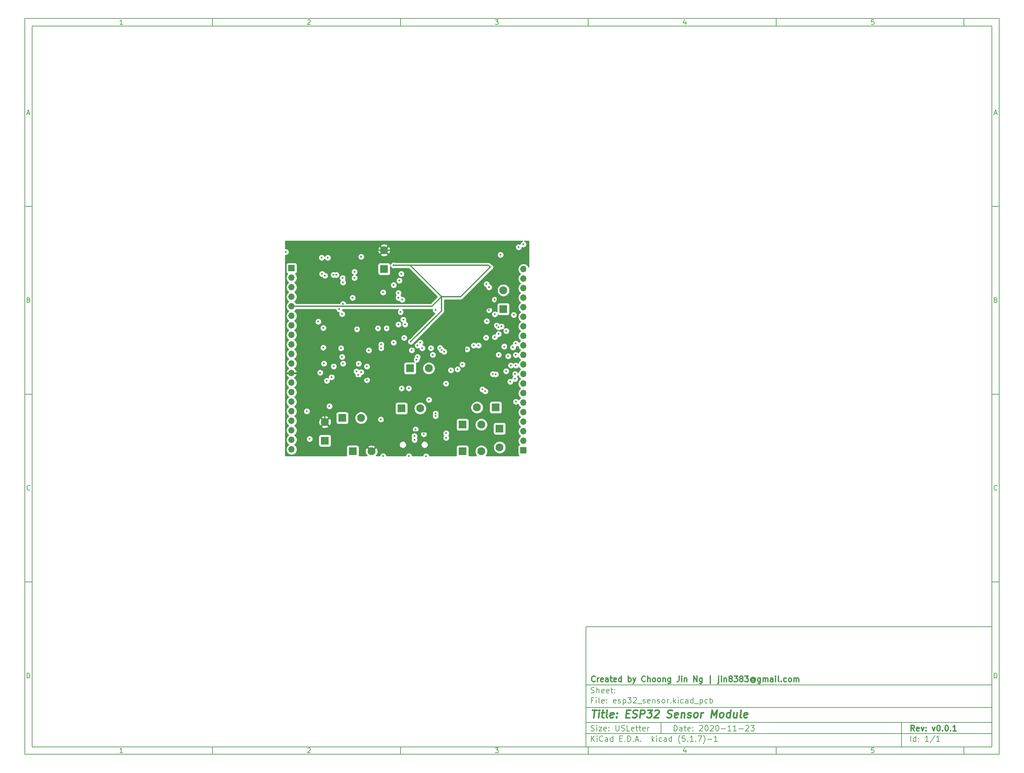
<source format=gbr>
%TF.GenerationSoftware,KiCad,Pcbnew,(5.1.7)-1*%
%TF.CreationDate,2020-11-23T11:29:42-08:00*%
%TF.ProjectId,esp32_sensor,65737033-325f-4736-956e-736f722e6b69,v0.0.1*%
%TF.SameCoordinates,Original*%
%TF.FileFunction,Copper,L2,Inr*%
%TF.FilePolarity,Positive*%
%FSLAX46Y46*%
G04 Gerber Fmt 4.6, Leading zero omitted, Abs format (unit mm)*
G04 Created by KiCad (PCBNEW (5.1.7)-1) date 2020-11-23 11:29:42*
%MOMM*%
%LPD*%
G01*
G04 APERTURE LIST*
%ADD10C,0.100000*%
%ADD11C,0.150000*%
%ADD12C,0.300000*%
%ADD13C,0.400000*%
%TA.AperFunction,ComponentPad*%
%ADD14R,2.100000X2.100000*%
%TD*%
%TA.AperFunction,ComponentPad*%
%ADD15C,2.100000*%
%TD*%
%TA.AperFunction,ComponentPad*%
%ADD16R,1.700000X1.700000*%
%TD*%
%TA.AperFunction,ComponentPad*%
%ADD17O,1.700000X1.700000*%
%TD*%
%TA.AperFunction,ViaPad*%
%ADD18C,0.500000*%
%TD*%
%TA.AperFunction,Conductor*%
%ADD19C,0.350000*%
%TD*%
%TA.AperFunction,Conductor*%
%ADD20C,0.254000*%
%TD*%
%TA.AperFunction,Conductor*%
%ADD21C,0.100000*%
%TD*%
G04 APERTURE END LIST*
D10*
D11*
X159400000Y-171900000D02*
X159400000Y-203900000D01*
X267400000Y-203900000D01*
X267400000Y-171900000D01*
X159400000Y-171900000D01*
D10*
D11*
X10000000Y-10000000D02*
X10000000Y-205900000D01*
X269400000Y-205900000D01*
X269400000Y-10000000D01*
X10000000Y-10000000D01*
D10*
D11*
X12000000Y-12000000D02*
X12000000Y-203900000D01*
X267400000Y-203900000D01*
X267400000Y-12000000D01*
X12000000Y-12000000D01*
D10*
D11*
X60000000Y-12000000D02*
X60000000Y-10000000D01*
D10*
D11*
X110000000Y-12000000D02*
X110000000Y-10000000D01*
D10*
D11*
X160000000Y-12000000D02*
X160000000Y-10000000D01*
D10*
D11*
X210000000Y-12000000D02*
X210000000Y-10000000D01*
D10*
D11*
X260000000Y-12000000D02*
X260000000Y-10000000D01*
D10*
D11*
X36065476Y-11588095D02*
X35322619Y-11588095D01*
X35694047Y-11588095D02*
X35694047Y-10288095D01*
X35570238Y-10473809D01*
X35446428Y-10597619D01*
X35322619Y-10659523D01*
D10*
D11*
X85322619Y-10411904D02*
X85384523Y-10350000D01*
X85508333Y-10288095D01*
X85817857Y-10288095D01*
X85941666Y-10350000D01*
X86003571Y-10411904D01*
X86065476Y-10535714D01*
X86065476Y-10659523D01*
X86003571Y-10845238D01*
X85260714Y-11588095D01*
X86065476Y-11588095D01*
D10*
D11*
X135260714Y-10288095D02*
X136065476Y-10288095D01*
X135632142Y-10783333D01*
X135817857Y-10783333D01*
X135941666Y-10845238D01*
X136003571Y-10907142D01*
X136065476Y-11030952D01*
X136065476Y-11340476D01*
X136003571Y-11464285D01*
X135941666Y-11526190D01*
X135817857Y-11588095D01*
X135446428Y-11588095D01*
X135322619Y-11526190D01*
X135260714Y-11464285D01*
D10*
D11*
X185941666Y-10721428D02*
X185941666Y-11588095D01*
X185632142Y-10226190D02*
X185322619Y-11154761D01*
X186127380Y-11154761D01*
D10*
D11*
X236003571Y-10288095D02*
X235384523Y-10288095D01*
X235322619Y-10907142D01*
X235384523Y-10845238D01*
X235508333Y-10783333D01*
X235817857Y-10783333D01*
X235941666Y-10845238D01*
X236003571Y-10907142D01*
X236065476Y-11030952D01*
X236065476Y-11340476D01*
X236003571Y-11464285D01*
X235941666Y-11526190D01*
X235817857Y-11588095D01*
X235508333Y-11588095D01*
X235384523Y-11526190D01*
X235322619Y-11464285D01*
D10*
D11*
X60000000Y-203900000D02*
X60000000Y-205900000D01*
D10*
D11*
X110000000Y-203900000D02*
X110000000Y-205900000D01*
D10*
D11*
X160000000Y-203900000D02*
X160000000Y-205900000D01*
D10*
D11*
X210000000Y-203900000D02*
X210000000Y-205900000D01*
D10*
D11*
X260000000Y-203900000D02*
X260000000Y-205900000D01*
D10*
D11*
X36065476Y-205488095D02*
X35322619Y-205488095D01*
X35694047Y-205488095D02*
X35694047Y-204188095D01*
X35570238Y-204373809D01*
X35446428Y-204497619D01*
X35322619Y-204559523D01*
D10*
D11*
X85322619Y-204311904D02*
X85384523Y-204250000D01*
X85508333Y-204188095D01*
X85817857Y-204188095D01*
X85941666Y-204250000D01*
X86003571Y-204311904D01*
X86065476Y-204435714D01*
X86065476Y-204559523D01*
X86003571Y-204745238D01*
X85260714Y-205488095D01*
X86065476Y-205488095D01*
D10*
D11*
X135260714Y-204188095D02*
X136065476Y-204188095D01*
X135632142Y-204683333D01*
X135817857Y-204683333D01*
X135941666Y-204745238D01*
X136003571Y-204807142D01*
X136065476Y-204930952D01*
X136065476Y-205240476D01*
X136003571Y-205364285D01*
X135941666Y-205426190D01*
X135817857Y-205488095D01*
X135446428Y-205488095D01*
X135322619Y-205426190D01*
X135260714Y-205364285D01*
D10*
D11*
X185941666Y-204621428D02*
X185941666Y-205488095D01*
X185632142Y-204126190D02*
X185322619Y-205054761D01*
X186127380Y-205054761D01*
D10*
D11*
X236003571Y-204188095D02*
X235384523Y-204188095D01*
X235322619Y-204807142D01*
X235384523Y-204745238D01*
X235508333Y-204683333D01*
X235817857Y-204683333D01*
X235941666Y-204745238D01*
X236003571Y-204807142D01*
X236065476Y-204930952D01*
X236065476Y-205240476D01*
X236003571Y-205364285D01*
X235941666Y-205426190D01*
X235817857Y-205488095D01*
X235508333Y-205488095D01*
X235384523Y-205426190D01*
X235322619Y-205364285D01*
D10*
D11*
X10000000Y-60000000D02*
X12000000Y-60000000D01*
D10*
D11*
X10000000Y-110000000D02*
X12000000Y-110000000D01*
D10*
D11*
X10000000Y-160000000D02*
X12000000Y-160000000D01*
D10*
D11*
X10690476Y-35216666D02*
X11309523Y-35216666D01*
X10566666Y-35588095D02*
X11000000Y-34288095D01*
X11433333Y-35588095D01*
D10*
D11*
X11092857Y-84907142D02*
X11278571Y-84969047D01*
X11340476Y-85030952D01*
X11402380Y-85154761D01*
X11402380Y-85340476D01*
X11340476Y-85464285D01*
X11278571Y-85526190D01*
X11154761Y-85588095D01*
X10659523Y-85588095D01*
X10659523Y-84288095D01*
X11092857Y-84288095D01*
X11216666Y-84350000D01*
X11278571Y-84411904D01*
X11340476Y-84535714D01*
X11340476Y-84659523D01*
X11278571Y-84783333D01*
X11216666Y-84845238D01*
X11092857Y-84907142D01*
X10659523Y-84907142D01*
D10*
D11*
X11402380Y-135464285D02*
X11340476Y-135526190D01*
X11154761Y-135588095D01*
X11030952Y-135588095D01*
X10845238Y-135526190D01*
X10721428Y-135402380D01*
X10659523Y-135278571D01*
X10597619Y-135030952D01*
X10597619Y-134845238D01*
X10659523Y-134597619D01*
X10721428Y-134473809D01*
X10845238Y-134350000D01*
X11030952Y-134288095D01*
X11154761Y-134288095D01*
X11340476Y-134350000D01*
X11402380Y-134411904D01*
D10*
D11*
X10659523Y-185588095D02*
X10659523Y-184288095D01*
X10969047Y-184288095D01*
X11154761Y-184350000D01*
X11278571Y-184473809D01*
X11340476Y-184597619D01*
X11402380Y-184845238D01*
X11402380Y-185030952D01*
X11340476Y-185278571D01*
X11278571Y-185402380D01*
X11154761Y-185526190D01*
X10969047Y-185588095D01*
X10659523Y-185588095D01*
D10*
D11*
X269400000Y-60000000D02*
X267400000Y-60000000D01*
D10*
D11*
X269400000Y-110000000D02*
X267400000Y-110000000D01*
D10*
D11*
X269400000Y-160000000D02*
X267400000Y-160000000D01*
D10*
D11*
X268090476Y-35216666D02*
X268709523Y-35216666D01*
X267966666Y-35588095D02*
X268400000Y-34288095D01*
X268833333Y-35588095D01*
D10*
D11*
X268492857Y-84907142D02*
X268678571Y-84969047D01*
X268740476Y-85030952D01*
X268802380Y-85154761D01*
X268802380Y-85340476D01*
X268740476Y-85464285D01*
X268678571Y-85526190D01*
X268554761Y-85588095D01*
X268059523Y-85588095D01*
X268059523Y-84288095D01*
X268492857Y-84288095D01*
X268616666Y-84350000D01*
X268678571Y-84411904D01*
X268740476Y-84535714D01*
X268740476Y-84659523D01*
X268678571Y-84783333D01*
X268616666Y-84845238D01*
X268492857Y-84907142D01*
X268059523Y-84907142D01*
D10*
D11*
X268802380Y-135464285D02*
X268740476Y-135526190D01*
X268554761Y-135588095D01*
X268430952Y-135588095D01*
X268245238Y-135526190D01*
X268121428Y-135402380D01*
X268059523Y-135278571D01*
X267997619Y-135030952D01*
X267997619Y-134845238D01*
X268059523Y-134597619D01*
X268121428Y-134473809D01*
X268245238Y-134350000D01*
X268430952Y-134288095D01*
X268554761Y-134288095D01*
X268740476Y-134350000D01*
X268802380Y-134411904D01*
D10*
D11*
X268059523Y-185588095D02*
X268059523Y-184288095D01*
X268369047Y-184288095D01*
X268554761Y-184350000D01*
X268678571Y-184473809D01*
X268740476Y-184597619D01*
X268802380Y-184845238D01*
X268802380Y-185030952D01*
X268740476Y-185278571D01*
X268678571Y-185402380D01*
X268554761Y-185526190D01*
X268369047Y-185588095D01*
X268059523Y-185588095D01*
D10*
D11*
X182832142Y-199678571D02*
X182832142Y-198178571D01*
X183189285Y-198178571D01*
X183403571Y-198250000D01*
X183546428Y-198392857D01*
X183617857Y-198535714D01*
X183689285Y-198821428D01*
X183689285Y-199035714D01*
X183617857Y-199321428D01*
X183546428Y-199464285D01*
X183403571Y-199607142D01*
X183189285Y-199678571D01*
X182832142Y-199678571D01*
X184975000Y-199678571D02*
X184975000Y-198892857D01*
X184903571Y-198750000D01*
X184760714Y-198678571D01*
X184475000Y-198678571D01*
X184332142Y-198750000D01*
X184975000Y-199607142D02*
X184832142Y-199678571D01*
X184475000Y-199678571D01*
X184332142Y-199607142D01*
X184260714Y-199464285D01*
X184260714Y-199321428D01*
X184332142Y-199178571D01*
X184475000Y-199107142D01*
X184832142Y-199107142D01*
X184975000Y-199035714D01*
X185475000Y-198678571D02*
X186046428Y-198678571D01*
X185689285Y-198178571D02*
X185689285Y-199464285D01*
X185760714Y-199607142D01*
X185903571Y-199678571D01*
X186046428Y-199678571D01*
X187117857Y-199607142D02*
X186975000Y-199678571D01*
X186689285Y-199678571D01*
X186546428Y-199607142D01*
X186475000Y-199464285D01*
X186475000Y-198892857D01*
X186546428Y-198750000D01*
X186689285Y-198678571D01*
X186975000Y-198678571D01*
X187117857Y-198750000D01*
X187189285Y-198892857D01*
X187189285Y-199035714D01*
X186475000Y-199178571D01*
X187832142Y-199535714D02*
X187903571Y-199607142D01*
X187832142Y-199678571D01*
X187760714Y-199607142D01*
X187832142Y-199535714D01*
X187832142Y-199678571D01*
X187832142Y-198750000D02*
X187903571Y-198821428D01*
X187832142Y-198892857D01*
X187760714Y-198821428D01*
X187832142Y-198750000D01*
X187832142Y-198892857D01*
X189617857Y-198321428D02*
X189689285Y-198250000D01*
X189832142Y-198178571D01*
X190189285Y-198178571D01*
X190332142Y-198250000D01*
X190403571Y-198321428D01*
X190475000Y-198464285D01*
X190475000Y-198607142D01*
X190403571Y-198821428D01*
X189546428Y-199678571D01*
X190475000Y-199678571D01*
X191403571Y-198178571D02*
X191546428Y-198178571D01*
X191689285Y-198250000D01*
X191760714Y-198321428D01*
X191832142Y-198464285D01*
X191903571Y-198750000D01*
X191903571Y-199107142D01*
X191832142Y-199392857D01*
X191760714Y-199535714D01*
X191689285Y-199607142D01*
X191546428Y-199678571D01*
X191403571Y-199678571D01*
X191260714Y-199607142D01*
X191189285Y-199535714D01*
X191117857Y-199392857D01*
X191046428Y-199107142D01*
X191046428Y-198750000D01*
X191117857Y-198464285D01*
X191189285Y-198321428D01*
X191260714Y-198250000D01*
X191403571Y-198178571D01*
X192475000Y-198321428D02*
X192546428Y-198250000D01*
X192689285Y-198178571D01*
X193046428Y-198178571D01*
X193189285Y-198250000D01*
X193260714Y-198321428D01*
X193332142Y-198464285D01*
X193332142Y-198607142D01*
X193260714Y-198821428D01*
X192403571Y-199678571D01*
X193332142Y-199678571D01*
X194260714Y-198178571D02*
X194403571Y-198178571D01*
X194546428Y-198250000D01*
X194617857Y-198321428D01*
X194689285Y-198464285D01*
X194760714Y-198750000D01*
X194760714Y-199107142D01*
X194689285Y-199392857D01*
X194617857Y-199535714D01*
X194546428Y-199607142D01*
X194403571Y-199678571D01*
X194260714Y-199678571D01*
X194117857Y-199607142D01*
X194046428Y-199535714D01*
X193975000Y-199392857D01*
X193903571Y-199107142D01*
X193903571Y-198750000D01*
X193975000Y-198464285D01*
X194046428Y-198321428D01*
X194117857Y-198250000D01*
X194260714Y-198178571D01*
X195403571Y-199107142D02*
X196546428Y-199107142D01*
X198046428Y-199678571D02*
X197189285Y-199678571D01*
X197617857Y-199678571D02*
X197617857Y-198178571D01*
X197475000Y-198392857D01*
X197332142Y-198535714D01*
X197189285Y-198607142D01*
X199475000Y-199678571D02*
X198617857Y-199678571D01*
X199046428Y-199678571D02*
X199046428Y-198178571D01*
X198903571Y-198392857D01*
X198760714Y-198535714D01*
X198617857Y-198607142D01*
X200117857Y-199107142D02*
X201260714Y-199107142D01*
X201903571Y-198321428D02*
X201975000Y-198250000D01*
X202117857Y-198178571D01*
X202475000Y-198178571D01*
X202617857Y-198250000D01*
X202689285Y-198321428D01*
X202760714Y-198464285D01*
X202760714Y-198607142D01*
X202689285Y-198821428D01*
X201832142Y-199678571D01*
X202760714Y-199678571D01*
X203260714Y-198178571D02*
X204189285Y-198178571D01*
X203689285Y-198750000D01*
X203903571Y-198750000D01*
X204046428Y-198821428D01*
X204117857Y-198892857D01*
X204189285Y-199035714D01*
X204189285Y-199392857D01*
X204117857Y-199535714D01*
X204046428Y-199607142D01*
X203903571Y-199678571D01*
X203475000Y-199678571D01*
X203332142Y-199607142D01*
X203260714Y-199535714D01*
D10*
D11*
X159400000Y-200400000D02*
X267400000Y-200400000D01*
D10*
D11*
X160832142Y-202478571D02*
X160832142Y-200978571D01*
X161689285Y-202478571D02*
X161046428Y-201621428D01*
X161689285Y-200978571D02*
X160832142Y-201835714D01*
X162332142Y-202478571D02*
X162332142Y-201478571D01*
X162332142Y-200978571D02*
X162260714Y-201050000D01*
X162332142Y-201121428D01*
X162403571Y-201050000D01*
X162332142Y-200978571D01*
X162332142Y-201121428D01*
X163903571Y-202335714D02*
X163832142Y-202407142D01*
X163617857Y-202478571D01*
X163475000Y-202478571D01*
X163260714Y-202407142D01*
X163117857Y-202264285D01*
X163046428Y-202121428D01*
X162975000Y-201835714D01*
X162975000Y-201621428D01*
X163046428Y-201335714D01*
X163117857Y-201192857D01*
X163260714Y-201050000D01*
X163475000Y-200978571D01*
X163617857Y-200978571D01*
X163832142Y-201050000D01*
X163903571Y-201121428D01*
X165189285Y-202478571D02*
X165189285Y-201692857D01*
X165117857Y-201550000D01*
X164975000Y-201478571D01*
X164689285Y-201478571D01*
X164546428Y-201550000D01*
X165189285Y-202407142D02*
X165046428Y-202478571D01*
X164689285Y-202478571D01*
X164546428Y-202407142D01*
X164475000Y-202264285D01*
X164475000Y-202121428D01*
X164546428Y-201978571D01*
X164689285Y-201907142D01*
X165046428Y-201907142D01*
X165189285Y-201835714D01*
X166546428Y-202478571D02*
X166546428Y-200978571D01*
X166546428Y-202407142D02*
X166403571Y-202478571D01*
X166117857Y-202478571D01*
X165975000Y-202407142D01*
X165903571Y-202335714D01*
X165832142Y-202192857D01*
X165832142Y-201764285D01*
X165903571Y-201621428D01*
X165975000Y-201550000D01*
X166117857Y-201478571D01*
X166403571Y-201478571D01*
X166546428Y-201550000D01*
X168403571Y-201692857D02*
X168903571Y-201692857D01*
X169117857Y-202478571D02*
X168403571Y-202478571D01*
X168403571Y-200978571D01*
X169117857Y-200978571D01*
X169760714Y-202335714D02*
X169832142Y-202407142D01*
X169760714Y-202478571D01*
X169689285Y-202407142D01*
X169760714Y-202335714D01*
X169760714Y-202478571D01*
X170475000Y-202478571D02*
X170475000Y-200978571D01*
X170832142Y-200978571D01*
X171046428Y-201050000D01*
X171189285Y-201192857D01*
X171260714Y-201335714D01*
X171332142Y-201621428D01*
X171332142Y-201835714D01*
X171260714Y-202121428D01*
X171189285Y-202264285D01*
X171046428Y-202407142D01*
X170832142Y-202478571D01*
X170475000Y-202478571D01*
X171975000Y-202335714D02*
X172046428Y-202407142D01*
X171975000Y-202478571D01*
X171903571Y-202407142D01*
X171975000Y-202335714D01*
X171975000Y-202478571D01*
X172617857Y-202050000D02*
X173332142Y-202050000D01*
X172475000Y-202478571D02*
X172975000Y-200978571D01*
X173475000Y-202478571D01*
X173975000Y-202335714D02*
X174046428Y-202407142D01*
X173975000Y-202478571D01*
X173903571Y-202407142D01*
X173975000Y-202335714D01*
X173975000Y-202478571D01*
X176975000Y-202478571D02*
X176975000Y-200978571D01*
X177117857Y-201907142D02*
X177546428Y-202478571D01*
X177546428Y-201478571D02*
X176975000Y-202050000D01*
X178189285Y-202478571D02*
X178189285Y-201478571D01*
X178189285Y-200978571D02*
X178117857Y-201050000D01*
X178189285Y-201121428D01*
X178260714Y-201050000D01*
X178189285Y-200978571D01*
X178189285Y-201121428D01*
X179546428Y-202407142D02*
X179403571Y-202478571D01*
X179117857Y-202478571D01*
X178975000Y-202407142D01*
X178903571Y-202335714D01*
X178832142Y-202192857D01*
X178832142Y-201764285D01*
X178903571Y-201621428D01*
X178975000Y-201550000D01*
X179117857Y-201478571D01*
X179403571Y-201478571D01*
X179546428Y-201550000D01*
X180832142Y-202478571D02*
X180832142Y-201692857D01*
X180760714Y-201550000D01*
X180617857Y-201478571D01*
X180332142Y-201478571D01*
X180189285Y-201550000D01*
X180832142Y-202407142D02*
X180689285Y-202478571D01*
X180332142Y-202478571D01*
X180189285Y-202407142D01*
X180117857Y-202264285D01*
X180117857Y-202121428D01*
X180189285Y-201978571D01*
X180332142Y-201907142D01*
X180689285Y-201907142D01*
X180832142Y-201835714D01*
X182189285Y-202478571D02*
X182189285Y-200978571D01*
X182189285Y-202407142D02*
X182046428Y-202478571D01*
X181760714Y-202478571D01*
X181617857Y-202407142D01*
X181546428Y-202335714D01*
X181475000Y-202192857D01*
X181475000Y-201764285D01*
X181546428Y-201621428D01*
X181617857Y-201550000D01*
X181760714Y-201478571D01*
X182046428Y-201478571D01*
X182189285Y-201550000D01*
X184475000Y-203050000D02*
X184403571Y-202978571D01*
X184260714Y-202764285D01*
X184189285Y-202621428D01*
X184117857Y-202407142D01*
X184046428Y-202050000D01*
X184046428Y-201764285D01*
X184117857Y-201407142D01*
X184189285Y-201192857D01*
X184260714Y-201050000D01*
X184403571Y-200835714D01*
X184475000Y-200764285D01*
X185760714Y-200978571D02*
X185046428Y-200978571D01*
X184975000Y-201692857D01*
X185046428Y-201621428D01*
X185189285Y-201550000D01*
X185546428Y-201550000D01*
X185689285Y-201621428D01*
X185760714Y-201692857D01*
X185832142Y-201835714D01*
X185832142Y-202192857D01*
X185760714Y-202335714D01*
X185689285Y-202407142D01*
X185546428Y-202478571D01*
X185189285Y-202478571D01*
X185046428Y-202407142D01*
X184975000Y-202335714D01*
X186475000Y-202335714D02*
X186546428Y-202407142D01*
X186475000Y-202478571D01*
X186403571Y-202407142D01*
X186475000Y-202335714D01*
X186475000Y-202478571D01*
X187975000Y-202478571D02*
X187117857Y-202478571D01*
X187546428Y-202478571D02*
X187546428Y-200978571D01*
X187403571Y-201192857D01*
X187260714Y-201335714D01*
X187117857Y-201407142D01*
X188617857Y-202335714D02*
X188689285Y-202407142D01*
X188617857Y-202478571D01*
X188546428Y-202407142D01*
X188617857Y-202335714D01*
X188617857Y-202478571D01*
X189189285Y-200978571D02*
X190189285Y-200978571D01*
X189546428Y-202478571D01*
X190617857Y-203050000D02*
X190689285Y-202978571D01*
X190832142Y-202764285D01*
X190903571Y-202621428D01*
X190975000Y-202407142D01*
X191046428Y-202050000D01*
X191046428Y-201764285D01*
X190975000Y-201407142D01*
X190903571Y-201192857D01*
X190832142Y-201050000D01*
X190689285Y-200835714D01*
X190617857Y-200764285D01*
X191760714Y-201907142D02*
X192903571Y-201907142D01*
X194403571Y-202478571D02*
X193546428Y-202478571D01*
X193975000Y-202478571D02*
X193975000Y-200978571D01*
X193832142Y-201192857D01*
X193689285Y-201335714D01*
X193546428Y-201407142D01*
D10*
D11*
X159400000Y-197400000D02*
X267400000Y-197400000D01*
D10*
D12*
X246809285Y-199678571D02*
X246309285Y-198964285D01*
X245952142Y-199678571D02*
X245952142Y-198178571D01*
X246523571Y-198178571D01*
X246666428Y-198250000D01*
X246737857Y-198321428D01*
X246809285Y-198464285D01*
X246809285Y-198678571D01*
X246737857Y-198821428D01*
X246666428Y-198892857D01*
X246523571Y-198964285D01*
X245952142Y-198964285D01*
X248023571Y-199607142D02*
X247880714Y-199678571D01*
X247595000Y-199678571D01*
X247452142Y-199607142D01*
X247380714Y-199464285D01*
X247380714Y-198892857D01*
X247452142Y-198750000D01*
X247595000Y-198678571D01*
X247880714Y-198678571D01*
X248023571Y-198750000D01*
X248095000Y-198892857D01*
X248095000Y-199035714D01*
X247380714Y-199178571D01*
X248595000Y-198678571D02*
X248952142Y-199678571D01*
X249309285Y-198678571D01*
X249880714Y-199535714D02*
X249952142Y-199607142D01*
X249880714Y-199678571D01*
X249809285Y-199607142D01*
X249880714Y-199535714D01*
X249880714Y-199678571D01*
X249880714Y-198750000D02*
X249952142Y-198821428D01*
X249880714Y-198892857D01*
X249809285Y-198821428D01*
X249880714Y-198750000D01*
X249880714Y-198892857D01*
X251595000Y-198678571D02*
X251952142Y-199678571D01*
X252309285Y-198678571D01*
X253166428Y-198178571D02*
X253309285Y-198178571D01*
X253452142Y-198250000D01*
X253523571Y-198321428D01*
X253595000Y-198464285D01*
X253666428Y-198750000D01*
X253666428Y-199107142D01*
X253595000Y-199392857D01*
X253523571Y-199535714D01*
X253452142Y-199607142D01*
X253309285Y-199678571D01*
X253166428Y-199678571D01*
X253023571Y-199607142D01*
X252952142Y-199535714D01*
X252880714Y-199392857D01*
X252809285Y-199107142D01*
X252809285Y-198750000D01*
X252880714Y-198464285D01*
X252952142Y-198321428D01*
X253023571Y-198250000D01*
X253166428Y-198178571D01*
X254309285Y-199535714D02*
X254380714Y-199607142D01*
X254309285Y-199678571D01*
X254237857Y-199607142D01*
X254309285Y-199535714D01*
X254309285Y-199678571D01*
X255309285Y-198178571D02*
X255452142Y-198178571D01*
X255595000Y-198250000D01*
X255666428Y-198321428D01*
X255737857Y-198464285D01*
X255809285Y-198750000D01*
X255809285Y-199107142D01*
X255737857Y-199392857D01*
X255666428Y-199535714D01*
X255595000Y-199607142D01*
X255452142Y-199678571D01*
X255309285Y-199678571D01*
X255166428Y-199607142D01*
X255095000Y-199535714D01*
X255023571Y-199392857D01*
X254952142Y-199107142D01*
X254952142Y-198750000D01*
X255023571Y-198464285D01*
X255095000Y-198321428D01*
X255166428Y-198250000D01*
X255309285Y-198178571D01*
X256452142Y-199535714D02*
X256523571Y-199607142D01*
X256452142Y-199678571D01*
X256380714Y-199607142D01*
X256452142Y-199535714D01*
X256452142Y-199678571D01*
X257952142Y-199678571D02*
X257095000Y-199678571D01*
X257523571Y-199678571D02*
X257523571Y-198178571D01*
X257380714Y-198392857D01*
X257237857Y-198535714D01*
X257095000Y-198607142D01*
D10*
D11*
X160760714Y-199607142D02*
X160975000Y-199678571D01*
X161332142Y-199678571D01*
X161475000Y-199607142D01*
X161546428Y-199535714D01*
X161617857Y-199392857D01*
X161617857Y-199250000D01*
X161546428Y-199107142D01*
X161475000Y-199035714D01*
X161332142Y-198964285D01*
X161046428Y-198892857D01*
X160903571Y-198821428D01*
X160832142Y-198750000D01*
X160760714Y-198607142D01*
X160760714Y-198464285D01*
X160832142Y-198321428D01*
X160903571Y-198250000D01*
X161046428Y-198178571D01*
X161403571Y-198178571D01*
X161617857Y-198250000D01*
X162260714Y-199678571D02*
X162260714Y-198678571D01*
X162260714Y-198178571D02*
X162189285Y-198250000D01*
X162260714Y-198321428D01*
X162332142Y-198250000D01*
X162260714Y-198178571D01*
X162260714Y-198321428D01*
X162832142Y-198678571D02*
X163617857Y-198678571D01*
X162832142Y-199678571D01*
X163617857Y-199678571D01*
X164760714Y-199607142D02*
X164617857Y-199678571D01*
X164332142Y-199678571D01*
X164189285Y-199607142D01*
X164117857Y-199464285D01*
X164117857Y-198892857D01*
X164189285Y-198750000D01*
X164332142Y-198678571D01*
X164617857Y-198678571D01*
X164760714Y-198750000D01*
X164832142Y-198892857D01*
X164832142Y-199035714D01*
X164117857Y-199178571D01*
X165475000Y-199535714D02*
X165546428Y-199607142D01*
X165475000Y-199678571D01*
X165403571Y-199607142D01*
X165475000Y-199535714D01*
X165475000Y-199678571D01*
X165475000Y-198750000D02*
X165546428Y-198821428D01*
X165475000Y-198892857D01*
X165403571Y-198821428D01*
X165475000Y-198750000D01*
X165475000Y-198892857D01*
X167332142Y-198178571D02*
X167332142Y-199392857D01*
X167403571Y-199535714D01*
X167475000Y-199607142D01*
X167617857Y-199678571D01*
X167903571Y-199678571D01*
X168046428Y-199607142D01*
X168117857Y-199535714D01*
X168189285Y-199392857D01*
X168189285Y-198178571D01*
X168832142Y-199607142D02*
X169046428Y-199678571D01*
X169403571Y-199678571D01*
X169546428Y-199607142D01*
X169617857Y-199535714D01*
X169689285Y-199392857D01*
X169689285Y-199250000D01*
X169617857Y-199107142D01*
X169546428Y-199035714D01*
X169403571Y-198964285D01*
X169117857Y-198892857D01*
X168975000Y-198821428D01*
X168903571Y-198750000D01*
X168832142Y-198607142D01*
X168832142Y-198464285D01*
X168903571Y-198321428D01*
X168975000Y-198250000D01*
X169117857Y-198178571D01*
X169475000Y-198178571D01*
X169689285Y-198250000D01*
X171046428Y-199678571D02*
X170332142Y-199678571D01*
X170332142Y-198178571D01*
X172117857Y-199607142D02*
X171975000Y-199678571D01*
X171689285Y-199678571D01*
X171546428Y-199607142D01*
X171475000Y-199464285D01*
X171475000Y-198892857D01*
X171546428Y-198750000D01*
X171689285Y-198678571D01*
X171975000Y-198678571D01*
X172117857Y-198750000D01*
X172189285Y-198892857D01*
X172189285Y-199035714D01*
X171475000Y-199178571D01*
X172617857Y-198678571D02*
X173189285Y-198678571D01*
X172832142Y-198178571D02*
X172832142Y-199464285D01*
X172903571Y-199607142D01*
X173046428Y-199678571D01*
X173189285Y-199678571D01*
X173475000Y-198678571D02*
X174046428Y-198678571D01*
X173689285Y-198178571D02*
X173689285Y-199464285D01*
X173760714Y-199607142D01*
X173903571Y-199678571D01*
X174046428Y-199678571D01*
X175117857Y-199607142D02*
X174975000Y-199678571D01*
X174689285Y-199678571D01*
X174546428Y-199607142D01*
X174475000Y-199464285D01*
X174475000Y-198892857D01*
X174546428Y-198750000D01*
X174689285Y-198678571D01*
X174975000Y-198678571D01*
X175117857Y-198750000D01*
X175189285Y-198892857D01*
X175189285Y-199035714D01*
X174475000Y-199178571D01*
X175832142Y-199678571D02*
X175832142Y-198678571D01*
X175832142Y-198964285D02*
X175903571Y-198821428D01*
X175975000Y-198750000D01*
X176117857Y-198678571D01*
X176260714Y-198678571D01*
D10*
D11*
X245832142Y-202478571D02*
X245832142Y-200978571D01*
X247189285Y-202478571D02*
X247189285Y-200978571D01*
X247189285Y-202407142D02*
X247046428Y-202478571D01*
X246760714Y-202478571D01*
X246617857Y-202407142D01*
X246546428Y-202335714D01*
X246475000Y-202192857D01*
X246475000Y-201764285D01*
X246546428Y-201621428D01*
X246617857Y-201550000D01*
X246760714Y-201478571D01*
X247046428Y-201478571D01*
X247189285Y-201550000D01*
X247903571Y-202335714D02*
X247975000Y-202407142D01*
X247903571Y-202478571D01*
X247832142Y-202407142D01*
X247903571Y-202335714D01*
X247903571Y-202478571D01*
X247903571Y-201550000D02*
X247975000Y-201621428D01*
X247903571Y-201692857D01*
X247832142Y-201621428D01*
X247903571Y-201550000D01*
X247903571Y-201692857D01*
X250546428Y-202478571D02*
X249689285Y-202478571D01*
X250117857Y-202478571D02*
X250117857Y-200978571D01*
X249975000Y-201192857D01*
X249832142Y-201335714D01*
X249689285Y-201407142D01*
X252260714Y-200907142D02*
X250975000Y-202835714D01*
X253546428Y-202478571D02*
X252689285Y-202478571D01*
X253117857Y-202478571D02*
X253117857Y-200978571D01*
X252975000Y-201192857D01*
X252832142Y-201335714D01*
X252689285Y-201407142D01*
D10*
D11*
X159400000Y-193400000D02*
X267400000Y-193400000D01*
D10*
D13*
X161112380Y-194104761D02*
X162255238Y-194104761D01*
X161433809Y-196104761D02*
X161683809Y-194104761D01*
X162671904Y-196104761D02*
X162838571Y-194771428D01*
X162921904Y-194104761D02*
X162814761Y-194200000D01*
X162898095Y-194295238D01*
X163005238Y-194200000D01*
X162921904Y-194104761D01*
X162898095Y-194295238D01*
X163505238Y-194771428D02*
X164267142Y-194771428D01*
X163874285Y-194104761D02*
X163660000Y-195819047D01*
X163731428Y-196009523D01*
X163910000Y-196104761D01*
X164100476Y-196104761D01*
X165052857Y-196104761D02*
X164874285Y-196009523D01*
X164802857Y-195819047D01*
X165017142Y-194104761D01*
X166588571Y-196009523D02*
X166386190Y-196104761D01*
X166005238Y-196104761D01*
X165826666Y-196009523D01*
X165755238Y-195819047D01*
X165850476Y-195057142D01*
X165969523Y-194866666D01*
X166171904Y-194771428D01*
X166552857Y-194771428D01*
X166731428Y-194866666D01*
X166802857Y-195057142D01*
X166779047Y-195247619D01*
X165802857Y-195438095D01*
X167552857Y-195914285D02*
X167636190Y-196009523D01*
X167529047Y-196104761D01*
X167445714Y-196009523D01*
X167552857Y-195914285D01*
X167529047Y-196104761D01*
X167683809Y-194866666D02*
X167767142Y-194961904D01*
X167660000Y-195057142D01*
X167576666Y-194961904D01*
X167683809Y-194866666D01*
X167660000Y-195057142D01*
X170136190Y-195057142D02*
X170802857Y-195057142D01*
X170957619Y-196104761D02*
X170005238Y-196104761D01*
X170255238Y-194104761D01*
X171207619Y-194104761D01*
X171731428Y-196009523D02*
X172005238Y-196104761D01*
X172481428Y-196104761D01*
X172683809Y-196009523D01*
X172790952Y-195914285D01*
X172910000Y-195723809D01*
X172933809Y-195533333D01*
X172862380Y-195342857D01*
X172779047Y-195247619D01*
X172600476Y-195152380D01*
X172231428Y-195057142D01*
X172052857Y-194961904D01*
X171969523Y-194866666D01*
X171898095Y-194676190D01*
X171921904Y-194485714D01*
X172040952Y-194295238D01*
X172148095Y-194200000D01*
X172350476Y-194104761D01*
X172826666Y-194104761D01*
X173100476Y-194200000D01*
X173719523Y-196104761D02*
X173969523Y-194104761D01*
X174731428Y-194104761D01*
X174910000Y-194200000D01*
X174993333Y-194295238D01*
X175064761Y-194485714D01*
X175029047Y-194771428D01*
X174910000Y-194961904D01*
X174802857Y-195057142D01*
X174600476Y-195152380D01*
X173838571Y-195152380D01*
X175779047Y-194104761D02*
X177017142Y-194104761D01*
X176255238Y-194866666D01*
X176540952Y-194866666D01*
X176719523Y-194961904D01*
X176802857Y-195057142D01*
X176874285Y-195247619D01*
X176814761Y-195723809D01*
X176695714Y-195914285D01*
X176588571Y-196009523D01*
X176386190Y-196104761D01*
X175814761Y-196104761D01*
X175636190Y-196009523D01*
X175552857Y-195914285D01*
X177755238Y-194295238D02*
X177862380Y-194200000D01*
X178064761Y-194104761D01*
X178540952Y-194104761D01*
X178719523Y-194200000D01*
X178802857Y-194295238D01*
X178874285Y-194485714D01*
X178850476Y-194676190D01*
X178719523Y-194961904D01*
X177433809Y-196104761D01*
X178671904Y-196104761D01*
X180969523Y-196009523D02*
X181243333Y-196104761D01*
X181719523Y-196104761D01*
X181921904Y-196009523D01*
X182029047Y-195914285D01*
X182148095Y-195723809D01*
X182171904Y-195533333D01*
X182100476Y-195342857D01*
X182017142Y-195247619D01*
X181838571Y-195152380D01*
X181469523Y-195057142D01*
X181290952Y-194961904D01*
X181207619Y-194866666D01*
X181136190Y-194676190D01*
X181160000Y-194485714D01*
X181279047Y-194295238D01*
X181386190Y-194200000D01*
X181588571Y-194104761D01*
X182064761Y-194104761D01*
X182338571Y-194200000D01*
X183731428Y-196009523D02*
X183529047Y-196104761D01*
X183148095Y-196104761D01*
X182969523Y-196009523D01*
X182898095Y-195819047D01*
X182993333Y-195057142D01*
X183112380Y-194866666D01*
X183314761Y-194771428D01*
X183695714Y-194771428D01*
X183874285Y-194866666D01*
X183945714Y-195057142D01*
X183921904Y-195247619D01*
X182945714Y-195438095D01*
X184838571Y-194771428D02*
X184671904Y-196104761D01*
X184814761Y-194961904D02*
X184921904Y-194866666D01*
X185124285Y-194771428D01*
X185410000Y-194771428D01*
X185588571Y-194866666D01*
X185660000Y-195057142D01*
X185529047Y-196104761D01*
X186398095Y-196009523D02*
X186576666Y-196104761D01*
X186957619Y-196104761D01*
X187160000Y-196009523D01*
X187279047Y-195819047D01*
X187290952Y-195723809D01*
X187219523Y-195533333D01*
X187040952Y-195438095D01*
X186755238Y-195438095D01*
X186576666Y-195342857D01*
X186505238Y-195152380D01*
X186517142Y-195057142D01*
X186636190Y-194866666D01*
X186838571Y-194771428D01*
X187124285Y-194771428D01*
X187302857Y-194866666D01*
X188386190Y-196104761D02*
X188207619Y-196009523D01*
X188124285Y-195914285D01*
X188052857Y-195723809D01*
X188124285Y-195152380D01*
X188243333Y-194961904D01*
X188350476Y-194866666D01*
X188552857Y-194771428D01*
X188838571Y-194771428D01*
X189017142Y-194866666D01*
X189100476Y-194961904D01*
X189171904Y-195152380D01*
X189100476Y-195723809D01*
X188981428Y-195914285D01*
X188874285Y-196009523D01*
X188671904Y-196104761D01*
X188386190Y-196104761D01*
X189910000Y-196104761D02*
X190076666Y-194771428D01*
X190029047Y-195152380D02*
X190148095Y-194961904D01*
X190255238Y-194866666D01*
X190457619Y-194771428D01*
X190648095Y-194771428D01*
X192671904Y-196104761D02*
X192921904Y-194104761D01*
X193410000Y-195533333D01*
X194255238Y-194104761D01*
X194005238Y-196104761D01*
X195243333Y-196104761D02*
X195064761Y-196009523D01*
X194981428Y-195914285D01*
X194910000Y-195723809D01*
X194981428Y-195152380D01*
X195100476Y-194961904D01*
X195207619Y-194866666D01*
X195410000Y-194771428D01*
X195695714Y-194771428D01*
X195874285Y-194866666D01*
X195957619Y-194961904D01*
X196029047Y-195152380D01*
X195957619Y-195723809D01*
X195838571Y-195914285D01*
X195731428Y-196009523D01*
X195529047Y-196104761D01*
X195243333Y-196104761D01*
X197624285Y-196104761D02*
X197874285Y-194104761D01*
X197636190Y-196009523D02*
X197433809Y-196104761D01*
X197052857Y-196104761D01*
X196874285Y-196009523D01*
X196790952Y-195914285D01*
X196719523Y-195723809D01*
X196790952Y-195152380D01*
X196910000Y-194961904D01*
X197017142Y-194866666D01*
X197219523Y-194771428D01*
X197600476Y-194771428D01*
X197779047Y-194866666D01*
X199600476Y-194771428D02*
X199433809Y-196104761D01*
X198743333Y-194771428D02*
X198612380Y-195819047D01*
X198683809Y-196009523D01*
X198862380Y-196104761D01*
X199148095Y-196104761D01*
X199350476Y-196009523D01*
X199457619Y-195914285D01*
X200671904Y-196104761D02*
X200493333Y-196009523D01*
X200421904Y-195819047D01*
X200636190Y-194104761D01*
X202207619Y-196009523D02*
X202005238Y-196104761D01*
X201624285Y-196104761D01*
X201445714Y-196009523D01*
X201374285Y-195819047D01*
X201469523Y-195057142D01*
X201588571Y-194866666D01*
X201790952Y-194771428D01*
X202171904Y-194771428D01*
X202350476Y-194866666D01*
X202421904Y-195057142D01*
X202398095Y-195247619D01*
X201421904Y-195438095D01*
D10*
D11*
X161332142Y-191492857D02*
X160832142Y-191492857D01*
X160832142Y-192278571D02*
X160832142Y-190778571D01*
X161546428Y-190778571D01*
X162117857Y-192278571D02*
X162117857Y-191278571D01*
X162117857Y-190778571D02*
X162046428Y-190850000D01*
X162117857Y-190921428D01*
X162189285Y-190850000D01*
X162117857Y-190778571D01*
X162117857Y-190921428D01*
X163046428Y-192278571D02*
X162903571Y-192207142D01*
X162832142Y-192064285D01*
X162832142Y-190778571D01*
X164189285Y-192207142D02*
X164046428Y-192278571D01*
X163760714Y-192278571D01*
X163617857Y-192207142D01*
X163546428Y-192064285D01*
X163546428Y-191492857D01*
X163617857Y-191350000D01*
X163760714Y-191278571D01*
X164046428Y-191278571D01*
X164189285Y-191350000D01*
X164260714Y-191492857D01*
X164260714Y-191635714D01*
X163546428Y-191778571D01*
X164903571Y-192135714D02*
X164975000Y-192207142D01*
X164903571Y-192278571D01*
X164832142Y-192207142D01*
X164903571Y-192135714D01*
X164903571Y-192278571D01*
X164903571Y-191350000D02*
X164975000Y-191421428D01*
X164903571Y-191492857D01*
X164832142Y-191421428D01*
X164903571Y-191350000D01*
X164903571Y-191492857D01*
X167332142Y-192207142D02*
X167189285Y-192278571D01*
X166903571Y-192278571D01*
X166760714Y-192207142D01*
X166689285Y-192064285D01*
X166689285Y-191492857D01*
X166760714Y-191350000D01*
X166903571Y-191278571D01*
X167189285Y-191278571D01*
X167332142Y-191350000D01*
X167403571Y-191492857D01*
X167403571Y-191635714D01*
X166689285Y-191778571D01*
X167975000Y-192207142D02*
X168117857Y-192278571D01*
X168403571Y-192278571D01*
X168546428Y-192207142D01*
X168617857Y-192064285D01*
X168617857Y-191992857D01*
X168546428Y-191850000D01*
X168403571Y-191778571D01*
X168189285Y-191778571D01*
X168046428Y-191707142D01*
X167975000Y-191564285D01*
X167975000Y-191492857D01*
X168046428Y-191350000D01*
X168189285Y-191278571D01*
X168403571Y-191278571D01*
X168546428Y-191350000D01*
X169260714Y-191278571D02*
X169260714Y-192778571D01*
X169260714Y-191350000D02*
X169403571Y-191278571D01*
X169689285Y-191278571D01*
X169832142Y-191350000D01*
X169903571Y-191421428D01*
X169975000Y-191564285D01*
X169975000Y-191992857D01*
X169903571Y-192135714D01*
X169832142Y-192207142D01*
X169689285Y-192278571D01*
X169403571Y-192278571D01*
X169260714Y-192207142D01*
X170475000Y-190778571D02*
X171403571Y-190778571D01*
X170903571Y-191350000D01*
X171117857Y-191350000D01*
X171260714Y-191421428D01*
X171332142Y-191492857D01*
X171403571Y-191635714D01*
X171403571Y-191992857D01*
X171332142Y-192135714D01*
X171260714Y-192207142D01*
X171117857Y-192278571D01*
X170689285Y-192278571D01*
X170546428Y-192207142D01*
X170475000Y-192135714D01*
X171975000Y-190921428D02*
X172046428Y-190850000D01*
X172189285Y-190778571D01*
X172546428Y-190778571D01*
X172689285Y-190850000D01*
X172760714Y-190921428D01*
X172832142Y-191064285D01*
X172832142Y-191207142D01*
X172760714Y-191421428D01*
X171903571Y-192278571D01*
X172832142Y-192278571D01*
X173117857Y-192421428D02*
X174260714Y-192421428D01*
X174546428Y-192207142D02*
X174689285Y-192278571D01*
X174975000Y-192278571D01*
X175117857Y-192207142D01*
X175189285Y-192064285D01*
X175189285Y-191992857D01*
X175117857Y-191850000D01*
X174975000Y-191778571D01*
X174760714Y-191778571D01*
X174617857Y-191707142D01*
X174546428Y-191564285D01*
X174546428Y-191492857D01*
X174617857Y-191350000D01*
X174760714Y-191278571D01*
X174975000Y-191278571D01*
X175117857Y-191350000D01*
X176403571Y-192207142D02*
X176260714Y-192278571D01*
X175975000Y-192278571D01*
X175832142Y-192207142D01*
X175760714Y-192064285D01*
X175760714Y-191492857D01*
X175832142Y-191350000D01*
X175975000Y-191278571D01*
X176260714Y-191278571D01*
X176403571Y-191350000D01*
X176475000Y-191492857D01*
X176475000Y-191635714D01*
X175760714Y-191778571D01*
X177117857Y-191278571D02*
X177117857Y-192278571D01*
X177117857Y-191421428D02*
X177189285Y-191350000D01*
X177332142Y-191278571D01*
X177546428Y-191278571D01*
X177689285Y-191350000D01*
X177760714Y-191492857D01*
X177760714Y-192278571D01*
X178403571Y-192207142D02*
X178546428Y-192278571D01*
X178832142Y-192278571D01*
X178975000Y-192207142D01*
X179046428Y-192064285D01*
X179046428Y-191992857D01*
X178975000Y-191850000D01*
X178832142Y-191778571D01*
X178617857Y-191778571D01*
X178475000Y-191707142D01*
X178403571Y-191564285D01*
X178403571Y-191492857D01*
X178475000Y-191350000D01*
X178617857Y-191278571D01*
X178832142Y-191278571D01*
X178975000Y-191350000D01*
X179903571Y-192278571D02*
X179760714Y-192207142D01*
X179689285Y-192135714D01*
X179617857Y-191992857D01*
X179617857Y-191564285D01*
X179689285Y-191421428D01*
X179760714Y-191350000D01*
X179903571Y-191278571D01*
X180117857Y-191278571D01*
X180260714Y-191350000D01*
X180332142Y-191421428D01*
X180403571Y-191564285D01*
X180403571Y-191992857D01*
X180332142Y-192135714D01*
X180260714Y-192207142D01*
X180117857Y-192278571D01*
X179903571Y-192278571D01*
X181046428Y-192278571D02*
X181046428Y-191278571D01*
X181046428Y-191564285D02*
X181117857Y-191421428D01*
X181189285Y-191350000D01*
X181332142Y-191278571D01*
X181475000Y-191278571D01*
X181975000Y-192135714D02*
X182046428Y-192207142D01*
X181975000Y-192278571D01*
X181903571Y-192207142D01*
X181975000Y-192135714D01*
X181975000Y-192278571D01*
X182689285Y-192278571D02*
X182689285Y-190778571D01*
X182832142Y-191707142D02*
X183260714Y-192278571D01*
X183260714Y-191278571D02*
X182689285Y-191850000D01*
X183903571Y-192278571D02*
X183903571Y-191278571D01*
X183903571Y-190778571D02*
X183832142Y-190850000D01*
X183903571Y-190921428D01*
X183975000Y-190850000D01*
X183903571Y-190778571D01*
X183903571Y-190921428D01*
X185260714Y-192207142D02*
X185117857Y-192278571D01*
X184832142Y-192278571D01*
X184689285Y-192207142D01*
X184617857Y-192135714D01*
X184546428Y-191992857D01*
X184546428Y-191564285D01*
X184617857Y-191421428D01*
X184689285Y-191350000D01*
X184832142Y-191278571D01*
X185117857Y-191278571D01*
X185260714Y-191350000D01*
X186546428Y-192278571D02*
X186546428Y-191492857D01*
X186475000Y-191350000D01*
X186332142Y-191278571D01*
X186046428Y-191278571D01*
X185903571Y-191350000D01*
X186546428Y-192207142D02*
X186403571Y-192278571D01*
X186046428Y-192278571D01*
X185903571Y-192207142D01*
X185832142Y-192064285D01*
X185832142Y-191921428D01*
X185903571Y-191778571D01*
X186046428Y-191707142D01*
X186403571Y-191707142D01*
X186546428Y-191635714D01*
X187903571Y-192278571D02*
X187903571Y-190778571D01*
X187903571Y-192207142D02*
X187760714Y-192278571D01*
X187475000Y-192278571D01*
X187332142Y-192207142D01*
X187260714Y-192135714D01*
X187189285Y-191992857D01*
X187189285Y-191564285D01*
X187260714Y-191421428D01*
X187332142Y-191350000D01*
X187475000Y-191278571D01*
X187760714Y-191278571D01*
X187903571Y-191350000D01*
X188260714Y-192421428D02*
X189403571Y-192421428D01*
X189760714Y-191278571D02*
X189760714Y-192778571D01*
X189760714Y-191350000D02*
X189903571Y-191278571D01*
X190189285Y-191278571D01*
X190332142Y-191350000D01*
X190403571Y-191421428D01*
X190475000Y-191564285D01*
X190475000Y-191992857D01*
X190403571Y-192135714D01*
X190332142Y-192207142D01*
X190189285Y-192278571D01*
X189903571Y-192278571D01*
X189760714Y-192207142D01*
X191760714Y-192207142D02*
X191617857Y-192278571D01*
X191332142Y-192278571D01*
X191189285Y-192207142D01*
X191117857Y-192135714D01*
X191046428Y-191992857D01*
X191046428Y-191564285D01*
X191117857Y-191421428D01*
X191189285Y-191350000D01*
X191332142Y-191278571D01*
X191617857Y-191278571D01*
X191760714Y-191350000D01*
X192403571Y-192278571D02*
X192403571Y-190778571D01*
X192403571Y-191350000D02*
X192546428Y-191278571D01*
X192832142Y-191278571D01*
X192975000Y-191350000D01*
X193046428Y-191421428D01*
X193117857Y-191564285D01*
X193117857Y-191992857D01*
X193046428Y-192135714D01*
X192975000Y-192207142D01*
X192832142Y-192278571D01*
X192546428Y-192278571D01*
X192403571Y-192207142D01*
D10*
D11*
X159400000Y-187400000D02*
X267400000Y-187400000D01*
D10*
D11*
X160760714Y-189507142D02*
X160975000Y-189578571D01*
X161332142Y-189578571D01*
X161475000Y-189507142D01*
X161546428Y-189435714D01*
X161617857Y-189292857D01*
X161617857Y-189150000D01*
X161546428Y-189007142D01*
X161475000Y-188935714D01*
X161332142Y-188864285D01*
X161046428Y-188792857D01*
X160903571Y-188721428D01*
X160832142Y-188650000D01*
X160760714Y-188507142D01*
X160760714Y-188364285D01*
X160832142Y-188221428D01*
X160903571Y-188150000D01*
X161046428Y-188078571D01*
X161403571Y-188078571D01*
X161617857Y-188150000D01*
X162260714Y-189578571D02*
X162260714Y-188078571D01*
X162903571Y-189578571D02*
X162903571Y-188792857D01*
X162832142Y-188650000D01*
X162689285Y-188578571D01*
X162475000Y-188578571D01*
X162332142Y-188650000D01*
X162260714Y-188721428D01*
X164189285Y-189507142D02*
X164046428Y-189578571D01*
X163760714Y-189578571D01*
X163617857Y-189507142D01*
X163546428Y-189364285D01*
X163546428Y-188792857D01*
X163617857Y-188650000D01*
X163760714Y-188578571D01*
X164046428Y-188578571D01*
X164189285Y-188650000D01*
X164260714Y-188792857D01*
X164260714Y-188935714D01*
X163546428Y-189078571D01*
X165475000Y-189507142D02*
X165332142Y-189578571D01*
X165046428Y-189578571D01*
X164903571Y-189507142D01*
X164832142Y-189364285D01*
X164832142Y-188792857D01*
X164903571Y-188650000D01*
X165046428Y-188578571D01*
X165332142Y-188578571D01*
X165475000Y-188650000D01*
X165546428Y-188792857D01*
X165546428Y-188935714D01*
X164832142Y-189078571D01*
X165975000Y-188578571D02*
X166546428Y-188578571D01*
X166189285Y-188078571D02*
X166189285Y-189364285D01*
X166260714Y-189507142D01*
X166403571Y-189578571D01*
X166546428Y-189578571D01*
X167046428Y-189435714D02*
X167117857Y-189507142D01*
X167046428Y-189578571D01*
X166975000Y-189507142D01*
X167046428Y-189435714D01*
X167046428Y-189578571D01*
X167046428Y-188650000D02*
X167117857Y-188721428D01*
X167046428Y-188792857D01*
X166975000Y-188721428D01*
X167046428Y-188650000D01*
X167046428Y-188792857D01*
D10*
D12*
X161809285Y-186435714D02*
X161737857Y-186507142D01*
X161523571Y-186578571D01*
X161380714Y-186578571D01*
X161166428Y-186507142D01*
X161023571Y-186364285D01*
X160952142Y-186221428D01*
X160880714Y-185935714D01*
X160880714Y-185721428D01*
X160952142Y-185435714D01*
X161023571Y-185292857D01*
X161166428Y-185150000D01*
X161380714Y-185078571D01*
X161523571Y-185078571D01*
X161737857Y-185150000D01*
X161809285Y-185221428D01*
X162452142Y-186578571D02*
X162452142Y-185578571D01*
X162452142Y-185864285D02*
X162523571Y-185721428D01*
X162595000Y-185650000D01*
X162737857Y-185578571D01*
X162880714Y-185578571D01*
X163952142Y-186507142D02*
X163809285Y-186578571D01*
X163523571Y-186578571D01*
X163380714Y-186507142D01*
X163309285Y-186364285D01*
X163309285Y-185792857D01*
X163380714Y-185650000D01*
X163523571Y-185578571D01*
X163809285Y-185578571D01*
X163952142Y-185650000D01*
X164023571Y-185792857D01*
X164023571Y-185935714D01*
X163309285Y-186078571D01*
X165309285Y-186578571D02*
X165309285Y-185792857D01*
X165237857Y-185650000D01*
X165095000Y-185578571D01*
X164809285Y-185578571D01*
X164666428Y-185650000D01*
X165309285Y-186507142D02*
X165166428Y-186578571D01*
X164809285Y-186578571D01*
X164666428Y-186507142D01*
X164595000Y-186364285D01*
X164595000Y-186221428D01*
X164666428Y-186078571D01*
X164809285Y-186007142D01*
X165166428Y-186007142D01*
X165309285Y-185935714D01*
X165809285Y-185578571D02*
X166380714Y-185578571D01*
X166023571Y-185078571D02*
X166023571Y-186364285D01*
X166095000Y-186507142D01*
X166237857Y-186578571D01*
X166380714Y-186578571D01*
X167452142Y-186507142D02*
X167309285Y-186578571D01*
X167023571Y-186578571D01*
X166880714Y-186507142D01*
X166809285Y-186364285D01*
X166809285Y-185792857D01*
X166880714Y-185650000D01*
X167023571Y-185578571D01*
X167309285Y-185578571D01*
X167452142Y-185650000D01*
X167523571Y-185792857D01*
X167523571Y-185935714D01*
X166809285Y-186078571D01*
X168809285Y-186578571D02*
X168809285Y-185078571D01*
X168809285Y-186507142D02*
X168666428Y-186578571D01*
X168380714Y-186578571D01*
X168237857Y-186507142D01*
X168166428Y-186435714D01*
X168095000Y-186292857D01*
X168095000Y-185864285D01*
X168166428Y-185721428D01*
X168237857Y-185650000D01*
X168380714Y-185578571D01*
X168666428Y-185578571D01*
X168809285Y-185650000D01*
X170666428Y-186578571D02*
X170666428Y-185078571D01*
X170666428Y-185650000D02*
X170809285Y-185578571D01*
X171095000Y-185578571D01*
X171237857Y-185650000D01*
X171309285Y-185721428D01*
X171380714Y-185864285D01*
X171380714Y-186292857D01*
X171309285Y-186435714D01*
X171237857Y-186507142D01*
X171095000Y-186578571D01*
X170809285Y-186578571D01*
X170666428Y-186507142D01*
X171880714Y-185578571D02*
X172237857Y-186578571D01*
X172595000Y-185578571D02*
X172237857Y-186578571D01*
X172095000Y-186935714D01*
X172023571Y-187007142D01*
X171880714Y-187078571D01*
X175166428Y-186435714D02*
X175095000Y-186507142D01*
X174880714Y-186578571D01*
X174737857Y-186578571D01*
X174523571Y-186507142D01*
X174380714Y-186364285D01*
X174309285Y-186221428D01*
X174237857Y-185935714D01*
X174237857Y-185721428D01*
X174309285Y-185435714D01*
X174380714Y-185292857D01*
X174523571Y-185150000D01*
X174737857Y-185078571D01*
X174880714Y-185078571D01*
X175095000Y-185150000D01*
X175166428Y-185221428D01*
X175809285Y-186578571D02*
X175809285Y-185078571D01*
X176452142Y-186578571D02*
X176452142Y-185792857D01*
X176380714Y-185650000D01*
X176237857Y-185578571D01*
X176023571Y-185578571D01*
X175880714Y-185650000D01*
X175809285Y-185721428D01*
X177380714Y-186578571D02*
X177237857Y-186507142D01*
X177166428Y-186435714D01*
X177095000Y-186292857D01*
X177095000Y-185864285D01*
X177166428Y-185721428D01*
X177237857Y-185650000D01*
X177380714Y-185578571D01*
X177595000Y-185578571D01*
X177737857Y-185650000D01*
X177809285Y-185721428D01*
X177880714Y-185864285D01*
X177880714Y-186292857D01*
X177809285Y-186435714D01*
X177737857Y-186507142D01*
X177595000Y-186578571D01*
X177380714Y-186578571D01*
X178737857Y-186578571D02*
X178595000Y-186507142D01*
X178523571Y-186435714D01*
X178452142Y-186292857D01*
X178452142Y-185864285D01*
X178523571Y-185721428D01*
X178595000Y-185650000D01*
X178737857Y-185578571D01*
X178952142Y-185578571D01*
X179095000Y-185650000D01*
X179166428Y-185721428D01*
X179237857Y-185864285D01*
X179237857Y-186292857D01*
X179166428Y-186435714D01*
X179095000Y-186507142D01*
X178952142Y-186578571D01*
X178737857Y-186578571D01*
X179880714Y-185578571D02*
X179880714Y-186578571D01*
X179880714Y-185721428D02*
X179952142Y-185650000D01*
X180095000Y-185578571D01*
X180309285Y-185578571D01*
X180452142Y-185650000D01*
X180523571Y-185792857D01*
X180523571Y-186578571D01*
X181880714Y-185578571D02*
X181880714Y-186792857D01*
X181809285Y-186935714D01*
X181737857Y-187007142D01*
X181595000Y-187078571D01*
X181380714Y-187078571D01*
X181237857Y-187007142D01*
X181880714Y-186507142D02*
X181737857Y-186578571D01*
X181452142Y-186578571D01*
X181309285Y-186507142D01*
X181237857Y-186435714D01*
X181166428Y-186292857D01*
X181166428Y-185864285D01*
X181237857Y-185721428D01*
X181309285Y-185650000D01*
X181452142Y-185578571D01*
X181737857Y-185578571D01*
X181880714Y-185650000D01*
X184166428Y-185078571D02*
X184166428Y-186150000D01*
X184095000Y-186364285D01*
X183952142Y-186507142D01*
X183737857Y-186578571D01*
X183595000Y-186578571D01*
X184880714Y-186578571D02*
X184880714Y-185578571D01*
X184880714Y-185078571D02*
X184809285Y-185150000D01*
X184880714Y-185221428D01*
X184952142Y-185150000D01*
X184880714Y-185078571D01*
X184880714Y-185221428D01*
X185595000Y-185578571D02*
X185595000Y-186578571D01*
X185595000Y-185721428D02*
X185666428Y-185650000D01*
X185809285Y-185578571D01*
X186023571Y-185578571D01*
X186166428Y-185650000D01*
X186237857Y-185792857D01*
X186237857Y-186578571D01*
X188095000Y-186578571D02*
X188095000Y-185078571D01*
X188952142Y-186578571D01*
X188952142Y-185078571D01*
X190309285Y-185578571D02*
X190309285Y-186792857D01*
X190237857Y-186935714D01*
X190166428Y-187007142D01*
X190023571Y-187078571D01*
X189809285Y-187078571D01*
X189666428Y-187007142D01*
X190309285Y-186507142D02*
X190166428Y-186578571D01*
X189880714Y-186578571D01*
X189737857Y-186507142D01*
X189666428Y-186435714D01*
X189595000Y-186292857D01*
X189595000Y-185864285D01*
X189666428Y-185721428D01*
X189737857Y-185650000D01*
X189880714Y-185578571D01*
X190166428Y-185578571D01*
X190309285Y-185650000D01*
X192523571Y-187078571D02*
X192523571Y-184935714D01*
X194737857Y-185578571D02*
X194737857Y-186864285D01*
X194666428Y-187007142D01*
X194523571Y-187078571D01*
X194452142Y-187078571D01*
X194737857Y-185078571D02*
X194666428Y-185150000D01*
X194737857Y-185221428D01*
X194809285Y-185150000D01*
X194737857Y-185078571D01*
X194737857Y-185221428D01*
X195452142Y-186578571D02*
X195452142Y-185578571D01*
X195452142Y-185078571D02*
X195380714Y-185150000D01*
X195452142Y-185221428D01*
X195523571Y-185150000D01*
X195452142Y-185078571D01*
X195452142Y-185221428D01*
X196166428Y-185578571D02*
X196166428Y-186578571D01*
X196166428Y-185721428D02*
X196237857Y-185650000D01*
X196380714Y-185578571D01*
X196595000Y-185578571D01*
X196737857Y-185650000D01*
X196809285Y-185792857D01*
X196809285Y-186578571D01*
X197737857Y-185721428D02*
X197595000Y-185650000D01*
X197523571Y-185578571D01*
X197452142Y-185435714D01*
X197452142Y-185364285D01*
X197523571Y-185221428D01*
X197595000Y-185150000D01*
X197737857Y-185078571D01*
X198023571Y-185078571D01*
X198166428Y-185150000D01*
X198237857Y-185221428D01*
X198309285Y-185364285D01*
X198309285Y-185435714D01*
X198237857Y-185578571D01*
X198166428Y-185650000D01*
X198023571Y-185721428D01*
X197737857Y-185721428D01*
X197595000Y-185792857D01*
X197523571Y-185864285D01*
X197452142Y-186007142D01*
X197452142Y-186292857D01*
X197523571Y-186435714D01*
X197595000Y-186507142D01*
X197737857Y-186578571D01*
X198023571Y-186578571D01*
X198166428Y-186507142D01*
X198237857Y-186435714D01*
X198309285Y-186292857D01*
X198309285Y-186007142D01*
X198237857Y-185864285D01*
X198166428Y-185792857D01*
X198023571Y-185721428D01*
X198809285Y-185078571D02*
X199737857Y-185078571D01*
X199237857Y-185650000D01*
X199452142Y-185650000D01*
X199595000Y-185721428D01*
X199666428Y-185792857D01*
X199737857Y-185935714D01*
X199737857Y-186292857D01*
X199666428Y-186435714D01*
X199595000Y-186507142D01*
X199452142Y-186578571D01*
X199023571Y-186578571D01*
X198880714Y-186507142D01*
X198809285Y-186435714D01*
X200595000Y-185721428D02*
X200452142Y-185650000D01*
X200380714Y-185578571D01*
X200309285Y-185435714D01*
X200309285Y-185364285D01*
X200380714Y-185221428D01*
X200452142Y-185150000D01*
X200595000Y-185078571D01*
X200880714Y-185078571D01*
X201023571Y-185150000D01*
X201095000Y-185221428D01*
X201166428Y-185364285D01*
X201166428Y-185435714D01*
X201095000Y-185578571D01*
X201023571Y-185650000D01*
X200880714Y-185721428D01*
X200595000Y-185721428D01*
X200452142Y-185792857D01*
X200380714Y-185864285D01*
X200309285Y-186007142D01*
X200309285Y-186292857D01*
X200380714Y-186435714D01*
X200452142Y-186507142D01*
X200595000Y-186578571D01*
X200880714Y-186578571D01*
X201023571Y-186507142D01*
X201095000Y-186435714D01*
X201166428Y-186292857D01*
X201166428Y-186007142D01*
X201095000Y-185864285D01*
X201023571Y-185792857D01*
X200880714Y-185721428D01*
X201666428Y-185078571D02*
X202595000Y-185078571D01*
X202095000Y-185650000D01*
X202309285Y-185650000D01*
X202452142Y-185721428D01*
X202523571Y-185792857D01*
X202595000Y-185935714D01*
X202595000Y-186292857D01*
X202523571Y-186435714D01*
X202452142Y-186507142D01*
X202309285Y-186578571D01*
X201880714Y-186578571D01*
X201737857Y-186507142D01*
X201666428Y-186435714D01*
X204166428Y-185864285D02*
X204095000Y-185792857D01*
X203952142Y-185721428D01*
X203809285Y-185721428D01*
X203666428Y-185792857D01*
X203595000Y-185864285D01*
X203523571Y-186007142D01*
X203523571Y-186150000D01*
X203595000Y-186292857D01*
X203666428Y-186364285D01*
X203809285Y-186435714D01*
X203952142Y-186435714D01*
X204095000Y-186364285D01*
X204166428Y-186292857D01*
X204166428Y-185721428D02*
X204166428Y-186292857D01*
X204237857Y-186364285D01*
X204309285Y-186364285D01*
X204452142Y-186292857D01*
X204523571Y-186150000D01*
X204523571Y-185792857D01*
X204380714Y-185578571D01*
X204166428Y-185435714D01*
X203880714Y-185364285D01*
X203595000Y-185435714D01*
X203380714Y-185578571D01*
X203237857Y-185792857D01*
X203166428Y-186078571D01*
X203237857Y-186364285D01*
X203380714Y-186578571D01*
X203595000Y-186721428D01*
X203880714Y-186792857D01*
X204166428Y-186721428D01*
X204380714Y-186578571D01*
X205809285Y-185578571D02*
X205809285Y-186792857D01*
X205737857Y-186935714D01*
X205666428Y-187007142D01*
X205523571Y-187078571D01*
X205309285Y-187078571D01*
X205166428Y-187007142D01*
X205809285Y-186507142D02*
X205666428Y-186578571D01*
X205380714Y-186578571D01*
X205237857Y-186507142D01*
X205166428Y-186435714D01*
X205095000Y-186292857D01*
X205095000Y-185864285D01*
X205166428Y-185721428D01*
X205237857Y-185650000D01*
X205380714Y-185578571D01*
X205666428Y-185578571D01*
X205809285Y-185650000D01*
X206523571Y-186578571D02*
X206523571Y-185578571D01*
X206523571Y-185721428D02*
X206595000Y-185650000D01*
X206737857Y-185578571D01*
X206952142Y-185578571D01*
X207095000Y-185650000D01*
X207166428Y-185792857D01*
X207166428Y-186578571D01*
X207166428Y-185792857D02*
X207237857Y-185650000D01*
X207380714Y-185578571D01*
X207595000Y-185578571D01*
X207737857Y-185650000D01*
X207809285Y-185792857D01*
X207809285Y-186578571D01*
X209166428Y-186578571D02*
X209166428Y-185792857D01*
X209095000Y-185650000D01*
X208952142Y-185578571D01*
X208666428Y-185578571D01*
X208523571Y-185650000D01*
X209166428Y-186507142D02*
X209023571Y-186578571D01*
X208666428Y-186578571D01*
X208523571Y-186507142D01*
X208452142Y-186364285D01*
X208452142Y-186221428D01*
X208523571Y-186078571D01*
X208666428Y-186007142D01*
X209023571Y-186007142D01*
X209166428Y-185935714D01*
X209880714Y-186578571D02*
X209880714Y-185578571D01*
X209880714Y-185078571D02*
X209809285Y-185150000D01*
X209880714Y-185221428D01*
X209952142Y-185150000D01*
X209880714Y-185078571D01*
X209880714Y-185221428D01*
X210809285Y-186578571D02*
X210666428Y-186507142D01*
X210595000Y-186364285D01*
X210595000Y-185078571D01*
X211380714Y-186435714D02*
X211452142Y-186507142D01*
X211380714Y-186578571D01*
X211309285Y-186507142D01*
X211380714Y-186435714D01*
X211380714Y-186578571D01*
X212737857Y-186507142D02*
X212595000Y-186578571D01*
X212309285Y-186578571D01*
X212166428Y-186507142D01*
X212095000Y-186435714D01*
X212023571Y-186292857D01*
X212023571Y-185864285D01*
X212095000Y-185721428D01*
X212166428Y-185650000D01*
X212309285Y-185578571D01*
X212595000Y-185578571D01*
X212737857Y-185650000D01*
X213595000Y-186578571D02*
X213452142Y-186507142D01*
X213380714Y-186435714D01*
X213309285Y-186292857D01*
X213309285Y-185864285D01*
X213380714Y-185721428D01*
X213452142Y-185650000D01*
X213595000Y-185578571D01*
X213809285Y-185578571D01*
X213952142Y-185650000D01*
X214023571Y-185721428D01*
X214095000Y-185864285D01*
X214095000Y-186292857D01*
X214023571Y-186435714D01*
X213952142Y-186507142D01*
X213809285Y-186578571D01*
X213595000Y-186578571D01*
X214737857Y-186578571D02*
X214737857Y-185578571D01*
X214737857Y-185721428D02*
X214809285Y-185650000D01*
X214952142Y-185578571D01*
X215166428Y-185578571D01*
X215309285Y-185650000D01*
X215380714Y-185792857D01*
X215380714Y-186578571D01*
X215380714Y-185792857D02*
X215452142Y-185650000D01*
X215595000Y-185578571D01*
X215809285Y-185578571D01*
X215952142Y-185650000D01*
X216023571Y-185792857D01*
X216023571Y-186578571D01*
D10*
D11*
X179400000Y-197400000D02*
X179400000Y-200400000D01*
D10*
D11*
X243400000Y-197400000D02*
X243400000Y-203900000D01*
D14*
%TO.N,Net-(H_CN_1-Pad1)*%
%TO.C,H_CN_1*%
X126532000Y-118110000D03*
D15*
%TO.N,Net-(H_CN_1-Pad2)*%
X131532000Y-118110000D03*
%TD*%
%TO.N,Net-(H_CN_2-Pad2)*%
%TO.C,H_CN_2*%
X136398000Y-124166000D03*
D14*
%TO.N,Net-(H_CN_2-Pad1)*%
X136398000Y-119166000D03*
%TD*%
%TO.N,VS*%
%TO.C,H_CN_3*%
X89916000Y-122388000D03*
D15*
%TO.N,GND*%
X89916000Y-117388000D03*
%TD*%
D14*
%TO.N,Net-(H_CN_4-Pad1)*%
%TO.C,H_CN_4*%
X126532000Y-125222000D03*
D15*
%TO.N,Net-(H_CN_4-Pad2)*%
X131532000Y-125222000D03*
%TD*%
%TO.N,Net-(H_CN_5-Pad2)*%
%TO.C,H_CN_5*%
X99528000Y-116332000D03*
D14*
%TO.N,Net-(H_CN_5-Pad1)*%
X94528000Y-116332000D03*
%TD*%
%TO.N,/ESP32 Chip/IMU_SDA*%
%TO.C,H_IMU_1*%
X137414000Y-87336000D03*
D15*
%TO.N,/ESP32 Chip/IMU_SCL*%
X137414000Y-82336000D03*
%TD*%
D14*
%TO.N,/ESP32 Chip/IMU_INT1*%
%TO.C,H_IMU_2*%
X112562000Y-103124000D03*
D15*
%TO.N,/ESP32 Chip/IMU_INT2*%
X117562000Y-103124000D03*
%TD*%
%TO.N,/ESP32 Chip/IMU_SDO_SAO*%
%TO.C,H_IMU_3*%
X130382000Y-113538000D03*
D14*
%TO.N,+3V3*%
X135382000Y-113538000D03*
%TD*%
%TO.N,VS*%
%TO.C,H_PW_1*%
X110276000Y-113792000D03*
D15*
%TO.N,+BATT*%
X115276000Y-113792000D03*
%TD*%
D14*
%TO.N,VDD*%
%TO.C,H_PW_2*%
X97322000Y-125222000D03*
D15*
%TO.N,GND*%
X102322000Y-125222000D03*
%TD*%
D14*
%TO.N,+3V3*%
%TO.C,H_PW_3*%
X105664000Y-76668000D03*
D15*
%TO.N,GND*%
X105664000Y-71668000D03*
%TD*%
D16*
%TO.N,Net-(J_ESP_1-Pad1)*%
%TO.C,J_ESP_1*%
X81026000Y-76454000D03*
D17*
%TO.N,Net-(J_ESP_1-Pad2)*%
X81026000Y-78994000D03*
%TO.N,Net-(J_ESP_1-Pad3)*%
X81026000Y-81534000D03*
%TO.N,Net-(J_ESP_1-Pad4)*%
X81026000Y-84074000D03*
%TO.N,Net-(C_ESP_1-Pad2)*%
X81026000Y-86614000D03*
%TO.N,Net-(J_ESP_1-Pad6)*%
X81026000Y-89154000D03*
%TO.N,Net-(J_ESP_1-Pad7)*%
X81026000Y-91694000D03*
%TO.N,Net-(J_ESP_1-Pad8)*%
X81026000Y-94234000D03*
%TO.N,Net-(J_ESP_1-Pad9)*%
X81026000Y-96774000D03*
%TO.N,Net-(J_ESP_1-Pad10)*%
X81026000Y-99314000D03*
%TO.N,Net-(J_ESP_1-Pad11)*%
X81026000Y-101854000D03*
%TO.N,GND*%
X81026000Y-104394000D03*
%TO.N,Net-(J_ESP_1-Pad13)*%
X81026000Y-106934000D03*
%TO.N,VS*%
X81026000Y-109474000D03*
%TO.N,Net-(J_ESP_1-Pad15)*%
X81026000Y-112014000D03*
%TO.N,+3V3*%
X81026000Y-114554000D03*
X81026000Y-117094000D03*
%TO.N,Net-(J_ESP_1-Pad18)*%
X81026000Y-119634000D03*
%TO.N,Net-(J_ESP_1-Pad19)*%
X81026000Y-122174000D03*
%TO.N,Net-(J_ESP_1-Pad20)*%
X81026000Y-124714000D03*
%TD*%
%TO.N,/ESP32 Chip/IMU_INT1*%
%TO.C,J_ESP_2*%
X142748000Y-76708000D03*
%TO.N,/ESP32 Chip/IMU_INT2*%
X142748000Y-79248000D03*
%TO.N,Net-(J_ESP_2-Pad18)*%
X142748000Y-81788000D03*
%TO.N,Net-(J_ESP_2-Pad17)*%
X142748000Y-84328000D03*
%TO.N,Net-(J_ESP_2-Pad16)*%
X142748000Y-86868000D03*
%TO.N,Net-(J_ESP_2-Pad15)*%
X142748000Y-89408000D03*
%TO.N,Net-(J_ESP_2-Pad14)*%
X142748000Y-91948000D03*
%TO.N,Net-(J_ESP_2-Pad13)*%
X142748000Y-94488000D03*
%TO.N,Net-(J_ESP_2-Pad12)*%
X142748000Y-97028000D03*
%TO.N,/ESP32 Chip/IMU_SDO_SAO*%
X142748000Y-99568000D03*
%TO.N,Net-(J_ESP_2-Pad10)*%
X142748000Y-102108000D03*
%TO.N,/ESP32 Chip/IMU_SCL*%
X142748000Y-104648000D03*
%TO.N,Net-(J_ESP_2-Pad8)*%
X142748000Y-107188000D03*
%TO.N,/ESP32 Chip/IMU_SDA*%
X142748000Y-109728000D03*
%TO.N,Net-(J_ESP_2-Pad6)*%
X142748000Y-112268000D03*
%TO.N,Net-(J_ESP_2-Pad5)*%
X142748000Y-114808000D03*
%TO.N,Net-(J_ESP_2-Pad4)*%
X142748000Y-117348000D03*
%TO.N,Net-(J_ESP_2-Pad3)*%
X142748000Y-119888000D03*
%TO.N,Net-(J_ESP_2-Pad2)*%
X142748000Y-122428000D03*
D16*
%TO.N,Net-(J_ESP_2-Pad1)*%
X142748000Y-124968000D03*
%TD*%
D18*
%TO.N,Net-(C_ESP_1-Pad2)*%
X108204000Y-75692000D03*
X133911000Y-76200000D03*
X120920000Y-84081000D03*
X112776000Y-96012000D03*
%TO.N,GND*%
X108428000Y-120014000D03*
X118648000Y-120014000D03*
X119888000Y-111564000D03*
X122936000Y-111564000D03*
X88646000Y-107063998D03*
X95504000Y-105664000D03*
X87494000Y-69850000D03*
X87494000Y-73660000D03*
X135382000Y-76200000D03*
X127508000Y-100785000D03*
X123756000Y-107188000D03*
X130757000Y-103378000D03*
X135329000Y-103124000D03*
X102997000Y-103632000D03*
X95628002Y-92710000D03*
%TO.N,+3V3*%
X110236000Y-77978000D03*
X97790000Y-79052000D03*
X94615000Y-79052000D03*
X105410000Y-82892900D03*
X106306000Y-92456000D03*
X125222000Y-103378000D03*
X138176000Y-93160000D03*
X138684000Y-99875000D03*
X85090000Y-114554000D03*
X91106557Y-113204557D03*
%TO.N,VDD*%
X101092000Y-106260000D03*
%TO.N,Net-(C_PW_2-Pad1)*%
X88646000Y-104264002D03*
X98806000Y-104902000D03*
%TO.N,Net-(C_PW_5-Pad1)*%
X91694000Y-105473999D03*
X98427998Y-92710000D03*
X104006000Y-92456000D03*
%TO.N,VS*%
X104775000Y-116720000D03*
X110299500Y-108445300D03*
X122116000Y-107188000D03*
X105410000Y-126492000D03*
X116840000Y-126525000D03*
X85852000Y-121920000D03*
%TO.N,+BATT*%
X112204500Y-108445300D03*
%TO.N,Net-(H_CN_1-Pad1)*%
X113728000Y-122174000D03*
%TO.N,Net-(H_CN_2-Pad2)*%
X113728000Y-121158000D03*
X122174000Y-121614000D03*
%TO.N,Net-(H_CN_2-Pad1)*%
X119380000Y-115123997D03*
%TO.N,Net-(H_CN_4-Pad1)*%
X119380000Y-115824000D03*
X122174000Y-120396000D03*
%TO.N,Net-(H_CN_4-Pad2)*%
X112268000Y-126492000D03*
%TO.N,Net-(H_CN_5-Pad2)*%
X116241547Y-120641432D03*
%TO.N,Net-(H_CN_5-Pad1)*%
X114046000Y-119380000D03*
%TO.N,/ESP32 Chip/IMU_SDA*%
X136144000Y-93980000D03*
X137626000Y-97296980D03*
X110998000Y-94996000D03*
X140514000Y-105918000D03*
X140716000Y-96520000D03*
%TO.N,/ESP32 Chip/IMU_SCL*%
X140514000Y-104648000D03*
X135128000Y-94800000D03*
X135382000Y-104714802D03*
X140156000Y-88900000D03*
X135128000Y-88721000D03*
X135128000Y-84836000D03*
%TO.N,/ESP32 Chip/IMU_INT1*%
X126492000Y-102108000D03*
X141478000Y-70866000D03*
X111252000Y-91440000D03*
X109728000Y-79756000D03*
%TO.N,/ESP32 Chip/IMU_INT2*%
X136144000Y-99514000D03*
X134620000Y-104648000D03*
X123444000Y-103632000D03*
X109474000Y-91440000D03*
X114300000Y-100838000D03*
X136652000Y-72898000D03*
X110490000Y-84836000D03*
X110758980Y-90155020D03*
%TO.N,/ESP32 Chip/IMU_SDO_SAO*%
X136906000Y-91948000D03*
X140716000Y-99568000D03*
X132782019Y-94936019D03*
X132969000Y-90551000D03*
X132588000Y-109220000D03*
X127762000Y-98044000D03*
%TO.N,Net-(J_ESP_1-Pad1)*%
X94742000Y-80264000D03*
%TO.N,Net-(J_ESP_1-Pad2)*%
X97282000Y-84328000D03*
%TO.N,Net-(J_ESP_1-Pad3)*%
X109474000Y-83058000D03*
X89154000Y-77978000D03*
%TO.N,Net-(J_ESP_1-Pad4)*%
X109474000Y-84328000D03*
X89916000Y-78427000D03*
%TO.N,Net-(J_ESP_1-Pad6)*%
X113030000Y-98298000D03*
X94488000Y-88646000D03*
X108204000Y-96266000D03*
%TO.N,Net-(J_ESP_1-Pad7)*%
X120561800Y-97664801D03*
X93726000Y-87376000D03*
%TO.N,Net-(J_ESP_1-Pad8)*%
X118110000Y-97738000D03*
X114554000Y-97028000D03*
X104902000Y-96774000D03*
%TO.N,Net-(J_ESP_1-Pad9)*%
X115824000Y-97738000D03*
X94199557Y-97755557D03*
X104867557Y-97755557D03*
%TO.N,Net-(J_ESP_1-Pad10)*%
X121638621Y-98660790D03*
X114554000Y-100076000D03*
X92254000Y-102616000D03*
%TO.N,Net-(J_ESP_1-Pad11)*%
X120964942Y-98237058D03*
X89662000Y-101854000D03*
X118618000Y-99516000D03*
X101092000Y-102616000D03*
X94742000Y-101854000D03*
%TO.N,Net-(J_ESP_1-Pad18)*%
X108204000Y-80951000D03*
X79502000Y-72136000D03*
%TO.N,Net-(J_ESP_1-Pad19)*%
X90678000Y-73660000D03*
%TO.N,Net-(J_ESP_2-Pad18)*%
X110034000Y-88138000D03*
%TO.N,Net-(J_ESP_2-Pad10)*%
X129540000Y-97028000D03*
X138134000Y-103886000D03*
X139394000Y-102362000D03*
X140716000Y-102362000D03*
%TO.N,Net-(J_ESP_2-Pad8)*%
X139234000Y-106680000D03*
X115316000Y-96266000D03*
X131826000Y-108712000D03*
%TO.N,Net-(J_ESP_2-Pad6)*%
X133604000Y-87630000D03*
X140730980Y-111999020D03*
%TO.N,Net-(J_ESP_2-Pad5)*%
X135636000Y-91694000D03*
X139954000Y-97536000D03*
%TO.N,Net-(C_PW_4-Pad1)*%
X94488000Y-100076000D03*
X101600000Y-98317050D03*
X98305909Y-103928000D03*
%TO.N,Net-(R_ESP_2-Pad2)*%
X99568000Y-73406000D03*
X97790000Y-77412000D03*
%TO.N,Net-(R_ESP_4-Pad1)*%
X92964000Y-78232000D03*
X89483999Y-97621001D03*
%TO.N,Net-(R_ESP_5-Pad1)*%
X88138000Y-90678000D03*
X89036000Y-73660000D03*
%TO.N,Net-(R_PW_2-Pad2)*%
X90424000Y-106426000D03*
X117602000Y-111506000D03*
%TO.N,Net-(C_PW_4-Pad2)*%
X99568000Y-104140000D03*
X98865909Y-101878505D03*
%TO.N,Net-(J_ESP_2-Pad4)*%
X133604000Y-81534000D03*
%TO.N,Net-(J_ESP_2-Pad3)*%
X94742000Y-85989000D03*
X119380000Y-87630000D03*
X130810000Y-97028000D03*
%TO.N,Net-(J_ESP_2-Pad2)*%
X132920520Y-80693480D03*
%TO.N,Net-(J_ESP_2-Pad1)*%
X142748000Y-70104000D03*
X92202000Y-78231999D03*
X89483999Y-92370999D03*
X136144000Y-92202000D03*
%TD*%
D19*
%TO.N,Net-(C_ESP_1-Pad2)*%
X133403000Y-75692000D02*
X133911000Y-76200000D01*
X108204000Y-75692000D02*
X133403000Y-75692000D01*
X112531000Y-75692000D02*
X120920000Y-84081000D01*
X108204000Y-75692000D02*
X112531000Y-75692000D01*
X126030000Y-84081000D02*
X133911000Y-76200000D01*
X120920000Y-84081000D02*
X126030000Y-84081000D01*
X120920000Y-84081000D02*
X120920000Y-87868000D01*
X120920000Y-87868000D02*
X112776000Y-96012000D01*
X118387000Y-86614000D02*
X120920000Y-84081000D01*
X81026000Y-86614000D02*
X118387000Y-86614000D01*
%TO.N,GND*%
X90965999Y-118437999D02*
X89916000Y-117388000D01*
X95537999Y-118437999D02*
X90965999Y-118437999D01*
X102322000Y-125222000D02*
X95537999Y-118437999D01*
X107530000Y-120014000D02*
X108428000Y-120014000D01*
X102322000Y-125222000D02*
X107530000Y-120014000D01*
X108428000Y-120014000D02*
X118648000Y-120014000D01*
X118648000Y-120014000D02*
X118648000Y-119858000D01*
X121285000Y-112961000D02*
X119888000Y-111564000D01*
X118648000Y-119858000D02*
X121285000Y-117221000D01*
X121343000Y-113157000D02*
X122936000Y-111564000D01*
X121285000Y-113157000D02*
X121343000Y-113157000D01*
X121285000Y-117221000D02*
X121285000Y-113157000D01*
X121285000Y-113157000D02*
X121285000Y-112961000D01*
X89916000Y-108333998D02*
X88646000Y-107063998D01*
X89916000Y-117388000D02*
X89916000Y-108333998D01*
X92834002Y-108333998D02*
X95504000Y-105664000D01*
X89916000Y-108333998D02*
X92834002Y-108333998D01*
X105664000Y-71668000D02*
X102910000Y-71668000D01*
X101092000Y-69850000D02*
X87494000Y-69850000D01*
X102910000Y-71668000D02*
X101092000Y-69850000D01*
X87494000Y-69850000D02*
X87494000Y-73660000D01*
X130850000Y-71668000D02*
X105664000Y-71668000D01*
X135382000Y-76200000D02*
X130850000Y-71668000D01*
X127508000Y-100785000D02*
X127508000Y-103436000D01*
X123756000Y-110744000D02*
X122936000Y-111564000D01*
X123756000Y-107188000D02*
X123756000Y-110744000D01*
X127156000Y-103788000D02*
X130347000Y-103788000D01*
X130347000Y-103788000D02*
X130757000Y-103378000D01*
X127508000Y-103436000D02*
X127156000Y-103788000D01*
X127156000Y-103788000D02*
X123756000Y-107188000D01*
X135075000Y-103378000D02*
X135329000Y-103124000D01*
X130757000Y-103378000D02*
X135075000Y-103378000D01*
X85976002Y-104394000D02*
X88646000Y-107063998D01*
X81026000Y-104394000D02*
X85976002Y-104394000D01*
X127136999Y-100413999D02*
X127508000Y-100785000D01*
X127136999Y-93171999D02*
X127136999Y-100413999D01*
X133303999Y-87004999D02*
X127136999Y-93171999D01*
X133884003Y-87004999D02*
X133303999Y-87004999D01*
X135753001Y-85136001D02*
X133884003Y-87004999D01*
X135753001Y-76571001D02*
X135753001Y-85136001D01*
X135382000Y-76200000D02*
X135753001Y-76571001D01*
X95533001Y-105634999D02*
X100994001Y-105634999D01*
X95504000Y-105664000D02*
X95533001Y-105634999D01*
X100994001Y-105634999D02*
X102997000Y-103632000D01*
X85976002Y-102362000D02*
X95628002Y-92710000D01*
X85976002Y-104394000D02*
X85976002Y-102362000D01*
%TD*%
D20*
%TO.N,GND*%
X142489855Y-69253010D02*
X142328795Y-69319723D01*
X142183845Y-69416576D01*
X142060576Y-69539845D01*
X141963723Y-69684795D01*
X141897010Y-69845855D01*
X141863000Y-70016835D01*
X141863000Y-70067555D01*
X141736145Y-70015010D01*
X141565165Y-69981000D01*
X141390835Y-69981000D01*
X141219855Y-70015010D01*
X141058795Y-70081723D01*
X140913845Y-70178576D01*
X140790576Y-70301845D01*
X140693723Y-70446795D01*
X140627010Y-70607855D01*
X140593000Y-70778835D01*
X140593000Y-70953165D01*
X140627010Y-71124145D01*
X140693723Y-71285205D01*
X140790576Y-71430155D01*
X140913845Y-71553424D01*
X141058795Y-71650277D01*
X141219855Y-71716990D01*
X141390835Y-71751000D01*
X141565165Y-71751000D01*
X141736145Y-71716990D01*
X141897205Y-71650277D01*
X142042155Y-71553424D01*
X142165424Y-71430155D01*
X142262277Y-71285205D01*
X142328990Y-71124145D01*
X142363000Y-70953165D01*
X142363000Y-70902445D01*
X142489855Y-70954990D01*
X142660835Y-70989000D01*
X142835165Y-70989000D01*
X143006145Y-70954990D01*
X143167205Y-70888277D01*
X143312155Y-70791424D01*
X143435424Y-70668155D01*
X143532277Y-70523205D01*
X143598990Y-70362145D01*
X143633000Y-70191165D01*
X143633000Y-70016835D01*
X143598990Y-69845855D01*
X143532277Y-69684795D01*
X143435424Y-69539845D01*
X143312155Y-69416576D01*
X143167205Y-69319723D01*
X143006145Y-69253010D01*
X142940739Y-69240000D01*
X144120000Y-69240000D01*
X144120000Y-76139810D01*
X144063990Y-76004589D01*
X143901475Y-75761368D01*
X143694632Y-75554525D01*
X143451411Y-75392010D01*
X143181158Y-75280068D01*
X142894260Y-75223000D01*
X142601740Y-75223000D01*
X142314842Y-75280068D01*
X142044589Y-75392010D01*
X141801368Y-75554525D01*
X141594525Y-75761368D01*
X141432010Y-76004589D01*
X141320068Y-76274842D01*
X141263000Y-76561740D01*
X141263000Y-76854260D01*
X141320068Y-77141158D01*
X141432010Y-77411411D01*
X141594525Y-77654632D01*
X141801368Y-77861475D01*
X141975760Y-77978000D01*
X141801368Y-78094525D01*
X141594525Y-78301368D01*
X141432010Y-78544589D01*
X141320068Y-78814842D01*
X141263000Y-79101740D01*
X141263000Y-79394260D01*
X141320068Y-79681158D01*
X141432010Y-79951411D01*
X141594525Y-80194632D01*
X141801368Y-80401475D01*
X141975760Y-80518000D01*
X141801368Y-80634525D01*
X141594525Y-80841368D01*
X141432010Y-81084589D01*
X141320068Y-81354842D01*
X141263000Y-81641740D01*
X141263000Y-81934260D01*
X141320068Y-82221158D01*
X141432010Y-82491411D01*
X141594525Y-82734632D01*
X141801368Y-82941475D01*
X141975760Y-83058000D01*
X141801368Y-83174525D01*
X141594525Y-83381368D01*
X141432010Y-83624589D01*
X141320068Y-83894842D01*
X141263000Y-84181740D01*
X141263000Y-84474260D01*
X141320068Y-84761158D01*
X141432010Y-85031411D01*
X141594525Y-85274632D01*
X141801368Y-85481475D01*
X141975760Y-85598000D01*
X141801368Y-85714525D01*
X141594525Y-85921368D01*
X141432010Y-86164589D01*
X141320068Y-86434842D01*
X141263000Y-86721740D01*
X141263000Y-87014260D01*
X141320068Y-87301158D01*
X141432010Y-87571411D01*
X141594525Y-87814632D01*
X141801368Y-88021475D01*
X141975760Y-88138000D01*
X141801368Y-88254525D01*
X141594525Y-88461368D01*
X141432010Y-88704589D01*
X141320068Y-88974842D01*
X141263000Y-89261740D01*
X141263000Y-89554260D01*
X141320068Y-89841158D01*
X141432010Y-90111411D01*
X141594525Y-90354632D01*
X141801368Y-90561475D01*
X141975760Y-90678000D01*
X141801368Y-90794525D01*
X141594525Y-91001368D01*
X141432010Y-91244589D01*
X141320068Y-91514842D01*
X141263000Y-91801740D01*
X141263000Y-92094260D01*
X141320068Y-92381158D01*
X141432010Y-92651411D01*
X141594525Y-92894632D01*
X141801368Y-93101475D01*
X141975760Y-93218000D01*
X141801368Y-93334525D01*
X141594525Y-93541368D01*
X141432010Y-93784589D01*
X141320068Y-94054842D01*
X141263000Y-94341740D01*
X141263000Y-94634260D01*
X141320068Y-94921158D01*
X141432010Y-95191411D01*
X141594525Y-95434632D01*
X141801368Y-95641475D01*
X141975760Y-95758000D01*
X141801368Y-95874525D01*
X141594525Y-96081368D01*
X141531377Y-96175876D01*
X141500277Y-96100795D01*
X141403424Y-95955845D01*
X141280155Y-95832576D01*
X141135205Y-95735723D01*
X140974145Y-95669010D01*
X140803165Y-95635000D01*
X140628835Y-95635000D01*
X140457855Y-95669010D01*
X140296795Y-95735723D01*
X140151845Y-95832576D01*
X140028576Y-95955845D01*
X139931723Y-96100795D01*
X139865010Y-96261855D01*
X139831000Y-96432835D01*
X139831000Y-96607165D01*
X139840751Y-96656188D01*
X139695855Y-96685010D01*
X139534795Y-96751723D01*
X139389845Y-96848576D01*
X139266576Y-96971845D01*
X139169723Y-97116795D01*
X139103010Y-97277855D01*
X139069000Y-97448835D01*
X139069000Y-97623165D01*
X139103010Y-97794145D01*
X139169723Y-97955205D01*
X139266576Y-98100155D01*
X139389845Y-98223424D01*
X139534795Y-98320277D01*
X139695855Y-98386990D01*
X139866835Y-98421000D01*
X140041165Y-98421000D01*
X140212145Y-98386990D01*
X140373205Y-98320277D01*
X140518155Y-98223424D01*
X140641424Y-98100155D01*
X140738277Y-97955205D01*
X140804990Y-97794145D01*
X140839000Y-97623165D01*
X140839000Y-97448835D01*
X140829249Y-97399812D01*
X140974145Y-97370990D01*
X141135205Y-97304277D01*
X141270835Y-97213651D01*
X141320068Y-97461158D01*
X141432010Y-97731411D01*
X141594525Y-97974632D01*
X141801368Y-98181475D01*
X141975760Y-98298000D01*
X141801368Y-98414525D01*
X141594525Y-98621368D01*
X141432010Y-98864589D01*
X141382850Y-98983271D01*
X141280155Y-98880576D01*
X141135205Y-98783723D01*
X140974145Y-98717010D01*
X140803165Y-98683000D01*
X140628835Y-98683000D01*
X140457855Y-98717010D01*
X140296795Y-98783723D01*
X140151845Y-98880576D01*
X140028576Y-99003845D01*
X139931723Y-99148795D01*
X139865010Y-99309855D01*
X139831000Y-99480835D01*
X139831000Y-99655165D01*
X139865010Y-99826145D01*
X139931723Y-99987205D01*
X140028576Y-100132155D01*
X140151845Y-100255424D01*
X140296795Y-100352277D01*
X140457855Y-100418990D01*
X140628835Y-100453000D01*
X140803165Y-100453000D01*
X140974145Y-100418990D01*
X141135205Y-100352277D01*
X141280155Y-100255424D01*
X141382850Y-100152729D01*
X141432010Y-100271411D01*
X141594525Y-100514632D01*
X141801368Y-100721475D01*
X141975760Y-100838000D01*
X141801368Y-100954525D01*
X141594525Y-101161368D01*
X141432010Y-101404589D01*
X141320068Y-101674842D01*
X141313490Y-101707911D01*
X141280155Y-101674576D01*
X141135205Y-101577723D01*
X140974145Y-101511010D01*
X140803165Y-101477000D01*
X140628835Y-101477000D01*
X140457855Y-101511010D01*
X140296795Y-101577723D01*
X140151845Y-101674576D01*
X140055000Y-101771421D01*
X139958155Y-101674576D01*
X139813205Y-101577723D01*
X139652145Y-101511010D01*
X139481165Y-101477000D01*
X139306835Y-101477000D01*
X139135855Y-101511010D01*
X138974795Y-101577723D01*
X138829845Y-101674576D01*
X138706576Y-101797845D01*
X138609723Y-101942795D01*
X138543010Y-102103855D01*
X138509000Y-102274835D01*
X138509000Y-102449165D01*
X138543010Y-102620145D01*
X138609723Y-102781205D01*
X138706576Y-102926155D01*
X138829845Y-103049424D01*
X138974795Y-103146277D01*
X139135855Y-103212990D01*
X139306835Y-103247000D01*
X139481165Y-103247000D01*
X139652145Y-103212990D01*
X139813205Y-103146277D01*
X139958155Y-103049424D01*
X140055000Y-102952579D01*
X140151845Y-103049424D01*
X140296795Y-103146277D01*
X140457855Y-103212990D01*
X140628835Y-103247000D01*
X140803165Y-103247000D01*
X140974145Y-103212990D01*
X141135205Y-103146277D01*
X141280155Y-103049424D01*
X141403424Y-102926155D01*
X141456052Y-102847392D01*
X141594525Y-103054632D01*
X141801368Y-103261475D01*
X141975760Y-103378000D01*
X141801368Y-103494525D01*
X141594525Y-103701368D01*
X141432010Y-103944589D01*
X141320068Y-104214842D01*
X141311123Y-104259809D01*
X141298277Y-104228795D01*
X141201424Y-104083845D01*
X141078155Y-103960576D01*
X140933205Y-103863723D01*
X140772145Y-103797010D01*
X140601165Y-103763000D01*
X140426835Y-103763000D01*
X140255855Y-103797010D01*
X140094795Y-103863723D01*
X139949845Y-103960576D01*
X139826576Y-104083845D01*
X139729723Y-104228795D01*
X139663010Y-104389855D01*
X139629000Y-104560835D01*
X139629000Y-104735165D01*
X139663010Y-104906145D01*
X139729723Y-105067205D01*
X139826576Y-105212155D01*
X139897421Y-105283000D01*
X139826576Y-105353845D01*
X139729723Y-105498795D01*
X139663010Y-105659855D01*
X139629000Y-105830835D01*
X139629000Y-105885697D01*
X139492145Y-105829010D01*
X139321165Y-105795000D01*
X139146835Y-105795000D01*
X138975855Y-105829010D01*
X138814795Y-105895723D01*
X138669845Y-105992576D01*
X138546576Y-106115845D01*
X138449723Y-106260795D01*
X138383010Y-106421855D01*
X138349000Y-106592835D01*
X138349000Y-106767165D01*
X138383010Y-106938145D01*
X138449723Y-107099205D01*
X138546576Y-107244155D01*
X138669845Y-107367424D01*
X138814795Y-107464277D01*
X138975855Y-107530990D01*
X139146835Y-107565000D01*
X139321165Y-107565000D01*
X139492145Y-107530990D01*
X139653205Y-107464277D01*
X139798155Y-107367424D01*
X139921424Y-107244155D01*
X140018277Y-107099205D01*
X140084990Y-106938145D01*
X140119000Y-106767165D01*
X140119000Y-106712303D01*
X140255855Y-106768990D01*
X140426835Y-106803000D01*
X140601165Y-106803000D01*
X140772145Y-106768990D01*
X140933205Y-106702277D01*
X141078155Y-106605424D01*
X141201424Y-106482155D01*
X141298277Y-106337205D01*
X141364990Y-106176145D01*
X141399000Y-106005165D01*
X141399000Y-105830835D01*
X141364990Y-105659855D01*
X141298277Y-105498795D01*
X141201424Y-105353845D01*
X141130579Y-105283000D01*
X141201424Y-105212155D01*
X141298277Y-105067205D01*
X141311123Y-105036191D01*
X141320068Y-105081158D01*
X141432010Y-105351411D01*
X141594525Y-105594632D01*
X141801368Y-105801475D01*
X141975760Y-105918000D01*
X141801368Y-106034525D01*
X141594525Y-106241368D01*
X141432010Y-106484589D01*
X141320068Y-106754842D01*
X141263000Y-107041740D01*
X141263000Y-107334260D01*
X141320068Y-107621158D01*
X141432010Y-107891411D01*
X141594525Y-108134632D01*
X141801368Y-108341475D01*
X141975760Y-108458000D01*
X141801368Y-108574525D01*
X141594525Y-108781368D01*
X141432010Y-109024589D01*
X141320068Y-109294842D01*
X141263000Y-109581740D01*
X141263000Y-109874260D01*
X141320068Y-110161158D01*
X141432010Y-110431411D01*
X141594525Y-110674632D01*
X141801368Y-110881475D01*
X141975760Y-110998000D01*
X141801368Y-111114525D01*
X141594525Y-111321368D01*
X141468547Y-111509908D01*
X141418404Y-111434865D01*
X141295135Y-111311596D01*
X141150185Y-111214743D01*
X140989125Y-111148030D01*
X140818145Y-111114020D01*
X140643815Y-111114020D01*
X140472835Y-111148030D01*
X140311775Y-111214743D01*
X140166825Y-111311596D01*
X140043556Y-111434865D01*
X139946703Y-111579815D01*
X139879990Y-111740875D01*
X139845980Y-111911855D01*
X139845980Y-112086185D01*
X139879990Y-112257165D01*
X139946703Y-112418225D01*
X140043556Y-112563175D01*
X140166825Y-112686444D01*
X140311775Y-112783297D01*
X140472835Y-112850010D01*
X140643815Y-112884020D01*
X140818145Y-112884020D01*
X140989125Y-112850010D01*
X141150185Y-112783297D01*
X141295135Y-112686444D01*
X141313490Y-112668089D01*
X141320068Y-112701158D01*
X141432010Y-112971411D01*
X141594525Y-113214632D01*
X141801368Y-113421475D01*
X141975760Y-113538000D01*
X141801368Y-113654525D01*
X141594525Y-113861368D01*
X141432010Y-114104589D01*
X141320068Y-114374842D01*
X141263000Y-114661740D01*
X141263000Y-114954260D01*
X141320068Y-115241158D01*
X141432010Y-115511411D01*
X141594525Y-115754632D01*
X141801368Y-115961475D01*
X141975760Y-116078000D01*
X141801368Y-116194525D01*
X141594525Y-116401368D01*
X141432010Y-116644589D01*
X141320068Y-116914842D01*
X141263000Y-117201740D01*
X141263000Y-117494260D01*
X141320068Y-117781158D01*
X141432010Y-118051411D01*
X141594525Y-118294632D01*
X141801368Y-118501475D01*
X141975760Y-118618000D01*
X141801368Y-118734525D01*
X141594525Y-118941368D01*
X141432010Y-119184589D01*
X141320068Y-119454842D01*
X141263000Y-119741740D01*
X141263000Y-120034260D01*
X141320068Y-120321158D01*
X141432010Y-120591411D01*
X141594525Y-120834632D01*
X141801368Y-121041475D01*
X141975760Y-121158000D01*
X141801368Y-121274525D01*
X141594525Y-121481368D01*
X141432010Y-121724589D01*
X141320068Y-121994842D01*
X141263000Y-122281740D01*
X141263000Y-122574260D01*
X141320068Y-122861158D01*
X141432010Y-123131411D01*
X141594525Y-123374632D01*
X141726380Y-123506487D01*
X141653820Y-123528498D01*
X141543506Y-123587463D01*
X141446815Y-123666815D01*
X141367463Y-123763506D01*
X141308498Y-123873820D01*
X141272188Y-123993518D01*
X141259928Y-124118000D01*
X141259928Y-125818000D01*
X141272188Y-125942482D01*
X141308498Y-126062180D01*
X141367463Y-126172494D01*
X141446815Y-126269185D01*
X141533104Y-126340000D01*
X132796950Y-126340000D01*
X132840825Y-126296125D01*
X133025228Y-126020147D01*
X133152246Y-125713496D01*
X133217000Y-125387958D01*
X133217000Y-125056042D01*
X133152246Y-124730504D01*
X133025228Y-124423853D01*
X132840825Y-124147875D01*
X132692992Y-124000042D01*
X134713000Y-124000042D01*
X134713000Y-124331958D01*
X134777754Y-124657496D01*
X134904772Y-124964147D01*
X135089175Y-125240125D01*
X135323875Y-125474825D01*
X135599853Y-125659228D01*
X135906504Y-125786246D01*
X136232042Y-125851000D01*
X136563958Y-125851000D01*
X136889496Y-125786246D01*
X137196147Y-125659228D01*
X137472125Y-125474825D01*
X137706825Y-125240125D01*
X137891228Y-124964147D01*
X138018246Y-124657496D01*
X138083000Y-124331958D01*
X138083000Y-124000042D01*
X138018246Y-123674504D01*
X137891228Y-123367853D01*
X137706825Y-123091875D01*
X137472125Y-122857175D01*
X137196147Y-122672772D01*
X136889496Y-122545754D01*
X136563958Y-122481000D01*
X136232042Y-122481000D01*
X135906504Y-122545754D01*
X135599853Y-122672772D01*
X135323875Y-122857175D01*
X135089175Y-123091875D01*
X134904772Y-123367853D01*
X134777754Y-123674504D01*
X134713000Y-124000042D01*
X132692992Y-124000042D01*
X132606125Y-123913175D01*
X132330147Y-123728772D01*
X132023496Y-123601754D01*
X131697958Y-123537000D01*
X131366042Y-123537000D01*
X131040504Y-123601754D01*
X130733853Y-123728772D01*
X130457875Y-123913175D01*
X130223175Y-124147875D01*
X130038772Y-124423853D01*
X129911754Y-124730504D01*
X129847000Y-125056042D01*
X129847000Y-125387958D01*
X129911754Y-125713496D01*
X130038772Y-126020147D01*
X130223175Y-126296125D01*
X130267050Y-126340000D01*
X128213375Y-126340000D01*
X128220072Y-126272000D01*
X128220072Y-124172000D01*
X128207812Y-124047518D01*
X128171502Y-123927820D01*
X128112537Y-123817506D01*
X128033185Y-123720815D01*
X127936494Y-123641463D01*
X127826180Y-123582498D01*
X127706482Y-123546188D01*
X127582000Y-123533928D01*
X125482000Y-123533928D01*
X125357518Y-123546188D01*
X125237820Y-123582498D01*
X125127506Y-123641463D01*
X125030815Y-123720815D01*
X124951463Y-123817506D01*
X124892498Y-123927820D01*
X124856188Y-124047518D01*
X124843928Y-124172000D01*
X124843928Y-126272000D01*
X124850625Y-126340000D01*
X117705539Y-126340000D01*
X117690990Y-126266855D01*
X117624277Y-126105795D01*
X117527424Y-125960845D01*
X117404155Y-125837576D01*
X117259205Y-125740723D01*
X117098145Y-125674010D01*
X116927165Y-125640000D01*
X116752835Y-125640000D01*
X116581855Y-125674010D01*
X116420795Y-125740723D01*
X116275845Y-125837576D01*
X116152576Y-125960845D01*
X116055723Y-126105795D01*
X115989010Y-126266855D01*
X115974461Y-126340000D01*
X113140104Y-126340000D01*
X113118990Y-126233855D01*
X113052277Y-126072795D01*
X112955424Y-125927845D01*
X112832155Y-125804576D01*
X112687205Y-125707723D01*
X112526145Y-125641010D01*
X112355165Y-125607000D01*
X112180835Y-125607000D01*
X112009855Y-125641010D01*
X111848795Y-125707723D01*
X111703845Y-125804576D01*
X111580576Y-125927845D01*
X111483723Y-126072795D01*
X111417010Y-126233855D01*
X111395896Y-126340000D01*
X106282104Y-126340000D01*
X106260990Y-126233855D01*
X106194277Y-126072795D01*
X106097424Y-125927845D01*
X105974155Y-125804576D01*
X105829205Y-125707723D01*
X105668145Y-125641010D01*
X105497165Y-125607000D01*
X105322835Y-125607000D01*
X105151855Y-125641010D01*
X104990795Y-125707723D01*
X104845845Y-125804576D01*
X104722576Y-125927845D01*
X104625723Y-126072795D01*
X104559010Y-126233855D01*
X104537896Y-126340000D01*
X103597610Y-126340000D01*
X103608609Y-126329001D01*
X103493068Y-126213460D01*
X103762579Y-126111661D01*
X103908463Y-125813523D01*
X103993380Y-125492654D01*
X104014066Y-125161383D01*
X103969728Y-124832443D01*
X103862069Y-124518473D01*
X103762579Y-124332339D01*
X103493066Y-124230539D01*
X102501605Y-125222000D01*
X102515748Y-125236143D01*
X102336143Y-125415748D01*
X102322000Y-125401605D01*
X102307858Y-125415748D01*
X102128253Y-125236143D01*
X102142395Y-125222000D01*
X101150934Y-124230539D01*
X100881421Y-124332339D01*
X100735537Y-124630477D01*
X100650620Y-124951346D01*
X100629934Y-125282617D01*
X100674272Y-125611557D01*
X100781931Y-125925527D01*
X100881421Y-126111661D01*
X101150932Y-126213460D01*
X101035391Y-126329001D01*
X101046390Y-126340000D01*
X99003375Y-126340000D01*
X99010072Y-126272000D01*
X99010072Y-124172000D01*
X98998149Y-124050934D01*
X101330539Y-124050934D01*
X102322000Y-125042395D01*
X103313461Y-124050934D01*
X103211661Y-123781421D01*
X102913523Y-123635537D01*
X102592654Y-123550620D01*
X102261383Y-123529934D01*
X101932443Y-123574272D01*
X101618473Y-123681931D01*
X101432339Y-123781421D01*
X101330539Y-124050934D01*
X98998149Y-124050934D01*
X98997812Y-124047518D01*
X98961502Y-123927820D01*
X98902537Y-123817506D01*
X98823185Y-123720815D01*
X98726494Y-123641463D01*
X98616180Y-123582498D01*
X98496482Y-123546188D01*
X98372000Y-123533928D01*
X96272000Y-123533928D01*
X96147518Y-123546188D01*
X96027820Y-123582498D01*
X95917506Y-123641463D01*
X95820815Y-123720815D01*
X95741463Y-123817506D01*
X95682498Y-123927820D01*
X95646188Y-124047518D01*
X95633928Y-124172000D01*
X95633928Y-126272000D01*
X95640625Y-126340000D01*
X79400000Y-126340000D01*
X79400000Y-106787740D01*
X79541000Y-106787740D01*
X79541000Y-107080260D01*
X79598068Y-107367158D01*
X79710010Y-107637411D01*
X79872525Y-107880632D01*
X80079368Y-108087475D01*
X80253760Y-108204000D01*
X80079368Y-108320525D01*
X79872525Y-108527368D01*
X79710010Y-108770589D01*
X79598068Y-109040842D01*
X79541000Y-109327740D01*
X79541000Y-109620260D01*
X79598068Y-109907158D01*
X79710010Y-110177411D01*
X79872525Y-110420632D01*
X80079368Y-110627475D01*
X80253760Y-110744000D01*
X80079368Y-110860525D01*
X79872525Y-111067368D01*
X79710010Y-111310589D01*
X79598068Y-111580842D01*
X79541000Y-111867740D01*
X79541000Y-112160260D01*
X79598068Y-112447158D01*
X79710010Y-112717411D01*
X79872525Y-112960632D01*
X80079368Y-113167475D01*
X80253760Y-113284000D01*
X80079368Y-113400525D01*
X79872525Y-113607368D01*
X79710010Y-113850589D01*
X79598068Y-114120842D01*
X79541000Y-114407740D01*
X79541000Y-114700260D01*
X79598068Y-114987158D01*
X79710010Y-115257411D01*
X79872525Y-115500632D01*
X80079368Y-115707475D01*
X80253760Y-115824000D01*
X80079368Y-115940525D01*
X79872525Y-116147368D01*
X79710010Y-116390589D01*
X79598068Y-116660842D01*
X79541000Y-116947740D01*
X79541000Y-117240260D01*
X79598068Y-117527158D01*
X79710010Y-117797411D01*
X79872525Y-118040632D01*
X80079368Y-118247475D01*
X80253760Y-118364000D01*
X80079368Y-118480525D01*
X79872525Y-118687368D01*
X79710010Y-118930589D01*
X79598068Y-119200842D01*
X79541000Y-119487740D01*
X79541000Y-119780260D01*
X79598068Y-120067158D01*
X79710010Y-120337411D01*
X79872525Y-120580632D01*
X80079368Y-120787475D01*
X80253760Y-120904000D01*
X80079368Y-121020525D01*
X79872525Y-121227368D01*
X79710010Y-121470589D01*
X79598068Y-121740842D01*
X79541000Y-122027740D01*
X79541000Y-122320260D01*
X79598068Y-122607158D01*
X79710010Y-122877411D01*
X79872525Y-123120632D01*
X80079368Y-123327475D01*
X80253760Y-123444000D01*
X80079368Y-123560525D01*
X79872525Y-123767368D01*
X79710010Y-124010589D01*
X79598068Y-124280842D01*
X79541000Y-124567740D01*
X79541000Y-124860260D01*
X79598068Y-125147158D01*
X79710010Y-125417411D01*
X79872525Y-125660632D01*
X80079368Y-125867475D01*
X80322589Y-126029990D01*
X80592842Y-126141932D01*
X80879740Y-126199000D01*
X81172260Y-126199000D01*
X81459158Y-126141932D01*
X81729411Y-126029990D01*
X81972632Y-125867475D01*
X82179475Y-125660632D01*
X82341990Y-125417411D01*
X82453932Y-125147158D01*
X82511000Y-124860260D01*
X82511000Y-124567740D01*
X82453932Y-124280842D01*
X82341990Y-124010589D01*
X82179475Y-123767368D01*
X81972632Y-123560525D01*
X81798240Y-123444000D01*
X81972632Y-123327475D01*
X82179475Y-123120632D01*
X82341990Y-122877411D01*
X82453932Y-122607158D01*
X82511000Y-122320260D01*
X82511000Y-122027740D01*
X82472231Y-121832835D01*
X84967000Y-121832835D01*
X84967000Y-122007165D01*
X85001010Y-122178145D01*
X85067723Y-122339205D01*
X85164576Y-122484155D01*
X85287845Y-122607424D01*
X85432795Y-122704277D01*
X85593855Y-122770990D01*
X85764835Y-122805000D01*
X85939165Y-122805000D01*
X86110145Y-122770990D01*
X86271205Y-122704277D01*
X86416155Y-122607424D01*
X86539424Y-122484155D01*
X86636277Y-122339205D01*
X86702990Y-122178145D01*
X86737000Y-122007165D01*
X86737000Y-121832835D01*
X86702990Y-121661855D01*
X86636277Y-121500795D01*
X86539424Y-121355845D01*
X86521579Y-121338000D01*
X88227928Y-121338000D01*
X88227928Y-123438000D01*
X88240188Y-123562482D01*
X88276498Y-123682180D01*
X88335463Y-123792494D01*
X88414815Y-123889185D01*
X88511506Y-123968537D01*
X88621820Y-124027502D01*
X88741518Y-124063812D01*
X88866000Y-124076072D01*
X90966000Y-124076072D01*
X91090482Y-124063812D01*
X91210180Y-124027502D01*
X91320494Y-123968537D01*
X91417185Y-123889185D01*
X91496537Y-123792494D01*
X91555502Y-123682180D01*
X91591812Y-123562482D01*
X91604072Y-123438000D01*
X91604072Y-123349448D01*
X109688000Y-123349448D01*
X109688000Y-123538552D01*
X109724892Y-123724022D01*
X109797259Y-123898731D01*
X109902319Y-124055964D01*
X110036036Y-124189681D01*
X110193269Y-124294741D01*
X110367978Y-124367108D01*
X110553448Y-124404000D01*
X110742552Y-124404000D01*
X110928022Y-124367108D01*
X111102731Y-124294741D01*
X111259964Y-124189681D01*
X111393681Y-124055964D01*
X111498741Y-123898731D01*
X111571108Y-123724022D01*
X111608000Y-123538552D01*
X111608000Y-123349448D01*
X115468000Y-123349448D01*
X115468000Y-123538552D01*
X115504892Y-123724022D01*
X115577259Y-123898731D01*
X115682319Y-124055964D01*
X115816036Y-124189681D01*
X115973269Y-124294741D01*
X116147978Y-124367108D01*
X116333448Y-124404000D01*
X116522552Y-124404000D01*
X116708022Y-124367108D01*
X116882731Y-124294741D01*
X117039964Y-124189681D01*
X117173681Y-124055964D01*
X117278741Y-123898731D01*
X117351108Y-123724022D01*
X117388000Y-123538552D01*
X117388000Y-123349448D01*
X117351108Y-123163978D01*
X117278741Y-122989269D01*
X117173681Y-122832036D01*
X117039964Y-122698319D01*
X116882731Y-122593259D01*
X116708022Y-122520892D01*
X116522552Y-122484000D01*
X116333448Y-122484000D01*
X116147978Y-122520892D01*
X115973269Y-122593259D01*
X115816036Y-122698319D01*
X115682319Y-122832036D01*
X115577259Y-122989269D01*
X115504892Y-123163978D01*
X115468000Y-123349448D01*
X111608000Y-123349448D01*
X111571108Y-123163978D01*
X111498741Y-122989269D01*
X111393681Y-122832036D01*
X111259964Y-122698319D01*
X111102731Y-122593259D01*
X110928022Y-122520892D01*
X110742552Y-122484000D01*
X110553448Y-122484000D01*
X110367978Y-122520892D01*
X110193269Y-122593259D01*
X110036036Y-122698319D01*
X109902319Y-122832036D01*
X109797259Y-122989269D01*
X109724892Y-123163978D01*
X109688000Y-123349448D01*
X91604072Y-123349448D01*
X91604072Y-121338000D01*
X91591812Y-121213518D01*
X91555502Y-121093820D01*
X91543217Y-121070835D01*
X112843000Y-121070835D01*
X112843000Y-121245165D01*
X112877010Y-121416145D01*
X112943723Y-121577205D01*
X113003054Y-121666000D01*
X112943723Y-121754795D01*
X112877010Y-121915855D01*
X112843000Y-122086835D01*
X112843000Y-122261165D01*
X112877010Y-122432145D01*
X112943723Y-122593205D01*
X113040576Y-122738155D01*
X113163845Y-122861424D01*
X113308795Y-122958277D01*
X113469855Y-123024990D01*
X113640835Y-123059000D01*
X113815165Y-123059000D01*
X113986145Y-123024990D01*
X114147205Y-122958277D01*
X114292155Y-122861424D01*
X114415424Y-122738155D01*
X114512277Y-122593205D01*
X114578990Y-122432145D01*
X114613000Y-122261165D01*
X114613000Y-122086835D01*
X114578990Y-121915855D01*
X114512277Y-121754795D01*
X114452946Y-121666000D01*
X114512277Y-121577205D01*
X114578990Y-121416145D01*
X114613000Y-121245165D01*
X114613000Y-121070835D01*
X114578990Y-120899855D01*
X114512277Y-120738795D01*
X114415424Y-120593845D01*
X114375846Y-120554267D01*
X115356547Y-120554267D01*
X115356547Y-120728597D01*
X115390557Y-120899577D01*
X115457270Y-121060637D01*
X115554123Y-121205587D01*
X115677392Y-121328856D01*
X115822342Y-121425709D01*
X115983402Y-121492422D01*
X116154382Y-121526432D01*
X116328712Y-121526432D01*
X116499692Y-121492422D01*
X116660752Y-121425709D01*
X116805702Y-121328856D01*
X116928971Y-121205587D01*
X117025824Y-121060637D01*
X117092537Y-120899577D01*
X117126547Y-120728597D01*
X117126547Y-120554267D01*
X117092537Y-120383287D01*
X117061699Y-120308835D01*
X121289000Y-120308835D01*
X121289000Y-120483165D01*
X121323010Y-120654145D01*
X121389723Y-120815205D01*
X121486576Y-120960155D01*
X121531421Y-121005000D01*
X121486576Y-121049845D01*
X121389723Y-121194795D01*
X121323010Y-121355855D01*
X121289000Y-121526835D01*
X121289000Y-121701165D01*
X121323010Y-121872145D01*
X121389723Y-122033205D01*
X121486576Y-122178155D01*
X121609845Y-122301424D01*
X121754795Y-122398277D01*
X121915855Y-122464990D01*
X122086835Y-122499000D01*
X122261165Y-122499000D01*
X122432145Y-122464990D01*
X122593205Y-122398277D01*
X122738155Y-122301424D01*
X122861424Y-122178155D01*
X122958277Y-122033205D01*
X123024990Y-121872145D01*
X123059000Y-121701165D01*
X123059000Y-121526835D01*
X123024990Y-121355855D01*
X122958277Y-121194795D01*
X122861424Y-121049845D01*
X122816579Y-121005000D01*
X122861424Y-120960155D01*
X122958277Y-120815205D01*
X123024990Y-120654145D01*
X123059000Y-120483165D01*
X123059000Y-120308835D01*
X123024990Y-120137855D01*
X122958277Y-119976795D01*
X122861424Y-119831845D01*
X122738155Y-119708576D01*
X122593205Y-119611723D01*
X122432145Y-119545010D01*
X122261165Y-119511000D01*
X122086835Y-119511000D01*
X121915855Y-119545010D01*
X121754795Y-119611723D01*
X121609845Y-119708576D01*
X121486576Y-119831845D01*
X121389723Y-119976795D01*
X121323010Y-120137855D01*
X121289000Y-120308835D01*
X117061699Y-120308835D01*
X117025824Y-120222227D01*
X116928971Y-120077277D01*
X116805702Y-119954008D01*
X116660752Y-119857155D01*
X116499692Y-119790442D01*
X116328712Y-119756432D01*
X116154382Y-119756432D01*
X115983402Y-119790442D01*
X115822342Y-119857155D01*
X115677392Y-119954008D01*
X115554123Y-120077277D01*
X115457270Y-120222227D01*
X115390557Y-120383287D01*
X115356547Y-120554267D01*
X114375846Y-120554267D01*
X114292155Y-120470576D01*
X114147205Y-120373723D01*
X113986145Y-120307010D01*
X113815165Y-120273000D01*
X113640835Y-120273000D01*
X113469855Y-120307010D01*
X113308795Y-120373723D01*
X113163845Y-120470576D01*
X113040576Y-120593845D01*
X112943723Y-120738795D01*
X112877010Y-120899855D01*
X112843000Y-121070835D01*
X91543217Y-121070835D01*
X91496537Y-120983506D01*
X91417185Y-120886815D01*
X91320494Y-120807463D01*
X91210180Y-120748498D01*
X91090482Y-120712188D01*
X90966000Y-120699928D01*
X88866000Y-120699928D01*
X88741518Y-120712188D01*
X88621820Y-120748498D01*
X88511506Y-120807463D01*
X88414815Y-120886815D01*
X88335463Y-120983506D01*
X88276498Y-121093820D01*
X88240188Y-121213518D01*
X88227928Y-121338000D01*
X86521579Y-121338000D01*
X86416155Y-121232576D01*
X86271205Y-121135723D01*
X86110145Y-121069010D01*
X85939165Y-121035000D01*
X85764835Y-121035000D01*
X85593855Y-121069010D01*
X85432795Y-121135723D01*
X85287845Y-121232576D01*
X85164576Y-121355845D01*
X85067723Y-121500795D01*
X85001010Y-121661855D01*
X84967000Y-121832835D01*
X82472231Y-121832835D01*
X82453932Y-121740842D01*
X82341990Y-121470589D01*
X82179475Y-121227368D01*
X81972632Y-121020525D01*
X81798240Y-120904000D01*
X81972632Y-120787475D01*
X82179475Y-120580632D01*
X82341990Y-120337411D01*
X82453932Y-120067158D01*
X82511000Y-119780260D01*
X82511000Y-119487740D01*
X82472231Y-119292835D01*
X113161000Y-119292835D01*
X113161000Y-119467165D01*
X113195010Y-119638145D01*
X113261723Y-119799205D01*
X113358576Y-119944155D01*
X113481845Y-120067424D01*
X113626795Y-120164277D01*
X113787855Y-120230990D01*
X113958835Y-120265000D01*
X114133165Y-120265000D01*
X114304145Y-120230990D01*
X114465205Y-120164277D01*
X114610155Y-120067424D01*
X114733424Y-119944155D01*
X114830277Y-119799205D01*
X114896990Y-119638145D01*
X114931000Y-119467165D01*
X114931000Y-119292835D01*
X114896990Y-119121855D01*
X114830277Y-118960795D01*
X114733424Y-118815845D01*
X114610155Y-118692576D01*
X114465205Y-118595723D01*
X114304145Y-118529010D01*
X114133165Y-118495000D01*
X113958835Y-118495000D01*
X113787855Y-118529010D01*
X113626795Y-118595723D01*
X113481845Y-118692576D01*
X113358576Y-118815845D01*
X113261723Y-118960795D01*
X113195010Y-119121855D01*
X113161000Y-119292835D01*
X82472231Y-119292835D01*
X82453932Y-119200842D01*
X82341990Y-118930589D01*
X82179475Y-118687368D01*
X82051173Y-118559066D01*
X88924539Y-118559066D01*
X89026339Y-118828579D01*
X89324477Y-118974463D01*
X89645346Y-119059380D01*
X89976617Y-119080066D01*
X90305557Y-119035728D01*
X90619527Y-118928069D01*
X90805661Y-118828579D01*
X90907461Y-118559066D01*
X89916000Y-117567605D01*
X88924539Y-118559066D01*
X82051173Y-118559066D01*
X81972632Y-118480525D01*
X81798240Y-118364000D01*
X81972632Y-118247475D01*
X82179475Y-118040632D01*
X82341990Y-117797411D01*
X82453932Y-117527158D01*
X82469554Y-117448617D01*
X88223934Y-117448617D01*
X88268272Y-117777557D01*
X88375931Y-118091527D01*
X88475421Y-118277661D01*
X88744934Y-118379461D01*
X89736395Y-117388000D01*
X90095605Y-117388000D01*
X91087066Y-118379461D01*
X91356579Y-118277661D01*
X91502463Y-117979523D01*
X91587380Y-117658654D01*
X91608066Y-117327383D01*
X91563728Y-116998443D01*
X91456069Y-116684473D01*
X91356579Y-116498339D01*
X91087066Y-116396539D01*
X90095605Y-117388000D01*
X89736395Y-117388000D01*
X88744934Y-116396539D01*
X88475421Y-116498339D01*
X88329537Y-116796477D01*
X88244620Y-117117346D01*
X88223934Y-117448617D01*
X82469554Y-117448617D01*
X82511000Y-117240260D01*
X82511000Y-116947740D01*
X82453932Y-116660842D01*
X82341990Y-116390589D01*
X82225958Y-116216934D01*
X88924539Y-116216934D01*
X89916000Y-117208395D01*
X90907461Y-116216934D01*
X90805661Y-115947421D01*
X90507523Y-115801537D01*
X90186654Y-115716620D01*
X89855383Y-115695934D01*
X89526443Y-115740272D01*
X89212473Y-115847931D01*
X89026339Y-115947421D01*
X88924539Y-116216934D01*
X82225958Y-116216934D01*
X82179475Y-116147368D01*
X81972632Y-115940525D01*
X81798240Y-115824000D01*
X81972632Y-115707475D01*
X82179475Y-115500632D01*
X82341990Y-115257411D01*
X82453932Y-114987158D01*
X82511000Y-114700260D01*
X82511000Y-114466835D01*
X84205000Y-114466835D01*
X84205000Y-114641165D01*
X84239010Y-114812145D01*
X84305723Y-114973205D01*
X84402576Y-115118155D01*
X84525845Y-115241424D01*
X84670795Y-115338277D01*
X84831855Y-115404990D01*
X85002835Y-115439000D01*
X85177165Y-115439000D01*
X85348145Y-115404990D01*
X85509205Y-115338277D01*
X85593429Y-115282000D01*
X92839928Y-115282000D01*
X92839928Y-117382000D01*
X92852188Y-117506482D01*
X92888498Y-117626180D01*
X92947463Y-117736494D01*
X93026815Y-117833185D01*
X93123506Y-117912537D01*
X93233820Y-117971502D01*
X93353518Y-118007812D01*
X93478000Y-118020072D01*
X95578000Y-118020072D01*
X95702482Y-118007812D01*
X95822180Y-117971502D01*
X95932494Y-117912537D01*
X96029185Y-117833185D01*
X96108537Y-117736494D01*
X96167502Y-117626180D01*
X96203812Y-117506482D01*
X96216072Y-117382000D01*
X96216072Y-116166042D01*
X97843000Y-116166042D01*
X97843000Y-116497958D01*
X97907754Y-116823496D01*
X98034772Y-117130147D01*
X98219175Y-117406125D01*
X98453875Y-117640825D01*
X98729853Y-117825228D01*
X99036504Y-117952246D01*
X99362042Y-118017000D01*
X99693958Y-118017000D01*
X100019496Y-117952246D01*
X100326147Y-117825228D01*
X100602125Y-117640825D01*
X100836825Y-117406125D01*
X101021228Y-117130147D01*
X101148246Y-116823496D01*
X101186171Y-116632835D01*
X103890000Y-116632835D01*
X103890000Y-116807165D01*
X103924010Y-116978145D01*
X103990723Y-117139205D01*
X104087576Y-117284155D01*
X104210845Y-117407424D01*
X104355795Y-117504277D01*
X104516855Y-117570990D01*
X104687835Y-117605000D01*
X104862165Y-117605000D01*
X105033145Y-117570990D01*
X105194205Y-117504277D01*
X105339155Y-117407424D01*
X105462424Y-117284155D01*
X105559277Y-117139205D01*
X105592084Y-117060000D01*
X124843928Y-117060000D01*
X124843928Y-119160000D01*
X124856188Y-119284482D01*
X124892498Y-119404180D01*
X124951463Y-119514494D01*
X125030815Y-119611185D01*
X125127506Y-119690537D01*
X125237820Y-119749502D01*
X125357518Y-119785812D01*
X125482000Y-119798072D01*
X127582000Y-119798072D01*
X127706482Y-119785812D01*
X127826180Y-119749502D01*
X127936494Y-119690537D01*
X128033185Y-119611185D01*
X128112537Y-119514494D01*
X128171502Y-119404180D01*
X128207812Y-119284482D01*
X128220072Y-119160000D01*
X128220072Y-117944042D01*
X129847000Y-117944042D01*
X129847000Y-118275958D01*
X129911754Y-118601496D01*
X130038772Y-118908147D01*
X130223175Y-119184125D01*
X130457875Y-119418825D01*
X130733853Y-119603228D01*
X131040504Y-119730246D01*
X131366042Y-119795000D01*
X131697958Y-119795000D01*
X132023496Y-119730246D01*
X132330147Y-119603228D01*
X132606125Y-119418825D01*
X132840825Y-119184125D01*
X133025228Y-118908147D01*
X133152246Y-118601496D01*
X133217000Y-118275958D01*
X133217000Y-118116000D01*
X134709928Y-118116000D01*
X134709928Y-120216000D01*
X134722188Y-120340482D01*
X134758498Y-120460180D01*
X134817463Y-120570494D01*
X134896815Y-120667185D01*
X134993506Y-120746537D01*
X135103820Y-120805502D01*
X135223518Y-120841812D01*
X135348000Y-120854072D01*
X137448000Y-120854072D01*
X137572482Y-120841812D01*
X137692180Y-120805502D01*
X137802494Y-120746537D01*
X137899185Y-120667185D01*
X137978537Y-120570494D01*
X138037502Y-120460180D01*
X138073812Y-120340482D01*
X138086072Y-120216000D01*
X138086072Y-118116000D01*
X138073812Y-117991518D01*
X138037502Y-117871820D01*
X137978537Y-117761506D01*
X137899185Y-117664815D01*
X137802494Y-117585463D01*
X137692180Y-117526498D01*
X137572482Y-117490188D01*
X137448000Y-117477928D01*
X135348000Y-117477928D01*
X135223518Y-117490188D01*
X135103820Y-117526498D01*
X134993506Y-117585463D01*
X134896815Y-117664815D01*
X134817463Y-117761506D01*
X134758498Y-117871820D01*
X134722188Y-117991518D01*
X134709928Y-118116000D01*
X133217000Y-118116000D01*
X133217000Y-117944042D01*
X133152246Y-117618504D01*
X133025228Y-117311853D01*
X132840825Y-117035875D01*
X132606125Y-116801175D01*
X132330147Y-116616772D01*
X132023496Y-116489754D01*
X131697958Y-116425000D01*
X131366042Y-116425000D01*
X131040504Y-116489754D01*
X130733853Y-116616772D01*
X130457875Y-116801175D01*
X130223175Y-117035875D01*
X130038772Y-117311853D01*
X129911754Y-117618504D01*
X129847000Y-117944042D01*
X128220072Y-117944042D01*
X128220072Y-117060000D01*
X128207812Y-116935518D01*
X128171502Y-116815820D01*
X128112537Y-116705506D01*
X128033185Y-116608815D01*
X127936494Y-116529463D01*
X127826180Y-116470498D01*
X127706482Y-116434188D01*
X127582000Y-116421928D01*
X125482000Y-116421928D01*
X125357518Y-116434188D01*
X125237820Y-116470498D01*
X125127506Y-116529463D01*
X125030815Y-116608815D01*
X124951463Y-116705506D01*
X124892498Y-116815820D01*
X124856188Y-116935518D01*
X124843928Y-117060000D01*
X105592084Y-117060000D01*
X105625990Y-116978145D01*
X105660000Y-116807165D01*
X105660000Y-116632835D01*
X105625990Y-116461855D01*
X105559277Y-116300795D01*
X105462424Y-116155845D01*
X105339155Y-116032576D01*
X105194205Y-115935723D01*
X105033145Y-115869010D01*
X104862165Y-115835000D01*
X104687835Y-115835000D01*
X104516855Y-115869010D01*
X104355795Y-115935723D01*
X104210845Y-116032576D01*
X104087576Y-116155845D01*
X103990723Y-116300795D01*
X103924010Y-116461855D01*
X103890000Y-116632835D01*
X101186171Y-116632835D01*
X101213000Y-116497958D01*
X101213000Y-116166042D01*
X101148246Y-115840504D01*
X101021228Y-115533853D01*
X100836825Y-115257875D01*
X100602125Y-115023175D01*
X100326147Y-114838772D01*
X100019496Y-114711754D01*
X99693958Y-114647000D01*
X99362042Y-114647000D01*
X99036504Y-114711754D01*
X98729853Y-114838772D01*
X98453875Y-115023175D01*
X98219175Y-115257875D01*
X98034772Y-115533853D01*
X97907754Y-115840504D01*
X97843000Y-116166042D01*
X96216072Y-116166042D01*
X96216072Y-115282000D01*
X96203812Y-115157518D01*
X96167502Y-115037820D01*
X96108537Y-114927506D01*
X96029185Y-114830815D01*
X95932494Y-114751463D01*
X95822180Y-114692498D01*
X95702482Y-114656188D01*
X95578000Y-114643928D01*
X93478000Y-114643928D01*
X93353518Y-114656188D01*
X93233820Y-114692498D01*
X93123506Y-114751463D01*
X93026815Y-114830815D01*
X92947463Y-114927506D01*
X92888498Y-115037820D01*
X92852188Y-115157518D01*
X92839928Y-115282000D01*
X85593429Y-115282000D01*
X85654155Y-115241424D01*
X85777424Y-115118155D01*
X85874277Y-114973205D01*
X85940990Y-114812145D01*
X85975000Y-114641165D01*
X85975000Y-114466835D01*
X85940990Y-114295855D01*
X85874277Y-114134795D01*
X85777424Y-113989845D01*
X85654155Y-113866576D01*
X85509205Y-113769723D01*
X85348145Y-113703010D01*
X85177165Y-113669000D01*
X85002835Y-113669000D01*
X84831855Y-113703010D01*
X84670795Y-113769723D01*
X84525845Y-113866576D01*
X84402576Y-113989845D01*
X84305723Y-114134795D01*
X84239010Y-114295855D01*
X84205000Y-114466835D01*
X82511000Y-114466835D01*
X82511000Y-114407740D01*
X82453932Y-114120842D01*
X82341990Y-113850589D01*
X82179475Y-113607368D01*
X81972632Y-113400525D01*
X81798240Y-113284000D01*
X81972632Y-113167475D01*
X82022715Y-113117392D01*
X90221557Y-113117392D01*
X90221557Y-113291722D01*
X90255567Y-113462702D01*
X90322280Y-113623762D01*
X90419133Y-113768712D01*
X90542402Y-113891981D01*
X90687352Y-113988834D01*
X90848412Y-114055547D01*
X91019392Y-114089557D01*
X91193722Y-114089557D01*
X91364702Y-114055547D01*
X91525762Y-113988834D01*
X91670712Y-113891981D01*
X91793981Y-113768712D01*
X91890834Y-113623762D01*
X91957547Y-113462702D01*
X91991557Y-113291722D01*
X91991557Y-113117392D01*
X91957547Y-112946412D01*
X91890834Y-112785352D01*
X91861867Y-112742000D01*
X108587928Y-112742000D01*
X108587928Y-114842000D01*
X108600188Y-114966482D01*
X108636498Y-115086180D01*
X108695463Y-115196494D01*
X108774815Y-115293185D01*
X108871506Y-115372537D01*
X108981820Y-115431502D01*
X109101518Y-115467812D01*
X109226000Y-115480072D01*
X111326000Y-115480072D01*
X111450482Y-115467812D01*
X111570180Y-115431502D01*
X111680494Y-115372537D01*
X111777185Y-115293185D01*
X111856537Y-115196494D01*
X111915502Y-115086180D01*
X111951812Y-114966482D01*
X111964072Y-114842000D01*
X111964072Y-113626042D01*
X113591000Y-113626042D01*
X113591000Y-113957958D01*
X113655754Y-114283496D01*
X113782772Y-114590147D01*
X113967175Y-114866125D01*
X114201875Y-115100825D01*
X114477853Y-115285228D01*
X114784504Y-115412246D01*
X115110042Y-115477000D01*
X115441958Y-115477000D01*
X115767496Y-115412246D01*
X116074147Y-115285228D01*
X116350125Y-115100825D01*
X116414118Y-115036832D01*
X118495000Y-115036832D01*
X118495000Y-115211162D01*
X118529010Y-115382142D01*
X118567058Y-115473998D01*
X118529010Y-115565855D01*
X118495000Y-115736835D01*
X118495000Y-115911165D01*
X118529010Y-116082145D01*
X118595723Y-116243205D01*
X118692576Y-116388155D01*
X118815845Y-116511424D01*
X118960795Y-116608277D01*
X119121855Y-116674990D01*
X119292835Y-116709000D01*
X119467165Y-116709000D01*
X119638145Y-116674990D01*
X119799205Y-116608277D01*
X119944155Y-116511424D01*
X120067424Y-116388155D01*
X120164277Y-116243205D01*
X120230990Y-116082145D01*
X120265000Y-115911165D01*
X120265000Y-115736835D01*
X120230990Y-115565855D01*
X120192942Y-115473998D01*
X120230990Y-115382142D01*
X120265000Y-115211162D01*
X120265000Y-115036832D01*
X120230990Y-114865852D01*
X120164277Y-114704792D01*
X120067424Y-114559842D01*
X119944155Y-114436573D01*
X119799205Y-114339720D01*
X119638145Y-114273007D01*
X119467165Y-114238997D01*
X119292835Y-114238997D01*
X119121855Y-114273007D01*
X118960795Y-114339720D01*
X118815845Y-114436573D01*
X118692576Y-114559842D01*
X118595723Y-114704792D01*
X118529010Y-114865852D01*
X118495000Y-115036832D01*
X116414118Y-115036832D01*
X116584825Y-114866125D01*
X116769228Y-114590147D01*
X116896246Y-114283496D01*
X116961000Y-113957958D01*
X116961000Y-113626042D01*
X116910476Y-113372042D01*
X128697000Y-113372042D01*
X128697000Y-113703958D01*
X128761754Y-114029496D01*
X128888772Y-114336147D01*
X129073175Y-114612125D01*
X129307875Y-114846825D01*
X129583853Y-115031228D01*
X129890504Y-115158246D01*
X130216042Y-115223000D01*
X130547958Y-115223000D01*
X130873496Y-115158246D01*
X131180147Y-115031228D01*
X131456125Y-114846825D01*
X131690825Y-114612125D01*
X131875228Y-114336147D01*
X132002246Y-114029496D01*
X132067000Y-113703958D01*
X132067000Y-113372042D01*
X132002246Y-113046504D01*
X131875228Y-112739853D01*
X131706945Y-112488000D01*
X133693928Y-112488000D01*
X133693928Y-114588000D01*
X133706188Y-114712482D01*
X133742498Y-114832180D01*
X133801463Y-114942494D01*
X133880815Y-115039185D01*
X133977506Y-115118537D01*
X134087820Y-115177502D01*
X134207518Y-115213812D01*
X134332000Y-115226072D01*
X136432000Y-115226072D01*
X136556482Y-115213812D01*
X136676180Y-115177502D01*
X136786494Y-115118537D01*
X136883185Y-115039185D01*
X136962537Y-114942494D01*
X137021502Y-114832180D01*
X137057812Y-114712482D01*
X137070072Y-114588000D01*
X137070072Y-112488000D01*
X137057812Y-112363518D01*
X137021502Y-112243820D01*
X136962537Y-112133506D01*
X136883185Y-112036815D01*
X136786494Y-111957463D01*
X136676180Y-111898498D01*
X136556482Y-111862188D01*
X136432000Y-111849928D01*
X134332000Y-111849928D01*
X134207518Y-111862188D01*
X134087820Y-111898498D01*
X133977506Y-111957463D01*
X133880815Y-112036815D01*
X133801463Y-112133506D01*
X133742498Y-112243820D01*
X133706188Y-112363518D01*
X133693928Y-112488000D01*
X131706945Y-112488000D01*
X131690825Y-112463875D01*
X131456125Y-112229175D01*
X131180147Y-112044772D01*
X130873496Y-111917754D01*
X130547958Y-111853000D01*
X130216042Y-111853000D01*
X129890504Y-111917754D01*
X129583853Y-112044772D01*
X129307875Y-112229175D01*
X129073175Y-112463875D01*
X128888772Y-112739853D01*
X128761754Y-113046504D01*
X128697000Y-113372042D01*
X116910476Y-113372042D01*
X116896246Y-113300504D01*
X116769228Y-112993853D01*
X116584825Y-112717875D01*
X116350125Y-112483175D01*
X116074147Y-112298772D01*
X115767496Y-112171754D01*
X115441958Y-112107000D01*
X115110042Y-112107000D01*
X114784504Y-112171754D01*
X114477853Y-112298772D01*
X114201875Y-112483175D01*
X113967175Y-112717875D01*
X113782772Y-112993853D01*
X113655754Y-113300504D01*
X113591000Y-113626042D01*
X111964072Y-113626042D01*
X111964072Y-112742000D01*
X111951812Y-112617518D01*
X111915502Y-112497820D01*
X111856537Y-112387506D01*
X111777185Y-112290815D01*
X111680494Y-112211463D01*
X111570180Y-112152498D01*
X111450482Y-112116188D01*
X111326000Y-112103928D01*
X109226000Y-112103928D01*
X109101518Y-112116188D01*
X108981820Y-112152498D01*
X108871506Y-112211463D01*
X108774815Y-112290815D01*
X108695463Y-112387506D01*
X108636498Y-112497820D01*
X108600188Y-112617518D01*
X108587928Y-112742000D01*
X91861867Y-112742000D01*
X91793981Y-112640402D01*
X91670712Y-112517133D01*
X91525762Y-112420280D01*
X91364702Y-112353567D01*
X91193722Y-112319557D01*
X91019392Y-112319557D01*
X90848412Y-112353567D01*
X90687352Y-112420280D01*
X90542402Y-112517133D01*
X90419133Y-112640402D01*
X90322280Y-112785352D01*
X90255567Y-112946412D01*
X90221557Y-113117392D01*
X82022715Y-113117392D01*
X82179475Y-112960632D01*
X82341990Y-112717411D01*
X82453932Y-112447158D01*
X82511000Y-112160260D01*
X82511000Y-111867740D01*
X82453932Y-111580842D01*
X82386827Y-111418835D01*
X116717000Y-111418835D01*
X116717000Y-111593165D01*
X116751010Y-111764145D01*
X116817723Y-111925205D01*
X116914576Y-112070155D01*
X117037845Y-112193424D01*
X117182795Y-112290277D01*
X117343855Y-112356990D01*
X117514835Y-112391000D01*
X117689165Y-112391000D01*
X117860145Y-112356990D01*
X118021205Y-112290277D01*
X118166155Y-112193424D01*
X118289424Y-112070155D01*
X118386277Y-111925205D01*
X118452990Y-111764145D01*
X118487000Y-111593165D01*
X118487000Y-111418835D01*
X118452990Y-111247855D01*
X118386277Y-111086795D01*
X118289424Y-110941845D01*
X118166155Y-110818576D01*
X118021205Y-110721723D01*
X117860145Y-110655010D01*
X117689165Y-110621000D01*
X117514835Y-110621000D01*
X117343855Y-110655010D01*
X117182795Y-110721723D01*
X117037845Y-110818576D01*
X116914576Y-110941845D01*
X116817723Y-111086795D01*
X116751010Y-111247855D01*
X116717000Y-111418835D01*
X82386827Y-111418835D01*
X82341990Y-111310589D01*
X82179475Y-111067368D01*
X81972632Y-110860525D01*
X81798240Y-110744000D01*
X81972632Y-110627475D01*
X82179475Y-110420632D01*
X82341990Y-110177411D01*
X82453932Y-109907158D01*
X82511000Y-109620260D01*
X82511000Y-109327740D01*
X82453932Y-109040842D01*
X82341990Y-108770589D01*
X82179475Y-108527368D01*
X82010242Y-108358135D01*
X109414500Y-108358135D01*
X109414500Y-108532465D01*
X109448510Y-108703445D01*
X109515223Y-108864505D01*
X109612076Y-109009455D01*
X109735345Y-109132724D01*
X109880295Y-109229577D01*
X110041355Y-109296290D01*
X110212335Y-109330300D01*
X110386665Y-109330300D01*
X110557645Y-109296290D01*
X110718705Y-109229577D01*
X110863655Y-109132724D01*
X110986924Y-109009455D01*
X111083777Y-108864505D01*
X111150490Y-108703445D01*
X111184500Y-108532465D01*
X111184500Y-108358135D01*
X111319500Y-108358135D01*
X111319500Y-108532465D01*
X111353510Y-108703445D01*
X111420223Y-108864505D01*
X111517076Y-109009455D01*
X111640345Y-109132724D01*
X111785295Y-109229577D01*
X111946355Y-109296290D01*
X112117335Y-109330300D01*
X112291665Y-109330300D01*
X112462645Y-109296290D01*
X112623705Y-109229577D01*
X112768655Y-109132724D01*
X112891924Y-109009455D01*
X112988777Y-108864505D01*
X113055490Y-108703445D01*
X113071126Y-108624835D01*
X130941000Y-108624835D01*
X130941000Y-108799165D01*
X130975010Y-108970145D01*
X131041723Y-109131205D01*
X131138576Y-109276155D01*
X131261845Y-109399424D01*
X131406795Y-109496277D01*
X131567855Y-109562990D01*
X131738835Y-109597000D01*
X131786241Y-109597000D01*
X131803723Y-109639205D01*
X131900576Y-109784155D01*
X132023845Y-109907424D01*
X132168795Y-110004277D01*
X132329855Y-110070990D01*
X132500835Y-110105000D01*
X132675165Y-110105000D01*
X132846145Y-110070990D01*
X133007205Y-110004277D01*
X133152155Y-109907424D01*
X133275424Y-109784155D01*
X133372277Y-109639205D01*
X133438990Y-109478145D01*
X133473000Y-109307165D01*
X133473000Y-109132835D01*
X133438990Y-108961855D01*
X133372277Y-108800795D01*
X133275424Y-108655845D01*
X133152155Y-108532576D01*
X133007205Y-108435723D01*
X132846145Y-108369010D01*
X132675165Y-108335000D01*
X132627759Y-108335000D01*
X132610277Y-108292795D01*
X132513424Y-108147845D01*
X132390155Y-108024576D01*
X132245205Y-107927723D01*
X132084145Y-107861010D01*
X131913165Y-107827000D01*
X131738835Y-107827000D01*
X131567855Y-107861010D01*
X131406795Y-107927723D01*
X131261845Y-108024576D01*
X131138576Y-108147845D01*
X131041723Y-108292795D01*
X130975010Y-108453855D01*
X130941000Y-108624835D01*
X113071126Y-108624835D01*
X113089500Y-108532465D01*
X113089500Y-108358135D01*
X113055490Y-108187155D01*
X112988777Y-108026095D01*
X112891924Y-107881145D01*
X112768655Y-107757876D01*
X112623705Y-107661023D01*
X112462645Y-107594310D01*
X112291665Y-107560300D01*
X112117335Y-107560300D01*
X111946355Y-107594310D01*
X111785295Y-107661023D01*
X111640345Y-107757876D01*
X111517076Y-107881145D01*
X111420223Y-108026095D01*
X111353510Y-108187155D01*
X111319500Y-108358135D01*
X111184500Y-108358135D01*
X111150490Y-108187155D01*
X111083777Y-108026095D01*
X110986924Y-107881145D01*
X110863655Y-107757876D01*
X110718705Y-107661023D01*
X110557645Y-107594310D01*
X110386665Y-107560300D01*
X110212335Y-107560300D01*
X110041355Y-107594310D01*
X109880295Y-107661023D01*
X109735345Y-107757876D01*
X109612076Y-107881145D01*
X109515223Y-108026095D01*
X109448510Y-108187155D01*
X109414500Y-108358135D01*
X82010242Y-108358135D01*
X81972632Y-108320525D01*
X81798240Y-108204000D01*
X81972632Y-108087475D01*
X82179475Y-107880632D01*
X82341990Y-107637411D01*
X82453932Y-107367158D01*
X82511000Y-107080260D01*
X82511000Y-106787740D01*
X82453932Y-106500842D01*
X82386827Y-106338835D01*
X89539000Y-106338835D01*
X89539000Y-106513165D01*
X89573010Y-106684145D01*
X89639723Y-106845205D01*
X89736576Y-106990155D01*
X89859845Y-107113424D01*
X90004795Y-107210277D01*
X90165855Y-107276990D01*
X90336835Y-107311000D01*
X90511165Y-107311000D01*
X90682145Y-107276990D01*
X90843205Y-107210277D01*
X90988155Y-107113424D01*
X91111424Y-106990155D01*
X91208277Y-106845205D01*
X91274990Y-106684145D01*
X91309000Y-106513165D01*
X91309000Y-106338835D01*
X91294608Y-106266483D01*
X91435855Y-106324989D01*
X91606835Y-106358999D01*
X91781165Y-106358999D01*
X91952145Y-106324989D01*
X92113205Y-106258276D01*
X92241075Y-106172835D01*
X100207000Y-106172835D01*
X100207000Y-106347165D01*
X100241010Y-106518145D01*
X100307723Y-106679205D01*
X100404576Y-106824155D01*
X100527845Y-106947424D01*
X100672795Y-107044277D01*
X100833855Y-107110990D01*
X101004835Y-107145000D01*
X101179165Y-107145000D01*
X101350145Y-107110990D01*
X101374661Y-107100835D01*
X121231000Y-107100835D01*
X121231000Y-107275165D01*
X121265010Y-107446145D01*
X121331723Y-107607205D01*
X121428576Y-107752155D01*
X121551845Y-107875424D01*
X121696795Y-107972277D01*
X121857855Y-108038990D01*
X122028835Y-108073000D01*
X122203165Y-108073000D01*
X122374145Y-108038990D01*
X122535205Y-107972277D01*
X122680155Y-107875424D01*
X122803424Y-107752155D01*
X122900277Y-107607205D01*
X122966990Y-107446145D01*
X123001000Y-107275165D01*
X123001000Y-107100835D01*
X122966990Y-106929855D01*
X122900277Y-106768795D01*
X122803424Y-106623845D01*
X122680155Y-106500576D01*
X122535205Y-106403723D01*
X122374145Y-106337010D01*
X122203165Y-106303000D01*
X122028835Y-106303000D01*
X121857855Y-106337010D01*
X121696795Y-106403723D01*
X121551845Y-106500576D01*
X121428576Y-106623845D01*
X121331723Y-106768795D01*
X121265010Y-106929855D01*
X121231000Y-107100835D01*
X101374661Y-107100835D01*
X101511205Y-107044277D01*
X101656155Y-106947424D01*
X101779424Y-106824155D01*
X101876277Y-106679205D01*
X101942990Y-106518145D01*
X101977000Y-106347165D01*
X101977000Y-106172835D01*
X101942990Y-106001855D01*
X101876277Y-105840795D01*
X101779424Y-105695845D01*
X101656155Y-105572576D01*
X101511205Y-105475723D01*
X101350145Y-105409010D01*
X101179165Y-105375000D01*
X101004835Y-105375000D01*
X100833855Y-105409010D01*
X100672795Y-105475723D01*
X100527845Y-105572576D01*
X100404576Y-105695845D01*
X100307723Y-105840795D01*
X100241010Y-106001855D01*
X100207000Y-106172835D01*
X92241075Y-106172835D01*
X92258155Y-106161423D01*
X92381424Y-106038154D01*
X92478277Y-105893204D01*
X92544990Y-105732144D01*
X92579000Y-105561164D01*
X92579000Y-105386834D01*
X92544990Y-105215854D01*
X92478277Y-105054794D01*
X92381424Y-104909844D01*
X92258155Y-104786575D01*
X92113205Y-104689722D01*
X91952145Y-104623009D01*
X91781165Y-104588999D01*
X91606835Y-104588999D01*
X91435855Y-104623009D01*
X91274795Y-104689722D01*
X91129845Y-104786575D01*
X91006576Y-104909844D01*
X90909723Y-105054794D01*
X90843010Y-105215854D01*
X90809000Y-105386834D01*
X90809000Y-105561164D01*
X90823392Y-105633516D01*
X90682145Y-105575010D01*
X90511165Y-105541000D01*
X90336835Y-105541000D01*
X90165855Y-105575010D01*
X90004795Y-105641723D01*
X89859845Y-105738576D01*
X89736576Y-105861845D01*
X89639723Y-106006795D01*
X89573010Y-106167855D01*
X89539000Y-106338835D01*
X82386827Y-106338835D01*
X82341990Y-106230589D01*
X82179475Y-105987368D01*
X81972632Y-105780525D01*
X81790466Y-105658805D01*
X81907355Y-105589178D01*
X82123588Y-105394269D01*
X82297641Y-105160920D01*
X82422825Y-104898099D01*
X82467476Y-104750890D01*
X82346155Y-104521000D01*
X81153000Y-104521000D01*
X81153000Y-104541000D01*
X80899000Y-104541000D01*
X80899000Y-104521000D01*
X79705845Y-104521000D01*
X79584524Y-104750890D01*
X79629175Y-104898099D01*
X79754359Y-105160920D01*
X79928412Y-105394269D01*
X80144645Y-105589178D01*
X80261534Y-105658805D01*
X80079368Y-105780525D01*
X79872525Y-105987368D01*
X79710010Y-106230589D01*
X79598068Y-106500842D01*
X79541000Y-106787740D01*
X79400000Y-106787740D01*
X79400000Y-75604000D01*
X79537928Y-75604000D01*
X79537928Y-77304000D01*
X79550188Y-77428482D01*
X79586498Y-77548180D01*
X79645463Y-77658494D01*
X79724815Y-77755185D01*
X79821506Y-77834537D01*
X79931820Y-77893502D01*
X80004380Y-77915513D01*
X79872525Y-78047368D01*
X79710010Y-78290589D01*
X79598068Y-78560842D01*
X79541000Y-78847740D01*
X79541000Y-79140260D01*
X79598068Y-79427158D01*
X79710010Y-79697411D01*
X79872525Y-79940632D01*
X80079368Y-80147475D01*
X80253760Y-80264000D01*
X80079368Y-80380525D01*
X79872525Y-80587368D01*
X79710010Y-80830589D01*
X79598068Y-81100842D01*
X79541000Y-81387740D01*
X79541000Y-81680260D01*
X79598068Y-81967158D01*
X79710010Y-82237411D01*
X79872525Y-82480632D01*
X80079368Y-82687475D01*
X80253760Y-82804000D01*
X80079368Y-82920525D01*
X79872525Y-83127368D01*
X79710010Y-83370589D01*
X79598068Y-83640842D01*
X79541000Y-83927740D01*
X79541000Y-84220260D01*
X79598068Y-84507158D01*
X79710010Y-84777411D01*
X79872525Y-85020632D01*
X80079368Y-85227475D01*
X80253760Y-85344000D01*
X80079368Y-85460525D01*
X79872525Y-85667368D01*
X79710010Y-85910589D01*
X79598068Y-86180842D01*
X79541000Y-86467740D01*
X79541000Y-86760260D01*
X79598068Y-87047158D01*
X79710010Y-87317411D01*
X79872525Y-87560632D01*
X80079368Y-87767475D01*
X80253760Y-87884000D01*
X80079368Y-88000525D01*
X79872525Y-88207368D01*
X79710010Y-88450589D01*
X79598068Y-88720842D01*
X79541000Y-89007740D01*
X79541000Y-89300260D01*
X79598068Y-89587158D01*
X79710010Y-89857411D01*
X79872525Y-90100632D01*
X80079368Y-90307475D01*
X80253760Y-90424000D01*
X80079368Y-90540525D01*
X79872525Y-90747368D01*
X79710010Y-90990589D01*
X79598068Y-91260842D01*
X79541000Y-91547740D01*
X79541000Y-91840260D01*
X79598068Y-92127158D01*
X79710010Y-92397411D01*
X79872525Y-92640632D01*
X80079368Y-92847475D01*
X80253760Y-92964000D01*
X80079368Y-93080525D01*
X79872525Y-93287368D01*
X79710010Y-93530589D01*
X79598068Y-93800842D01*
X79541000Y-94087740D01*
X79541000Y-94380260D01*
X79598068Y-94667158D01*
X79710010Y-94937411D01*
X79872525Y-95180632D01*
X80079368Y-95387475D01*
X80253760Y-95504000D01*
X80079368Y-95620525D01*
X79872525Y-95827368D01*
X79710010Y-96070589D01*
X79598068Y-96340842D01*
X79541000Y-96627740D01*
X79541000Y-96920260D01*
X79598068Y-97207158D01*
X79710010Y-97477411D01*
X79872525Y-97720632D01*
X80079368Y-97927475D01*
X80253760Y-98044000D01*
X80079368Y-98160525D01*
X79872525Y-98367368D01*
X79710010Y-98610589D01*
X79598068Y-98880842D01*
X79541000Y-99167740D01*
X79541000Y-99460260D01*
X79598068Y-99747158D01*
X79710010Y-100017411D01*
X79872525Y-100260632D01*
X80079368Y-100467475D01*
X80253760Y-100584000D01*
X80079368Y-100700525D01*
X79872525Y-100907368D01*
X79710010Y-101150589D01*
X79598068Y-101420842D01*
X79541000Y-101707740D01*
X79541000Y-102000260D01*
X79598068Y-102287158D01*
X79710010Y-102557411D01*
X79872525Y-102800632D01*
X80079368Y-103007475D01*
X80261534Y-103129195D01*
X80144645Y-103198822D01*
X79928412Y-103393731D01*
X79754359Y-103627080D01*
X79629175Y-103889901D01*
X79584524Y-104037110D01*
X79705845Y-104267000D01*
X80899000Y-104267000D01*
X80899000Y-104247000D01*
X81153000Y-104247000D01*
X81153000Y-104267000D01*
X82346155Y-104267000D01*
X82393737Y-104176837D01*
X87761000Y-104176837D01*
X87761000Y-104351167D01*
X87795010Y-104522147D01*
X87861723Y-104683207D01*
X87958576Y-104828157D01*
X88081845Y-104951426D01*
X88226795Y-105048279D01*
X88387855Y-105114992D01*
X88558835Y-105149002D01*
X88733165Y-105149002D01*
X88904145Y-105114992D01*
X89065205Y-105048279D01*
X89210155Y-104951426D01*
X89333424Y-104828157D01*
X89430277Y-104683207D01*
X89496990Y-104522147D01*
X89531000Y-104351167D01*
X89531000Y-104176837D01*
X89496990Y-104005857D01*
X89430277Y-103844797D01*
X89427630Y-103840835D01*
X97420909Y-103840835D01*
X97420909Y-104015165D01*
X97454919Y-104186145D01*
X97521632Y-104347205D01*
X97618485Y-104492155D01*
X97741754Y-104615424D01*
X97886704Y-104712277D01*
X97937237Y-104733208D01*
X97921000Y-104814835D01*
X97921000Y-104989165D01*
X97955010Y-105160145D01*
X98021723Y-105321205D01*
X98118576Y-105466155D01*
X98241845Y-105589424D01*
X98386795Y-105686277D01*
X98547855Y-105752990D01*
X98718835Y-105787000D01*
X98893165Y-105787000D01*
X99064145Y-105752990D01*
X99225205Y-105686277D01*
X99370155Y-105589424D01*
X99493424Y-105466155D01*
X99590277Y-105321205D01*
X99656990Y-105160145D01*
X99685055Y-105019055D01*
X99826145Y-104990990D01*
X99987205Y-104924277D01*
X100132155Y-104827424D01*
X100255424Y-104704155D01*
X100352277Y-104559205D01*
X100418990Y-104398145D01*
X100453000Y-104227165D01*
X100453000Y-104052835D01*
X100418990Y-103881855D01*
X100352277Y-103720795D01*
X100255424Y-103575845D01*
X100132155Y-103452576D01*
X99987205Y-103355723D01*
X99826145Y-103289010D01*
X99655165Y-103255000D01*
X99480835Y-103255000D01*
X99309855Y-103289010D01*
X99148795Y-103355723D01*
X99037566Y-103430044D01*
X98993333Y-103363845D01*
X98870064Y-103240576D01*
X98725114Y-103143723D01*
X98564054Y-103077010D01*
X98393074Y-103043000D01*
X98218744Y-103043000D01*
X98047764Y-103077010D01*
X97886704Y-103143723D01*
X97741754Y-103240576D01*
X97618485Y-103363845D01*
X97521632Y-103508795D01*
X97454919Y-103669855D01*
X97420909Y-103840835D01*
X89427630Y-103840835D01*
X89333424Y-103699847D01*
X89210155Y-103576578D01*
X89065205Y-103479725D01*
X88904145Y-103413012D01*
X88733165Y-103379002D01*
X88558835Y-103379002D01*
X88387855Y-103413012D01*
X88226795Y-103479725D01*
X88081845Y-103576578D01*
X87958576Y-103699847D01*
X87861723Y-103844797D01*
X87795010Y-104005857D01*
X87761000Y-104176837D01*
X82393737Y-104176837D01*
X82467476Y-104037110D01*
X82422825Y-103889901D01*
X82297641Y-103627080D01*
X82123588Y-103393731D01*
X81907355Y-103198822D01*
X81790466Y-103129195D01*
X81972632Y-103007475D01*
X82179475Y-102800632D01*
X82341990Y-102557411D01*
X82453932Y-102287158D01*
X82511000Y-102000260D01*
X82511000Y-101766835D01*
X88777000Y-101766835D01*
X88777000Y-101941165D01*
X88811010Y-102112145D01*
X88877723Y-102273205D01*
X88974576Y-102418155D01*
X89097845Y-102541424D01*
X89242795Y-102638277D01*
X89403855Y-102704990D01*
X89574835Y-102739000D01*
X89749165Y-102739000D01*
X89920145Y-102704990D01*
X90081205Y-102638277D01*
X90226155Y-102541424D01*
X90238744Y-102528835D01*
X91369000Y-102528835D01*
X91369000Y-102703165D01*
X91403010Y-102874145D01*
X91469723Y-103035205D01*
X91566576Y-103180155D01*
X91689845Y-103303424D01*
X91834795Y-103400277D01*
X91995855Y-103466990D01*
X92166835Y-103501000D01*
X92341165Y-103501000D01*
X92512145Y-103466990D01*
X92673205Y-103400277D01*
X92818155Y-103303424D01*
X92941424Y-103180155D01*
X93038277Y-103035205D01*
X93104990Y-102874145D01*
X93139000Y-102703165D01*
X93139000Y-102528835D01*
X93104990Y-102357855D01*
X93038277Y-102196795D01*
X92941424Y-102051845D01*
X92818155Y-101928576D01*
X92673205Y-101831723D01*
X92516551Y-101766835D01*
X93857000Y-101766835D01*
X93857000Y-101941165D01*
X93891010Y-102112145D01*
X93957723Y-102273205D01*
X94054576Y-102418155D01*
X94177845Y-102541424D01*
X94322795Y-102638277D01*
X94483855Y-102704990D01*
X94654835Y-102739000D01*
X94829165Y-102739000D01*
X95000145Y-102704990D01*
X95161205Y-102638277D01*
X95306155Y-102541424D01*
X95429424Y-102418155D01*
X95526277Y-102273205D01*
X95592990Y-102112145D01*
X95627000Y-101941165D01*
X95627000Y-101791340D01*
X97980909Y-101791340D01*
X97980909Y-101965670D01*
X98014919Y-102136650D01*
X98081632Y-102297710D01*
X98178485Y-102442660D01*
X98301754Y-102565929D01*
X98446704Y-102662782D01*
X98607764Y-102729495D01*
X98778744Y-102763505D01*
X98953074Y-102763505D01*
X99124054Y-102729495D01*
X99285114Y-102662782D01*
X99430064Y-102565929D01*
X99467158Y-102528835D01*
X100207000Y-102528835D01*
X100207000Y-102703165D01*
X100241010Y-102874145D01*
X100307723Y-103035205D01*
X100404576Y-103180155D01*
X100527845Y-103303424D01*
X100672795Y-103400277D01*
X100833855Y-103466990D01*
X101004835Y-103501000D01*
X101179165Y-103501000D01*
X101350145Y-103466990D01*
X101511205Y-103400277D01*
X101656155Y-103303424D01*
X101779424Y-103180155D01*
X101876277Y-103035205D01*
X101942990Y-102874145D01*
X101977000Y-102703165D01*
X101977000Y-102528835D01*
X101942990Y-102357855D01*
X101876277Y-102196795D01*
X101794228Y-102074000D01*
X110873928Y-102074000D01*
X110873928Y-104174000D01*
X110886188Y-104298482D01*
X110922498Y-104418180D01*
X110981463Y-104528494D01*
X111060815Y-104625185D01*
X111157506Y-104704537D01*
X111267820Y-104763502D01*
X111387518Y-104799812D01*
X111512000Y-104812072D01*
X113612000Y-104812072D01*
X113736482Y-104799812D01*
X113856180Y-104763502D01*
X113966494Y-104704537D01*
X114063185Y-104625185D01*
X114142537Y-104528494D01*
X114201502Y-104418180D01*
X114237812Y-104298482D01*
X114250072Y-104174000D01*
X114250072Y-102958042D01*
X115877000Y-102958042D01*
X115877000Y-103289958D01*
X115941754Y-103615496D01*
X116068772Y-103922147D01*
X116253175Y-104198125D01*
X116487875Y-104432825D01*
X116763853Y-104617228D01*
X117070504Y-104744246D01*
X117396042Y-104809000D01*
X117727958Y-104809000D01*
X118053496Y-104744246D01*
X118360147Y-104617228D01*
X118444544Y-104560835D01*
X133735000Y-104560835D01*
X133735000Y-104735165D01*
X133769010Y-104906145D01*
X133835723Y-105067205D01*
X133932576Y-105212155D01*
X134055845Y-105335424D01*
X134200795Y-105432277D01*
X134361855Y-105498990D01*
X134532835Y-105533000D01*
X134707165Y-105533000D01*
X134878145Y-105498990D01*
X134930319Y-105477379D01*
X134962795Y-105499079D01*
X135123855Y-105565792D01*
X135294835Y-105599802D01*
X135469165Y-105599802D01*
X135640145Y-105565792D01*
X135801205Y-105499079D01*
X135946155Y-105402226D01*
X136069424Y-105278957D01*
X136166277Y-105134007D01*
X136232990Y-104972947D01*
X136267000Y-104801967D01*
X136267000Y-104627637D01*
X136232990Y-104456657D01*
X136166277Y-104295597D01*
X136069424Y-104150647D01*
X135946155Y-104027378D01*
X135801205Y-103930525D01*
X135640145Y-103863812D01*
X135469165Y-103829802D01*
X135294835Y-103829802D01*
X135123855Y-103863812D01*
X135071681Y-103885423D01*
X135039205Y-103863723D01*
X134882551Y-103798835D01*
X137249000Y-103798835D01*
X137249000Y-103973165D01*
X137283010Y-104144145D01*
X137349723Y-104305205D01*
X137446576Y-104450155D01*
X137569845Y-104573424D01*
X137714795Y-104670277D01*
X137875855Y-104736990D01*
X138046835Y-104771000D01*
X138221165Y-104771000D01*
X138392145Y-104736990D01*
X138553205Y-104670277D01*
X138698155Y-104573424D01*
X138821424Y-104450155D01*
X138918277Y-104305205D01*
X138984990Y-104144145D01*
X139019000Y-103973165D01*
X139019000Y-103798835D01*
X138984990Y-103627855D01*
X138918277Y-103466795D01*
X138821424Y-103321845D01*
X138698155Y-103198576D01*
X138553205Y-103101723D01*
X138392145Y-103035010D01*
X138221165Y-103001000D01*
X138046835Y-103001000D01*
X137875855Y-103035010D01*
X137714795Y-103101723D01*
X137569845Y-103198576D01*
X137446576Y-103321845D01*
X137349723Y-103466795D01*
X137283010Y-103627855D01*
X137249000Y-103798835D01*
X134882551Y-103798835D01*
X134878145Y-103797010D01*
X134707165Y-103763000D01*
X134532835Y-103763000D01*
X134361855Y-103797010D01*
X134200795Y-103863723D01*
X134055845Y-103960576D01*
X133932576Y-104083845D01*
X133835723Y-104228795D01*
X133769010Y-104389855D01*
X133735000Y-104560835D01*
X118444544Y-104560835D01*
X118636125Y-104432825D01*
X118870825Y-104198125D01*
X119055228Y-103922147D01*
X119182246Y-103615496D01*
X119196301Y-103544835D01*
X122559000Y-103544835D01*
X122559000Y-103719165D01*
X122593010Y-103890145D01*
X122659723Y-104051205D01*
X122756576Y-104196155D01*
X122879845Y-104319424D01*
X123024795Y-104416277D01*
X123185855Y-104482990D01*
X123356835Y-104517000D01*
X123531165Y-104517000D01*
X123702145Y-104482990D01*
X123863205Y-104416277D01*
X124008155Y-104319424D01*
X124131424Y-104196155D01*
X124228277Y-104051205D01*
X124294990Y-103890145D01*
X124329000Y-103719165D01*
X124329000Y-103544835D01*
X124294990Y-103373855D01*
X124260603Y-103290835D01*
X124337000Y-103290835D01*
X124337000Y-103465165D01*
X124371010Y-103636145D01*
X124437723Y-103797205D01*
X124534576Y-103942155D01*
X124657845Y-104065424D01*
X124802795Y-104162277D01*
X124963855Y-104228990D01*
X125134835Y-104263000D01*
X125309165Y-104263000D01*
X125480145Y-104228990D01*
X125641205Y-104162277D01*
X125786155Y-104065424D01*
X125909424Y-103942155D01*
X126006277Y-103797205D01*
X126072990Y-103636145D01*
X126107000Y-103465165D01*
X126107000Y-103290835D01*
X126072990Y-103119855D01*
X126006277Y-102958795D01*
X125909424Y-102813845D01*
X125786155Y-102690576D01*
X125641205Y-102593723D01*
X125480145Y-102527010D01*
X125309165Y-102493000D01*
X125134835Y-102493000D01*
X124963855Y-102527010D01*
X124802795Y-102593723D01*
X124657845Y-102690576D01*
X124534576Y-102813845D01*
X124437723Y-102958795D01*
X124371010Y-103119855D01*
X124337000Y-103290835D01*
X124260603Y-103290835D01*
X124228277Y-103212795D01*
X124131424Y-103067845D01*
X124008155Y-102944576D01*
X123863205Y-102847723D01*
X123702145Y-102781010D01*
X123531165Y-102747000D01*
X123356835Y-102747000D01*
X123185855Y-102781010D01*
X123024795Y-102847723D01*
X122879845Y-102944576D01*
X122756576Y-103067845D01*
X122659723Y-103212795D01*
X122593010Y-103373855D01*
X122559000Y-103544835D01*
X119196301Y-103544835D01*
X119247000Y-103289958D01*
X119247000Y-102958042D01*
X119182246Y-102632504D01*
X119055228Y-102325853D01*
X118870825Y-102049875D01*
X118841785Y-102020835D01*
X125607000Y-102020835D01*
X125607000Y-102195165D01*
X125641010Y-102366145D01*
X125707723Y-102527205D01*
X125804576Y-102672155D01*
X125927845Y-102795424D01*
X126072795Y-102892277D01*
X126233855Y-102958990D01*
X126404835Y-102993000D01*
X126579165Y-102993000D01*
X126750145Y-102958990D01*
X126911205Y-102892277D01*
X127056155Y-102795424D01*
X127179424Y-102672155D01*
X127276277Y-102527205D01*
X127342990Y-102366145D01*
X127377000Y-102195165D01*
X127377000Y-102020835D01*
X127342990Y-101849855D01*
X127276277Y-101688795D01*
X127179424Y-101543845D01*
X127056155Y-101420576D01*
X126911205Y-101323723D01*
X126750145Y-101257010D01*
X126579165Y-101223000D01*
X126404835Y-101223000D01*
X126233855Y-101257010D01*
X126072795Y-101323723D01*
X125927845Y-101420576D01*
X125804576Y-101543845D01*
X125707723Y-101688795D01*
X125641010Y-101849855D01*
X125607000Y-102020835D01*
X118841785Y-102020835D01*
X118636125Y-101815175D01*
X118360147Y-101630772D01*
X118053496Y-101503754D01*
X117727958Y-101439000D01*
X117396042Y-101439000D01*
X117070504Y-101503754D01*
X116763853Y-101630772D01*
X116487875Y-101815175D01*
X116253175Y-102049875D01*
X116068772Y-102325853D01*
X115941754Y-102632504D01*
X115877000Y-102958042D01*
X114250072Y-102958042D01*
X114250072Y-102074000D01*
X114237812Y-101949518D01*
X114201502Y-101829820D01*
X114142537Y-101719506D01*
X114132249Y-101706971D01*
X114212835Y-101723000D01*
X114387165Y-101723000D01*
X114558145Y-101688990D01*
X114719205Y-101622277D01*
X114864155Y-101525424D01*
X114987424Y-101402155D01*
X115084277Y-101257205D01*
X115150990Y-101096145D01*
X115185000Y-100925165D01*
X115185000Y-100750835D01*
X115175998Y-100705581D01*
X115241424Y-100640155D01*
X115338277Y-100495205D01*
X115404990Y-100334145D01*
X115439000Y-100163165D01*
X115439000Y-99988835D01*
X115404990Y-99817855D01*
X115338277Y-99656795D01*
X115241424Y-99511845D01*
X115158414Y-99428835D01*
X117733000Y-99428835D01*
X117733000Y-99603165D01*
X117767010Y-99774145D01*
X117833723Y-99935205D01*
X117930576Y-100080155D01*
X118053845Y-100203424D01*
X118198795Y-100300277D01*
X118359855Y-100366990D01*
X118530835Y-100401000D01*
X118705165Y-100401000D01*
X118876145Y-100366990D01*
X119037205Y-100300277D01*
X119182155Y-100203424D01*
X119305424Y-100080155D01*
X119402277Y-99935205D01*
X119468990Y-99774145D01*
X119503000Y-99603165D01*
X119503000Y-99428835D01*
X119468990Y-99257855D01*
X119402277Y-99096795D01*
X119305424Y-98951845D01*
X119182155Y-98828576D01*
X119037205Y-98731723D01*
X118876145Y-98665010D01*
X118705165Y-98631000D01*
X118530835Y-98631000D01*
X118359855Y-98665010D01*
X118198795Y-98731723D01*
X118053845Y-98828576D01*
X117930576Y-98951845D01*
X117833723Y-99096795D01*
X117767010Y-99257855D01*
X117733000Y-99428835D01*
X115158414Y-99428835D01*
X115118155Y-99388576D01*
X114973205Y-99291723D01*
X114812145Y-99225010D01*
X114641165Y-99191000D01*
X114466835Y-99191000D01*
X114295855Y-99225010D01*
X114134795Y-99291723D01*
X113989845Y-99388576D01*
X113866576Y-99511845D01*
X113769723Y-99656795D01*
X113703010Y-99817855D01*
X113669000Y-99988835D01*
X113669000Y-100163165D01*
X113678002Y-100208419D01*
X113612576Y-100273845D01*
X113515723Y-100418795D01*
X113449010Y-100579855D01*
X113415000Y-100750835D01*
X113415000Y-100925165D01*
X113449010Y-101096145D01*
X113515723Y-101257205D01*
X113612576Y-101402155D01*
X113650102Y-101439681D01*
X113612000Y-101435928D01*
X111512000Y-101435928D01*
X111387518Y-101448188D01*
X111267820Y-101484498D01*
X111157506Y-101543463D01*
X111060815Y-101622815D01*
X110981463Y-101719506D01*
X110922498Y-101829820D01*
X110886188Y-101949518D01*
X110873928Y-102074000D01*
X101794228Y-102074000D01*
X101779424Y-102051845D01*
X101656155Y-101928576D01*
X101511205Y-101831723D01*
X101350145Y-101765010D01*
X101179165Y-101731000D01*
X101004835Y-101731000D01*
X100833855Y-101765010D01*
X100672795Y-101831723D01*
X100527845Y-101928576D01*
X100404576Y-102051845D01*
X100307723Y-102196795D01*
X100241010Y-102357855D01*
X100207000Y-102528835D01*
X99467158Y-102528835D01*
X99553333Y-102442660D01*
X99650186Y-102297710D01*
X99716899Y-102136650D01*
X99750909Y-101965670D01*
X99750909Y-101791340D01*
X99716899Y-101620360D01*
X99650186Y-101459300D01*
X99553333Y-101314350D01*
X99430064Y-101191081D01*
X99285114Y-101094228D01*
X99124054Y-101027515D01*
X98953074Y-100993505D01*
X98778744Y-100993505D01*
X98607764Y-101027515D01*
X98446704Y-101094228D01*
X98301754Y-101191081D01*
X98178485Y-101314350D01*
X98081632Y-101459300D01*
X98014919Y-101620360D01*
X97980909Y-101791340D01*
X95627000Y-101791340D01*
X95627000Y-101766835D01*
X95592990Y-101595855D01*
X95526277Y-101434795D01*
X95429424Y-101289845D01*
X95306155Y-101166576D01*
X95161205Y-101069723D01*
X95000145Y-101003010D01*
X94829165Y-100969000D01*
X94654835Y-100969000D01*
X94483855Y-101003010D01*
X94322795Y-101069723D01*
X94177845Y-101166576D01*
X94054576Y-101289845D01*
X93957723Y-101434795D01*
X93891010Y-101595855D01*
X93857000Y-101766835D01*
X92516551Y-101766835D01*
X92512145Y-101765010D01*
X92341165Y-101731000D01*
X92166835Y-101731000D01*
X91995855Y-101765010D01*
X91834795Y-101831723D01*
X91689845Y-101928576D01*
X91566576Y-102051845D01*
X91469723Y-102196795D01*
X91403010Y-102357855D01*
X91369000Y-102528835D01*
X90238744Y-102528835D01*
X90349424Y-102418155D01*
X90446277Y-102273205D01*
X90512990Y-102112145D01*
X90547000Y-101941165D01*
X90547000Y-101766835D01*
X90512990Y-101595855D01*
X90446277Y-101434795D01*
X90349424Y-101289845D01*
X90226155Y-101166576D01*
X90081205Y-101069723D01*
X89920145Y-101003010D01*
X89749165Y-100969000D01*
X89574835Y-100969000D01*
X89403855Y-101003010D01*
X89242795Y-101069723D01*
X89097845Y-101166576D01*
X88974576Y-101289845D01*
X88877723Y-101434795D01*
X88811010Y-101595855D01*
X88777000Y-101766835D01*
X82511000Y-101766835D01*
X82511000Y-101707740D01*
X82453932Y-101420842D01*
X82341990Y-101150589D01*
X82179475Y-100907368D01*
X81972632Y-100700525D01*
X81798240Y-100584000D01*
X81972632Y-100467475D01*
X82179475Y-100260632D01*
X82341990Y-100017411D01*
X82353826Y-99988835D01*
X93603000Y-99988835D01*
X93603000Y-100163165D01*
X93637010Y-100334145D01*
X93703723Y-100495205D01*
X93800576Y-100640155D01*
X93923845Y-100763424D01*
X94068795Y-100860277D01*
X94229855Y-100926990D01*
X94400835Y-100961000D01*
X94575165Y-100961000D01*
X94746145Y-100926990D01*
X94907205Y-100860277D01*
X95052155Y-100763424D01*
X95175424Y-100640155D01*
X95272277Y-100495205D01*
X95338990Y-100334145D01*
X95373000Y-100163165D01*
X95373000Y-99988835D01*
X95338990Y-99817855D01*
X95272277Y-99656795D01*
X95175424Y-99511845D01*
X95052155Y-99388576D01*
X94907205Y-99291723D01*
X94746145Y-99225010D01*
X94575165Y-99191000D01*
X94400835Y-99191000D01*
X94229855Y-99225010D01*
X94068795Y-99291723D01*
X93923845Y-99388576D01*
X93800576Y-99511845D01*
X93703723Y-99656795D01*
X93637010Y-99817855D01*
X93603000Y-99988835D01*
X82353826Y-99988835D01*
X82453932Y-99747158D01*
X82511000Y-99460260D01*
X82511000Y-99167740D01*
X82453932Y-98880842D01*
X82341990Y-98610589D01*
X82179475Y-98367368D01*
X81972632Y-98160525D01*
X81798240Y-98044000D01*
X81972632Y-97927475D01*
X82179475Y-97720632D01*
X82304288Y-97533836D01*
X88598999Y-97533836D01*
X88598999Y-97708166D01*
X88633009Y-97879146D01*
X88699722Y-98040206D01*
X88796575Y-98185156D01*
X88919844Y-98308425D01*
X89064794Y-98405278D01*
X89225854Y-98471991D01*
X89396834Y-98506001D01*
X89571164Y-98506001D01*
X89742144Y-98471991D01*
X89903204Y-98405278D01*
X90048154Y-98308425D01*
X90171423Y-98185156D01*
X90268276Y-98040206D01*
X90334989Y-97879146D01*
X90368999Y-97708166D01*
X90368999Y-97668392D01*
X93314557Y-97668392D01*
X93314557Y-97842722D01*
X93348567Y-98013702D01*
X93415280Y-98174762D01*
X93512133Y-98319712D01*
X93635402Y-98442981D01*
X93780352Y-98539834D01*
X93941412Y-98606547D01*
X94112392Y-98640557D01*
X94286722Y-98640557D01*
X94457702Y-98606547D01*
X94618762Y-98539834D01*
X94763712Y-98442981D01*
X94886981Y-98319712D01*
X94947001Y-98229885D01*
X100715000Y-98229885D01*
X100715000Y-98404215D01*
X100749010Y-98575195D01*
X100815723Y-98736255D01*
X100912576Y-98881205D01*
X101035845Y-99004474D01*
X101180795Y-99101327D01*
X101341855Y-99168040D01*
X101512835Y-99202050D01*
X101687165Y-99202050D01*
X101858145Y-99168040D01*
X102019205Y-99101327D01*
X102164155Y-99004474D01*
X102287424Y-98881205D01*
X102384277Y-98736255D01*
X102450990Y-98575195D01*
X102485000Y-98404215D01*
X102485000Y-98229885D01*
X102450990Y-98058905D01*
X102384277Y-97897845D01*
X102287424Y-97752895D01*
X102202921Y-97668392D01*
X103982557Y-97668392D01*
X103982557Y-97842722D01*
X104016567Y-98013702D01*
X104083280Y-98174762D01*
X104180133Y-98319712D01*
X104303402Y-98442981D01*
X104448352Y-98539834D01*
X104609412Y-98606547D01*
X104780392Y-98640557D01*
X104954722Y-98640557D01*
X105125702Y-98606547D01*
X105286762Y-98539834D01*
X105431712Y-98442981D01*
X105554981Y-98319712D01*
X105627730Y-98210835D01*
X112145000Y-98210835D01*
X112145000Y-98385165D01*
X112179010Y-98556145D01*
X112245723Y-98717205D01*
X112342576Y-98862155D01*
X112465845Y-98985424D01*
X112610795Y-99082277D01*
X112771855Y-99148990D01*
X112942835Y-99183000D01*
X113117165Y-99183000D01*
X113288145Y-99148990D01*
X113449205Y-99082277D01*
X113594155Y-98985424D01*
X113717424Y-98862155D01*
X113814277Y-98717205D01*
X113880990Y-98556145D01*
X113915000Y-98385165D01*
X113915000Y-98210835D01*
X113880990Y-98039855D01*
X113814277Y-97878795D01*
X113717424Y-97733845D01*
X113594155Y-97610576D01*
X113449205Y-97513723D01*
X113288145Y-97447010D01*
X113117165Y-97413000D01*
X112942835Y-97413000D01*
X112771855Y-97447010D01*
X112610795Y-97513723D01*
X112465845Y-97610576D01*
X112342576Y-97733845D01*
X112245723Y-97878795D01*
X112179010Y-98039855D01*
X112145000Y-98210835D01*
X105627730Y-98210835D01*
X105651834Y-98174762D01*
X105718547Y-98013702D01*
X105752557Y-97842722D01*
X105752557Y-97668392D01*
X105718547Y-97497412D01*
X105651834Y-97336352D01*
X105621231Y-97290552D01*
X105686277Y-97193205D01*
X105752990Y-97032145D01*
X105787000Y-96861165D01*
X105787000Y-96686835D01*
X105752990Y-96515855D01*
X105686277Y-96354795D01*
X105589424Y-96209845D01*
X105558414Y-96178835D01*
X107319000Y-96178835D01*
X107319000Y-96353165D01*
X107353010Y-96524145D01*
X107419723Y-96685205D01*
X107516576Y-96830155D01*
X107639845Y-96953424D01*
X107784795Y-97050277D01*
X107945855Y-97116990D01*
X108116835Y-97151000D01*
X108291165Y-97151000D01*
X108462145Y-97116990D01*
X108623205Y-97050277D01*
X108768155Y-96953424D01*
X108780744Y-96940835D01*
X113669000Y-96940835D01*
X113669000Y-97115165D01*
X113703010Y-97286145D01*
X113769723Y-97447205D01*
X113866576Y-97592155D01*
X113989845Y-97715424D01*
X114134795Y-97812277D01*
X114295855Y-97878990D01*
X114466835Y-97913000D01*
X114641165Y-97913000D01*
X114812145Y-97878990D01*
X114939235Y-97826348D01*
X114973010Y-97996145D01*
X115039723Y-98157205D01*
X115136576Y-98302155D01*
X115259845Y-98425424D01*
X115404795Y-98522277D01*
X115565855Y-98588990D01*
X115736835Y-98623000D01*
X115911165Y-98623000D01*
X116082145Y-98588990D01*
X116243205Y-98522277D01*
X116388155Y-98425424D01*
X116511424Y-98302155D01*
X116608277Y-98157205D01*
X116674990Y-97996145D01*
X116709000Y-97825165D01*
X116709000Y-97650835D01*
X117225000Y-97650835D01*
X117225000Y-97825165D01*
X117259010Y-97996145D01*
X117325723Y-98157205D01*
X117422576Y-98302155D01*
X117545845Y-98425424D01*
X117690795Y-98522277D01*
X117851855Y-98588990D01*
X118022835Y-98623000D01*
X118197165Y-98623000D01*
X118368145Y-98588990D01*
X118529205Y-98522277D01*
X118674155Y-98425424D01*
X118797424Y-98302155D01*
X118894277Y-98157205D01*
X118960990Y-97996145D01*
X118995000Y-97825165D01*
X118995000Y-97650835D01*
X118980440Y-97577636D01*
X119676800Y-97577636D01*
X119676800Y-97751966D01*
X119710810Y-97922946D01*
X119777523Y-98084006D01*
X119874376Y-98228956D01*
X119997645Y-98352225D01*
X120098980Y-98419935D01*
X120113952Y-98495203D01*
X120180665Y-98656263D01*
X120277518Y-98801213D01*
X120400787Y-98924482D01*
X120545737Y-99021335D01*
X120706797Y-99088048D01*
X120877777Y-99122058D01*
X120882450Y-99122058D01*
X120951197Y-99224945D01*
X121074466Y-99348214D01*
X121219416Y-99445067D01*
X121380476Y-99511780D01*
X121551456Y-99545790D01*
X121725786Y-99545790D01*
X121896766Y-99511780D01*
X122057826Y-99445067D01*
X122085111Y-99426835D01*
X135259000Y-99426835D01*
X135259000Y-99601165D01*
X135293010Y-99772145D01*
X135359723Y-99933205D01*
X135456576Y-100078155D01*
X135579845Y-100201424D01*
X135724795Y-100298277D01*
X135885855Y-100364990D01*
X136056835Y-100399000D01*
X136231165Y-100399000D01*
X136402145Y-100364990D01*
X136563205Y-100298277D01*
X136708155Y-100201424D01*
X136831424Y-100078155D01*
X136928277Y-99933205D01*
X136988491Y-99787835D01*
X137799000Y-99787835D01*
X137799000Y-99962165D01*
X137833010Y-100133145D01*
X137899723Y-100294205D01*
X137996576Y-100439155D01*
X138119845Y-100562424D01*
X138264795Y-100659277D01*
X138425855Y-100725990D01*
X138596835Y-100760000D01*
X138771165Y-100760000D01*
X138942145Y-100725990D01*
X139103205Y-100659277D01*
X139248155Y-100562424D01*
X139371424Y-100439155D01*
X139468277Y-100294205D01*
X139534990Y-100133145D01*
X139569000Y-99962165D01*
X139569000Y-99787835D01*
X139534990Y-99616855D01*
X139468277Y-99455795D01*
X139371424Y-99310845D01*
X139248155Y-99187576D01*
X139103205Y-99090723D01*
X138942145Y-99024010D01*
X138771165Y-98990000D01*
X138596835Y-98990000D01*
X138425855Y-99024010D01*
X138264795Y-99090723D01*
X138119845Y-99187576D01*
X137996576Y-99310845D01*
X137899723Y-99455795D01*
X137833010Y-99616855D01*
X137799000Y-99787835D01*
X136988491Y-99787835D01*
X136994990Y-99772145D01*
X137029000Y-99601165D01*
X137029000Y-99426835D01*
X136994990Y-99255855D01*
X136928277Y-99094795D01*
X136831424Y-98949845D01*
X136708155Y-98826576D01*
X136563205Y-98729723D01*
X136402145Y-98663010D01*
X136231165Y-98629000D01*
X136056835Y-98629000D01*
X135885855Y-98663010D01*
X135724795Y-98729723D01*
X135579845Y-98826576D01*
X135456576Y-98949845D01*
X135359723Y-99094795D01*
X135293010Y-99255855D01*
X135259000Y-99426835D01*
X122085111Y-99426835D01*
X122202776Y-99348214D01*
X122326045Y-99224945D01*
X122422898Y-99079995D01*
X122489611Y-98918935D01*
X122523621Y-98747955D01*
X122523621Y-98573625D01*
X122489611Y-98402645D01*
X122422898Y-98241585D01*
X122326045Y-98096635D01*
X122202776Y-97973366D01*
X122178036Y-97956835D01*
X126877000Y-97956835D01*
X126877000Y-98131165D01*
X126911010Y-98302145D01*
X126977723Y-98463205D01*
X127074576Y-98608155D01*
X127197845Y-98731424D01*
X127342795Y-98828277D01*
X127503855Y-98894990D01*
X127674835Y-98929000D01*
X127849165Y-98929000D01*
X128020145Y-98894990D01*
X128181205Y-98828277D01*
X128326155Y-98731424D01*
X128449424Y-98608155D01*
X128546277Y-98463205D01*
X128612990Y-98302145D01*
X128647000Y-98131165D01*
X128647000Y-97956835D01*
X128612990Y-97785855D01*
X128546277Y-97624795D01*
X128449424Y-97479845D01*
X128326155Y-97356576D01*
X128181205Y-97259723D01*
X128020145Y-97193010D01*
X127849165Y-97159000D01*
X127674835Y-97159000D01*
X127503855Y-97193010D01*
X127342795Y-97259723D01*
X127197845Y-97356576D01*
X127074576Y-97479845D01*
X126977723Y-97624795D01*
X126911010Y-97785855D01*
X126877000Y-97956835D01*
X122178036Y-97956835D01*
X122057826Y-97876513D01*
X121896766Y-97809800D01*
X121725786Y-97775790D01*
X121721113Y-97775790D01*
X121652366Y-97672903D01*
X121529097Y-97549634D01*
X121427762Y-97481924D01*
X121412790Y-97406656D01*
X121346077Y-97245596D01*
X121249224Y-97100646D01*
X121125955Y-96977377D01*
X121071267Y-96940835D01*
X128655000Y-96940835D01*
X128655000Y-97115165D01*
X128689010Y-97286145D01*
X128755723Y-97447205D01*
X128852576Y-97592155D01*
X128975845Y-97715424D01*
X129120795Y-97812277D01*
X129281855Y-97878990D01*
X129452835Y-97913000D01*
X129627165Y-97913000D01*
X129798145Y-97878990D01*
X129959205Y-97812277D01*
X130104155Y-97715424D01*
X130175000Y-97644579D01*
X130245845Y-97715424D01*
X130390795Y-97812277D01*
X130551855Y-97878990D01*
X130722835Y-97913000D01*
X130897165Y-97913000D01*
X131068145Y-97878990D01*
X131229205Y-97812277D01*
X131374155Y-97715424D01*
X131497424Y-97592155D01*
X131594277Y-97447205D01*
X131660990Y-97286145D01*
X131676172Y-97209815D01*
X136741000Y-97209815D01*
X136741000Y-97384145D01*
X136775010Y-97555125D01*
X136841723Y-97716185D01*
X136938576Y-97861135D01*
X137061845Y-97984404D01*
X137206795Y-98081257D01*
X137367855Y-98147970D01*
X137538835Y-98181980D01*
X137713165Y-98181980D01*
X137884145Y-98147970D01*
X138045205Y-98081257D01*
X138190155Y-97984404D01*
X138313424Y-97861135D01*
X138410277Y-97716185D01*
X138476990Y-97555125D01*
X138511000Y-97384145D01*
X138511000Y-97209815D01*
X138476990Y-97038835D01*
X138410277Y-96877775D01*
X138313424Y-96732825D01*
X138190155Y-96609556D01*
X138045205Y-96512703D01*
X137884145Y-96445990D01*
X137713165Y-96411980D01*
X137538835Y-96411980D01*
X137367855Y-96445990D01*
X137206795Y-96512703D01*
X137061845Y-96609556D01*
X136938576Y-96732825D01*
X136841723Y-96877775D01*
X136775010Y-97038835D01*
X136741000Y-97209815D01*
X131676172Y-97209815D01*
X131695000Y-97115165D01*
X131695000Y-96940835D01*
X131660990Y-96769855D01*
X131594277Y-96608795D01*
X131497424Y-96463845D01*
X131374155Y-96340576D01*
X131229205Y-96243723D01*
X131068145Y-96177010D01*
X130897165Y-96143000D01*
X130722835Y-96143000D01*
X130551855Y-96177010D01*
X130390795Y-96243723D01*
X130245845Y-96340576D01*
X130175000Y-96411421D01*
X130104155Y-96340576D01*
X129959205Y-96243723D01*
X129798145Y-96177010D01*
X129627165Y-96143000D01*
X129452835Y-96143000D01*
X129281855Y-96177010D01*
X129120795Y-96243723D01*
X128975845Y-96340576D01*
X128852576Y-96463845D01*
X128755723Y-96608795D01*
X128689010Y-96769855D01*
X128655000Y-96940835D01*
X121071267Y-96940835D01*
X120981005Y-96880524D01*
X120819945Y-96813811D01*
X120648965Y-96779801D01*
X120474635Y-96779801D01*
X120303655Y-96813811D01*
X120142595Y-96880524D01*
X119997645Y-96977377D01*
X119874376Y-97100646D01*
X119777523Y-97245596D01*
X119710810Y-97406656D01*
X119676800Y-97577636D01*
X118980440Y-97577636D01*
X118960990Y-97479855D01*
X118894277Y-97318795D01*
X118797424Y-97173845D01*
X118674155Y-97050576D01*
X118529205Y-96953723D01*
X118368145Y-96887010D01*
X118197165Y-96853000D01*
X118022835Y-96853000D01*
X117851855Y-96887010D01*
X117690795Y-96953723D01*
X117545845Y-97050576D01*
X117422576Y-97173845D01*
X117325723Y-97318795D01*
X117259010Y-97479855D01*
X117225000Y-97650835D01*
X116709000Y-97650835D01*
X116674990Y-97479855D01*
X116608277Y-97318795D01*
X116511424Y-97173845D01*
X116388155Y-97050576D01*
X116243205Y-96953723D01*
X116082145Y-96887010D01*
X115969062Y-96864517D01*
X116003424Y-96830155D01*
X116100277Y-96685205D01*
X116166990Y-96524145D01*
X116201000Y-96353165D01*
X116201000Y-96178835D01*
X116166990Y-96007855D01*
X116100277Y-95846795D01*
X116003424Y-95701845D01*
X115880155Y-95578576D01*
X115735205Y-95481723D01*
X115574145Y-95415010D01*
X115403165Y-95381000D01*
X115228835Y-95381000D01*
X115057855Y-95415010D01*
X114896795Y-95481723D01*
X114751845Y-95578576D01*
X114628576Y-95701845D01*
X114531723Y-95846795D01*
X114465010Y-96007855D01*
X114436945Y-96148945D01*
X114295855Y-96177010D01*
X114134795Y-96243723D01*
X113989845Y-96340576D01*
X113866576Y-96463845D01*
X113769723Y-96608795D01*
X113703010Y-96769855D01*
X113669000Y-96940835D01*
X108780744Y-96940835D01*
X108891424Y-96830155D01*
X108988277Y-96685205D01*
X109054990Y-96524145D01*
X109089000Y-96353165D01*
X109089000Y-96178835D01*
X109054990Y-96007855D01*
X108988277Y-95846795D01*
X108891424Y-95701845D01*
X108768155Y-95578576D01*
X108623205Y-95481723D01*
X108462145Y-95415010D01*
X108291165Y-95381000D01*
X108116835Y-95381000D01*
X107945855Y-95415010D01*
X107784795Y-95481723D01*
X107639845Y-95578576D01*
X107516576Y-95701845D01*
X107419723Y-95846795D01*
X107353010Y-96007855D01*
X107319000Y-96178835D01*
X105558414Y-96178835D01*
X105466155Y-96086576D01*
X105321205Y-95989723D01*
X105160145Y-95923010D01*
X104989165Y-95889000D01*
X104814835Y-95889000D01*
X104643855Y-95923010D01*
X104482795Y-95989723D01*
X104337845Y-96086576D01*
X104214576Y-96209845D01*
X104117723Y-96354795D01*
X104051010Y-96515855D01*
X104017000Y-96686835D01*
X104017000Y-96861165D01*
X104051010Y-97032145D01*
X104117723Y-97193205D01*
X104148326Y-97239005D01*
X104083280Y-97336352D01*
X104016567Y-97497412D01*
X103982557Y-97668392D01*
X102202921Y-97668392D01*
X102164155Y-97629626D01*
X102019205Y-97532773D01*
X101858145Y-97466060D01*
X101687165Y-97432050D01*
X101512835Y-97432050D01*
X101341855Y-97466060D01*
X101180795Y-97532773D01*
X101035845Y-97629626D01*
X100912576Y-97752895D01*
X100815723Y-97897845D01*
X100749010Y-98058905D01*
X100715000Y-98229885D01*
X94947001Y-98229885D01*
X94983834Y-98174762D01*
X95050547Y-98013702D01*
X95084557Y-97842722D01*
X95084557Y-97668392D01*
X95050547Y-97497412D01*
X94983834Y-97336352D01*
X94886981Y-97191402D01*
X94763712Y-97068133D01*
X94618762Y-96971280D01*
X94457702Y-96904567D01*
X94286722Y-96870557D01*
X94112392Y-96870557D01*
X93941412Y-96904567D01*
X93780352Y-96971280D01*
X93635402Y-97068133D01*
X93512133Y-97191402D01*
X93415280Y-97336352D01*
X93348567Y-97497412D01*
X93314557Y-97668392D01*
X90368999Y-97668392D01*
X90368999Y-97533836D01*
X90334989Y-97362856D01*
X90268276Y-97201796D01*
X90171423Y-97056846D01*
X90048154Y-96933577D01*
X89903204Y-96836724D01*
X89742144Y-96770011D01*
X89571164Y-96736001D01*
X89396834Y-96736001D01*
X89225854Y-96770011D01*
X89064794Y-96836724D01*
X88919844Y-96933577D01*
X88796575Y-97056846D01*
X88699722Y-97201796D01*
X88633009Y-97362856D01*
X88598999Y-97533836D01*
X82304288Y-97533836D01*
X82341990Y-97477411D01*
X82453932Y-97207158D01*
X82511000Y-96920260D01*
X82511000Y-96627740D01*
X82453932Y-96340842D01*
X82341990Y-96070589D01*
X82179475Y-95827368D01*
X81972632Y-95620525D01*
X81798240Y-95504000D01*
X81972632Y-95387475D01*
X82179475Y-95180632D01*
X82341990Y-94937411D01*
X82353826Y-94908835D01*
X110113000Y-94908835D01*
X110113000Y-95083165D01*
X110147010Y-95254145D01*
X110213723Y-95415205D01*
X110310576Y-95560155D01*
X110433845Y-95683424D01*
X110578795Y-95780277D01*
X110739855Y-95846990D01*
X110910835Y-95881000D01*
X111085165Y-95881000D01*
X111256145Y-95846990D01*
X111417205Y-95780277D01*
X111562155Y-95683424D01*
X111685424Y-95560155D01*
X111782277Y-95415205D01*
X111848990Y-95254145D01*
X111883000Y-95083165D01*
X111883000Y-94908835D01*
X111848990Y-94737855D01*
X111782277Y-94576795D01*
X111685424Y-94431845D01*
X111562155Y-94308576D01*
X111417205Y-94211723D01*
X111256145Y-94145010D01*
X111085165Y-94111000D01*
X110910835Y-94111000D01*
X110739855Y-94145010D01*
X110578795Y-94211723D01*
X110433845Y-94308576D01*
X110310576Y-94431845D01*
X110213723Y-94576795D01*
X110147010Y-94737855D01*
X110113000Y-94908835D01*
X82353826Y-94908835D01*
X82453932Y-94667158D01*
X82511000Y-94380260D01*
X82511000Y-94087740D01*
X82453932Y-93800842D01*
X82341990Y-93530589D01*
X82179475Y-93287368D01*
X81972632Y-93080525D01*
X81798240Y-92964000D01*
X81972632Y-92847475D01*
X82179475Y-92640632D01*
X82341990Y-92397411D01*
X82389034Y-92283834D01*
X88598999Y-92283834D01*
X88598999Y-92458164D01*
X88633009Y-92629144D01*
X88699722Y-92790204D01*
X88796575Y-92935154D01*
X88919844Y-93058423D01*
X89064794Y-93155276D01*
X89225854Y-93221989D01*
X89396834Y-93255999D01*
X89571164Y-93255999D01*
X89742144Y-93221989D01*
X89903204Y-93155276D01*
X90048154Y-93058423D01*
X90171423Y-92935154D01*
X90268276Y-92790204D01*
X90334989Y-92629144D01*
X90336243Y-92622835D01*
X97542998Y-92622835D01*
X97542998Y-92797165D01*
X97577008Y-92968145D01*
X97643721Y-93129205D01*
X97740574Y-93274155D01*
X97863843Y-93397424D01*
X98008793Y-93494277D01*
X98169853Y-93560990D01*
X98340833Y-93595000D01*
X98515163Y-93595000D01*
X98686143Y-93560990D01*
X98847203Y-93494277D01*
X98992153Y-93397424D01*
X99115422Y-93274155D01*
X99212275Y-93129205D01*
X99278988Y-92968145D01*
X99312998Y-92797165D01*
X99312998Y-92622835D01*
X99278988Y-92451855D01*
X99244601Y-92368835D01*
X103121000Y-92368835D01*
X103121000Y-92543165D01*
X103155010Y-92714145D01*
X103221723Y-92875205D01*
X103318576Y-93020155D01*
X103441845Y-93143424D01*
X103586795Y-93240277D01*
X103747855Y-93306990D01*
X103918835Y-93341000D01*
X104093165Y-93341000D01*
X104264145Y-93306990D01*
X104425205Y-93240277D01*
X104570155Y-93143424D01*
X104693424Y-93020155D01*
X104790277Y-92875205D01*
X104856990Y-92714145D01*
X104891000Y-92543165D01*
X104891000Y-92368835D01*
X105421000Y-92368835D01*
X105421000Y-92543165D01*
X105455010Y-92714145D01*
X105521723Y-92875205D01*
X105618576Y-93020155D01*
X105741845Y-93143424D01*
X105886795Y-93240277D01*
X106047855Y-93306990D01*
X106218835Y-93341000D01*
X106393165Y-93341000D01*
X106564145Y-93306990D01*
X106725205Y-93240277D01*
X106870155Y-93143424D01*
X106993424Y-93020155D01*
X107090277Y-92875205D01*
X107156990Y-92714145D01*
X107191000Y-92543165D01*
X107191000Y-92368835D01*
X107156990Y-92197855D01*
X107090277Y-92036795D01*
X106993424Y-91891845D01*
X106870155Y-91768576D01*
X106725205Y-91671723D01*
X106564145Y-91605010D01*
X106393165Y-91571000D01*
X106218835Y-91571000D01*
X106047855Y-91605010D01*
X105886795Y-91671723D01*
X105741845Y-91768576D01*
X105618576Y-91891845D01*
X105521723Y-92036795D01*
X105455010Y-92197855D01*
X105421000Y-92368835D01*
X104891000Y-92368835D01*
X104856990Y-92197855D01*
X104790277Y-92036795D01*
X104693424Y-91891845D01*
X104570155Y-91768576D01*
X104425205Y-91671723D01*
X104264145Y-91605010D01*
X104093165Y-91571000D01*
X103918835Y-91571000D01*
X103747855Y-91605010D01*
X103586795Y-91671723D01*
X103441845Y-91768576D01*
X103318576Y-91891845D01*
X103221723Y-92036795D01*
X103155010Y-92197855D01*
X103121000Y-92368835D01*
X99244601Y-92368835D01*
X99212275Y-92290795D01*
X99115422Y-92145845D01*
X98992153Y-92022576D01*
X98847203Y-91925723D01*
X98686143Y-91859010D01*
X98515163Y-91825000D01*
X98340833Y-91825000D01*
X98169853Y-91859010D01*
X98008793Y-91925723D01*
X97863843Y-92022576D01*
X97740574Y-92145845D01*
X97643721Y-92290795D01*
X97577008Y-92451855D01*
X97542998Y-92622835D01*
X90336243Y-92622835D01*
X90368999Y-92458164D01*
X90368999Y-92283834D01*
X90334989Y-92112854D01*
X90268276Y-91951794D01*
X90171423Y-91806844D01*
X90048154Y-91683575D01*
X89903204Y-91586722D01*
X89742144Y-91520009D01*
X89571164Y-91485999D01*
X89396834Y-91485999D01*
X89225854Y-91520009D01*
X89064794Y-91586722D01*
X88919844Y-91683575D01*
X88796575Y-91806844D01*
X88699722Y-91951794D01*
X88633009Y-92112854D01*
X88598999Y-92283834D01*
X82389034Y-92283834D01*
X82453932Y-92127158D01*
X82511000Y-91840260D01*
X82511000Y-91547740D01*
X82453932Y-91260842D01*
X82341990Y-90990589D01*
X82179475Y-90747368D01*
X82022942Y-90590835D01*
X87253000Y-90590835D01*
X87253000Y-90765165D01*
X87287010Y-90936145D01*
X87353723Y-91097205D01*
X87450576Y-91242155D01*
X87573845Y-91365424D01*
X87718795Y-91462277D01*
X87879855Y-91528990D01*
X88050835Y-91563000D01*
X88225165Y-91563000D01*
X88396145Y-91528990D01*
X88557205Y-91462277D01*
X88702155Y-91365424D01*
X88714744Y-91352835D01*
X108589000Y-91352835D01*
X108589000Y-91527165D01*
X108623010Y-91698145D01*
X108689723Y-91859205D01*
X108786576Y-92004155D01*
X108909845Y-92127424D01*
X109054795Y-92224277D01*
X109215855Y-92290990D01*
X109386835Y-92325000D01*
X109561165Y-92325000D01*
X109732145Y-92290990D01*
X109893205Y-92224277D01*
X110038155Y-92127424D01*
X110161424Y-92004155D01*
X110258277Y-91859205D01*
X110324990Y-91698145D01*
X110359000Y-91527165D01*
X110359000Y-91352835D01*
X110324990Y-91181855D01*
X110258277Y-91020795D01*
X110161424Y-90875845D01*
X110038155Y-90752576D01*
X109893205Y-90655723D01*
X109732145Y-90589010D01*
X109561165Y-90555000D01*
X109386835Y-90555000D01*
X109215855Y-90589010D01*
X109054795Y-90655723D01*
X108909845Y-90752576D01*
X108786576Y-90875845D01*
X108689723Y-91020795D01*
X108623010Y-91181855D01*
X108589000Y-91352835D01*
X88714744Y-91352835D01*
X88825424Y-91242155D01*
X88922277Y-91097205D01*
X88988990Y-90936145D01*
X89023000Y-90765165D01*
X89023000Y-90590835D01*
X88988990Y-90419855D01*
X88922277Y-90258795D01*
X88825424Y-90113845D01*
X88779434Y-90067855D01*
X109873980Y-90067855D01*
X109873980Y-90242185D01*
X109907990Y-90413165D01*
X109974703Y-90574225D01*
X110071556Y-90719175D01*
X110194825Y-90842444D01*
X110339775Y-90939297D01*
X110482638Y-90998473D01*
X110467723Y-91020795D01*
X110401010Y-91181855D01*
X110367000Y-91352835D01*
X110367000Y-91527165D01*
X110401010Y-91698145D01*
X110467723Y-91859205D01*
X110564576Y-92004155D01*
X110687845Y-92127424D01*
X110832795Y-92224277D01*
X110993855Y-92290990D01*
X111164835Y-92325000D01*
X111339165Y-92325000D01*
X111510145Y-92290990D01*
X111671205Y-92224277D01*
X111816155Y-92127424D01*
X111939424Y-92004155D01*
X112036277Y-91859205D01*
X112102990Y-91698145D01*
X112137000Y-91527165D01*
X112137000Y-91352835D01*
X112102990Y-91181855D01*
X112036277Y-91020795D01*
X111939424Y-90875845D01*
X111816155Y-90752576D01*
X111671205Y-90655723D01*
X111528342Y-90596547D01*
X111543257Y-90574225D01*
X111609970Y-90413165D01*
X111643980Y-90242185D01*
X111643980Y-90067855D01*
X111609970Y-89896875D01*
X111543257Y-89735815D01*
X111446404Y-89590865D01*
X111323135Y-89467596D01*
X111178185Y-89370743D01*
X111017125Y-89304030D01*
X110846145Y-89270020D01*
X110671815Y-89270020D01*
X110500835Y-89304030D01*
X110339775Y-89370743D01*
X110194825Y-89467596D01*
X110071556Y-89590865D01*
X109974703Y-89735815D01*
X109907990Y-89896875D01*
X109873980Y-90067855D01*
X88779434Y-90067855D01*
X88702155Y-89990576D01*
X88557205Y-89893723D01*
X88396145Y-89827010D01*
X88225165Y-89793000D01*
X88050835Y-89793000D01*
X87879855Y-89827010D01*
X87718795Y-89893723D01*
X87573845Y-89990576D01*
X87450576Y-90113845D01*
X87353723Y-90258795D01*
X87287010Y-90419855D01*
X87253000Y-90590835D01*
X82022942Y-90590835D01*
X81972632Y-90540525D01*
X81798240Y-90424000D01*
X81972632Y-90307475D01*
X82179475Y-90100632D01*
X82341990Y-89857411D01*
X82453932Y-89587158D01*
X82511000Y-89300260D01*
X82511000Y-89007740D01*
X82453932Y-88720842D01*
X82341990Y-88450589D01*
X82179475Y-88207368D01*
X81972632Y-88000525D01*
X81798240Y-87884000D01*
X81972632Y-87767475D01*
X82179475Y-87560632D01*
X82270770Y-87424000D01*
X92841000Y-87424000D01*
X92841000Y-87463165D01*
X92875010Y-87634145D01*
X92941723Y-87795205D01*
X93038576Y-87940155D01*
X93161845Y-88063424D01*
X93306795Y-88160277D01*
X93467855Y-88226990D01*
X93638835Y-88261000D01*
X93689555Y-88261000D01*
X93637010Y-88387855D01*
X93603000Y-88558835D01*
X93603000Y-88733165D01*
X93637010Y-88904145D01*
X93703723Y-89065205D01*
X93800576Y-89210155D01*
X93923845Y-89333424D01*
X94068795Y-89430277D01*
X94229855Y-89496990D01*
X94400835Y-89531000D01*
X94575165Y-89531000D01*
X94746145Y-89496990D01*
X94907205Y-89430277D01*
X95052155Y-89333424D01*
X95175424Y-89210155D01*
X95272277Y-89065205D01*
X95338990Y-88904145D01*
X95373000Y-88733165D01*
X95373000Y-88558835D01*
X95338990Y-88387855D01*
X95272277Y-88226795D01*
X95175424Y-88081845D01*
X95052155Y-87958576D01*
X94907205Y-87861723D01*
X94746145Y-87795010D01*
X94575165Y-87761000D01*
X94524445Y-87761000D01*
X94576990Y-87634145D01*
X94611000Y-87463165D01*
X94611000Y-87424000D01*
X109509619Y-87424000D01*
X109469845Y-87450576D01*
X109346576Y-87573845D01*
X109249723Y-87718795D01*
X109183010Y-87879855D01*
X109149000Y-88050835D01*
X109149000Y-88225165D01*
X109183010Y-88396145D01*
X109249723Y-88557205D01*
X109346576Y-88702155D01*
X109469845Y-88825424D01*
X109614795Y-88922277D01*
X109775855Y-88988990D01*
X109946835Y-89023000D01*
X110121165Y-89023000D01*
X110292145Y-88988990D01*
X110453205Y-88922277D01*
X110598155Y-88825424D01*
X110721424Y-88702155D01*
X110818277Y-88557205D01*
X110884990Y-88396145D01*
X110919000Y-88225165D01*
X110919000Y-88050835D01*
X110884990Y-87879855D01*
X110818277Y-87718795D01*
X110721424Y-87573845D01*
X110598155Y-87450576D01*
X110558381Y-87424000D01*
X118347212Y-87424000D01*
X118387000Y-87427919D01*
X118426788Y-87424000D01*
X118426791Y-87424000D01*
X118520473Y-87414773D01*
X118495000Y-87542835D01*
X118495000Y-87717165D01*
X118529010Y-87888145D01*
X118595723Y-88049205D01*
X118692576Y-88194155D01*
X118815845Y-88317424D01*
X118960795Y-88414277D01*
X119121855Y-88480990D01*
X119154920Y-88487567D01*
X112455756Y-95186732D01*
X112356795Y-95227723D01*
X112211845Y-95324576D01*
X112088576Y-95447845D01*
X111991723Y-95592795D01*
X111925010Y-95753855D01*
X111891000Y-95924835D01*
X111891000Y-96099165D01*
X111925010Y-96270145D01*
X111991723Y-96431205D01*
X112088576Y-96576155D01*
X112211845Y-96699424D01*
X112356795Y-96796277D01*
X112517855Y-96862990D01*
X112688835Y-96897000D01*
X112863165Y-96897000D01*
X113034145Y-96862990D01*
X113195205Y-96796277D01*
X113340155Y-96699424D01*
X113463424Y-96576155D01*
X113560277Y-96431205D01*
X113601268Y-96332244D01*
X115084658Y-94848854D01*
X131897019Y-94848854D01*
X131897019Y-95023184D01*
X131931029Y-95194164D01*
X131997742Y-95355224D01*
X132094595Y-95500174D01*
X132217864Y-95623443D01*
X132362814Y-95720296D01*
X132523874Y-95787009D01*
X132694854Y-95821019D01*
X132869184Y-95821019D01*
X133040164Y-95787009D01*
X133201224Y-95720296D01*
X133346174Y-95623443D01*
X133469443Y-95500174D01*
X133566296Y-95355224D01*
X133633009Y-95194164D01*
X133667019Y-95023184D01*
X133667019Y-94848854D01*
X133639964Y-94712835D01*
X134243000Y-94712835D01*
X134243000Y-94887165D01*
X134277010Y-95058145D01*
X134343723Y-95219205D01*
X134440576Y-95364155D01*
X134563845Y-95487424D01*
X134708795Y-95584277D01*
X134869855Y-95650990D01*
X135040835Y-95685000D01*
X135215165Y-95685000D01*
X135386145Y-95650990D01*
X135547205Y-95584277D01*
X135692155Y-95487424D01*
X135815424Y-95364155D01*
X135912277Y-95219205D01*
X135978990Y-95058145D01*
X136013000Y-94887165D01*
X136013000Y-94856281D01*
X136056835Y-94865000D01*
X136231165Y-94865000D01*
X136402145Y-94830990D01*
X136563205Y-94764277D01*
X136708155Y-94667424D01*
X136831424Y-94544155D01*
X136928277Y-94399205D01*
X136994990Y-94238145D01*
X137029000Y-94067165D01*
X137029000Y-93892835D01*
X136994990Y-93721855D01*
X136928277Y-93560795D01*
X136831424Y-93415845D01*
X136708155Y-93292576D01*
X136563205Y-93195723D01*
X136402145Y-93129010D01*
X136231165Y-93095000D01*
X136056835Y-93095000D01*
X135885855Y-93129010D01*
X135724795Y-93195723D01*
X135579845Y-93292576D01*
X135456576Y-93415845D01*
X135359723Y-93560795D01*
X135293010Y-93721855D01*
X135259000Y-93892835D01*
X135259000Y-93923719D01*
X135215165Y-93915000D01*
X135040835Y-93915000D01*
X134869855Y-93949010D01*
X134708795Y-94015723D01*
X134563845Y-94112576D01*
X134440576Y-94235845D01*
X134343723Y-94380795D01*
X134277010Y-94541855D01*
X134243000Y-94712835D01*
X133639964Y-94712835D01*
X133633009Y-94677874D01*
X133566296Y-94516814D01*
X133469443Y-94371864D01*
X133346174Y-94248595D01*
X133201224Y-94151742D01*
X133040164Y-94085029D01*
X132869184Y-94051019D01*
X132694854Y-94051019D01*
X132523874Y-94085029D01*
X132362814Y-94151742D01*
X132217864Y-94248595D01*
X132094595Y-94371864D01*
X131997742Y-94516814D01*
X131931029Y-94677874D01*
X131897019Y-94848854D01*
X115084658Y-94848854D01*
X118326677Y-91606835D01*
X134751000Y-91606835D01*
X134751000Y-91781165D01*
X134785010Y-91952145D01*
X134851723Y-92113205D01*
X134948576Y-92258155D01*
X135071845Y-92381424D01*
X135216795Y-92478277D01*
X135317860Y-92520140D01*
X135359723Y-92621205D01*
X135456576Y-92766155D01*
X135579845Y-92889424D01*
X135724795Y-92986277D01*
X135885855Y-93052990D01*
X136056835Y-93087000D01*
X136231165Y-93087000D01*
X136402145Y-93052990D01*
X136563205Y-92986277D01*
X136708155Y-92889424D01*
X136773581Y-92823998D01*
X136818835Y-92833000D01*
X136993165Y-92833000D01*
X137164145Y-92798990D01*
X137325205Y-92732277D01*
X137455657Y-92645111D01*
X137391723Y-92740795D01*
X137325010Y-92901855D01*
X137291000Y-93072835D01*
X137291000Y-93247165D01*
X137325010Y-93418145D01*
X137391723Y-93579205D01*
X137488576Y-93724155D01*
X137611845Y-93847424D01*
X137756795Y-93944277D01*
X137917855Y-94010990D01*
X138088835Y-94045000D01*
X138263165Y-94045000D01*
X138434145Y-94010990D01*
X138595205Y-93944277D01*
X138740155Y-93847424D01*
X138863424Y-93724155D01*
X138960277Y-93579205D01*
X139026990Y-93418145D01*
X139061000Y-93247165D01*
X139061000Y-93072835D01*
X139026990Y-92901855D01*
X138960277Y-92740795D01*
X138863424Y-92595845D01*
X138740155Y-92472576D01*
X138595205Y-92375723D01*
X138434145Y-92309010D01*
X138263165Y-92275000D01*
X138088835Y-92275000D01*
X137917855Y-92309010D01*
X137756795Y-92375723D01*
X137626343Y-92462889D01*
X137690277Y-92367205D01*
X137756990Y-92206145D01*
X137791000Y-92035165D01*
X137791000Y-91860835D01*
X137756990Y-91689855D01*
X137690277Y-91528795D01*
X137593424Y-91383845D01*
X137470155Y-91260576D01*
X137325205Y-91163723D01*
X137164145Y-91097010D01*
X136993165Y-91063000D01*
X136818835Y-91063000D01*
X136647855Y-91097010D01*
X136486795Y-91163723D01*
X136389500Y-91228734D01*
X136323424Y-91129845D01*
X136200155Y-91006576D01*
X136055205Y-90909723D01*
X135894145Y-90843010D01*
X135723165Y-90809000D01*
X135548835Y-90809000D01*
X135377855Y-90843010D01*
X135216795Y-90909723D01*
X135071845Y-91006576D01*
X134948576Y-91129845D01*
X134851723Y-91274795D01*
X134785010Y-91435855D01*
X134751000Y-91606835D01*
X118326677Y-91606835D01*
X119469677Y-90463835D01*
X132084000Y-90463835D01*
X132084000Y-90638165D01*
X132118010Y-90809145D01*
X132184723Y-90970205D01*
X132281576Y-91115155D01*
X132404845Y-91238424D01*
X132549795Y-91335277D01*
X132710855Y-91401990D01*
X132881835Y-91436000D01*
X133056165Y-91436000D01*
X133227145Y-91401990D01*
X133388205Y-91335277D01*
X133533155Y-91238424D01*
X133656424Y-91115155D01*
X133753277Y-90970205D01*
X133819990Y-90809145D01*
X133854000Y-90638165D01*
X133854000Y-90463835D01*
X133819990Y-90292855D01*
X133753277Y-90131795D01*
X133656424Y-89986845D01*
X133533155Y-89863576D01*
X133388205Y-89766723D01*
X133227145Y-89700010D01*
X133056165Y-89666000D01*
X132881835Y-89666000D01*
X132710855Y-89700010D01*
X132549795Y-89766723D01*
X132404845Y-89863576D01*
X132281576Y-89986845D01*
X132184723Y-90131795D01*
X132118010Y-90292855D01*
X132084000Y-90463835D01*
X119469677Y-90463835D01*
X121299677Y-88633835D01*
X134243000Y-88633835D01*
X134243000Y-88808165D01*
X134277010Y-88979145D01*
X134343723Y-89140205D01*
X134440576Y-89285155D01*
X134563845Y-89408424D01*
X134708795Y-89505277D01*
X134869855Y-89571990D01*
X135040835Y-89606000D01*
X135215165Y-89606000D01*
X135386145Y-89571990D01*
X135547205Y-89505277D01*
X135692155Y-89408424D01*
X135815424Y-89285155D01*
X135912277Y-89140205D01*
X135978990Y-88979145D01*
X135993978Y-88903794D01*
X136009506Y-88916537D01*
X136119820Y-88975502D01*
X136239518Y-89011812D01*
X136364000Y-89024072D01*
X138464000Y-89024072D01*
X138588482Y-89011812D01*
X138708180Y-88975502D01*
X138818494Y-88916537D01*
X138915185Y-88837185D01*
X138935168Y-88812835D01*
X139271000Y-88812835D01*
X139271000Y-88987165D01*
X139305010Y-89158145D01*
X139371723Y-89319205D01*
X139468576Y-89464155D01*
X139591845Y-89587424D01*
X139736795Y-89684277D01*
X139897855Y-89750990D01*
X140068835Y-89785000D01*
X140243165Y-89785000D01*
X140414145Y-89750990D01*
X140575205Y-89684277D01*
X140720155Y-89587424D01*
X140843424Y-89464155D01*
X140940277Y-89319205D01*
X141006990Y-89158145D01*
X141041000Y-88987165D01*
X141041000Y-88812835D01*
X141006990Y-88641855D01*
X140940277Y-88480795D01*
X140843424Y-88335845D01*
X140720155Y-88212576D01*
X140575205Y-88115723D01*
X140414145Y-88049010D01*
X140243165Y-88015000D01*
X140068835Y-88015000D01*
X139897855Y-88049010D01*
X139736795Y-88115723D01*
X139591845Y-88212576D01*
X139468576Y-88335845D01*
X139371723Y-88480795D01*
X139305010Y-88641855D01*
X139271000Y-88812835D01*
X138935168Y-88812835D01*
X138994537Y-88740494D01*
X139053502Y-88630180D01*
X139089812Y-88510482D01*
X139102072Y-88386000D01*
X139102072Y-86286000D01*
X139089812Y-86161518D01*
X139053502Y-86041820D01*
X138994537Y-85931506D01*
X138915185Y-85834815D01*
X138818494Y-85755463D01*
X138708180Y-85696498D01*
X138588482Y-85660188D01*
X138464000Y-85647928D01*
X136364000Y-85647928D01*
X136239518Y-85660188D01*
X136119820Y-85696498D01*
X136009506Y-85755463D01*
X135912815Y-85834815D01*
X135833463Y-85931506D01*
X135774498Y-86041820D01*
X135738188Y-86161518D01*
X135725928Y-86286000D01*
X135725928Y-88067349D01*
X135692155Y-88033576D01*
X135547205Y-87936723D01*
X135386145Y-87870010D01*
X135215165Y-87836000D01*
X135040835Y-87836000D01*
X134869855Y-87870010D01*
X134708795Y-87936723D01*
X134563845Y-88033576D01*
X134440576Y-88156845D01*
X134343723Y-88301795D01*
X134277010Y-88462855D01*
X134243000Y-88633835D01*
X121299677Y-88633835D01*
X121464618Y-88468895D01*
X121495528Y-88443528D01*
X121583901Y-88335845D01*
X121596749Y-88320190D01*
X121664115Y-88194155D01*
X121671963Y-88179473D01*
X121718280Y-88026788D01*
X121730000Y-87907791D01*
X121730000Y-87907789D01*
X121733919Y-87868001D01*
X121730000Y-87828213D01*
X121730000Y-87542835D01*
X132719000Y-87542835D01*
X132719000Y-87717165D01*
X132753010Y-87888145D01*
X132819723Y-88049205D01*
X132916576Y-88194155D01*
X133039845Y-88317424D01*
X133184795Y-88414277D01*
X133345855Y-88480990D01*
X133516835Y-88515000D01*
X133691165Y-88515000D01*
X133862145Y-88480990D01*
X134023205Y-88414277D01*
X134168155Y-88317424D01*
X134291424Y-88194155D01*
X134388277Y-88049205D01*
X134454990Y-87888145D01*
X134489000Y-87717165D01*
X134489000Y-87542835D01*
X134454990Y-87371855D01*
X134388277Y-87210795D01*
X134291424Y-87065845D01*
X134168155Y-86942576D01*
X134023205Y-86845723D01*
X133862145Y-86779010D01*
X133691165Y-86745000D01*
X133516835Y-86745000D01*
X133345855Y-86779010D01*
X133184795Y-86845723D01*
X133039845Y-86942576D01*
X132916576Y-87065845D01*
X132819723Y-87210795D01*
X132753010Y-87371855D01*
X132719000Y-87542835D01*
X121730000Y-87542835D01*
X121730000Y-84891000D01*
X125990212Y-84891000D01*
X126030000Y-84894919D01*
X126069788Y-84891000D01*
X126069791Y-84891000D01*
X126188788Y-84879280D01*
X126341473Y-84832963D01*
X126482189Y-84757749D01*
X126493050Y-84748835D01*
X134243000Y-84748835D01*
X134243000Y-84923165D01*
X134277010Y-85094145D01*
X134343723Y-85255205D01*
X134440576Y-85400155D01*
X134563845Y-85523424D01*
X134708795Y-85620277D01*
X134869855Y-85686990D01*
X135040835Y-85721000D01*
X135215165Y-85721000D01*
X135386145Y-85686990D01*
X135547205Y-85620277D01*
X135692155Y-85523424D01*
X135815424Y-85400155D01*
X135912277Y-85255205D01*
X135978990Y-85094145D01*
X136013000Y-84923165D01*
X136013000Y-84748835D01*
X135978990Y-84577855D01*
X135912277Y-84416795D01*
X135815424Y-84271845D01*
X135692155Y-84148576D01*
X135547205Y-84051723D01*
X135386145Y-83985010D01*
X135215165Y-83951000D01*
X135040835Y-83951000D01*
X134869855Y-83985010D01*
X134708795Y-84051723D01*
X134563845Y-84148576D01*
X134440576Y-84271845D01*
X134343723Y-84416795D01*
X134277010Y-84577855D01*
X134243000Y-84748835D01*
X126493050Y-84748835D01*
X126605528Y-84656528D01*
X126630900Y-84625612D01*
X130650197Y-80606315D01*
X132035520Y-80606315D01*
X132035520Y-80780645D01*
X132069530Y-80951625D01*
X132136243Y-81112685D01*
X132233096Y-81257635D01*
X132356365Y-81380904D01*
X132501315Y-81477757D01*
X132662375Y-81544470D01*
X132719000Y-81555733D01*
X132719000Y-81621165D01*
X132753010Y-81792145D01*
X132819723Y-81953205D01*
X132916576Y-82098155D01*
X133039845Y-82221424D01*
X133184795Y-82318277D01*
X133345855Y-82384990D01*
X133516835Y-82419000D01*
X133691165Y-82419000D01*
X133862145Y-82384990D01*
X134023205Y-82318277D01*
X134168155Y-82221424D01*
X134219537Y-82170042D01*
X135729000Y-82170042D01*
X135729000Y-82501958D01*
X135793754Y-82827496D01*
X135920772Y-83134147D01*
X136105175Y-83410125D01*
X136339875Y-83644825D01*
X136615853Y-83829228D01*
X136922504Y-83956246D01*
X137248042Y-84021000D01*
X137579958Y-84021000D01*
X137905496Y-83956246D01*
X138212147Y-83829228D01*
X138488125Y-83644825D01*
X138722825Y-83410125D01*
X138907228Y-83134147D01*
X139034246Y-82827496D01*
X139099000Y-82501958D01*
X139099000Y-82170042D01*
X139034246Y-81844504D01*
X138907228Y-81537853D01*
X138722825Y-81261875D01*
X138488125Y-81027175D01*
X138212147Y-80842772D01*
X137905496Y-80715754D01*
X137579958Y-80651000D01*
X137248042Y-80651000D01*
X136922504Y-80715754D01*
X136615853Y-80842772D01*
X136339875Y-81027175D01*
X136105175Y-81261875D01*
X135920772Y-81537853D01*
X135793754Y-81844504D01*
X135729000Y-82170042D01*
X134219537Y-82170042D01*
X134291424Y-82098155D01*
X134388277Y-81953205D01*
X134454990Y-81792145D01*
X134489000Y-81621165D01*
X134489000Y-81446835D01*
X134454990Y-81275855D01*
X134388277Y-81114795D01*
X134291424Y-80969845D01*
X134168155Y-80846576D01*
X134023205Y-80749723D01*
X133862145Y-80683010D01*
X133805520Y-80671747D01*
X133805520Y-80606315D01*
X133771510Y-80435335D01*
X133704797Y-80274275D01*
X133607944Y-80129325D01*
X133484675Y-80006056D01*
X133339725Y-79909203D01*
X133178665Y-79842490D01*
X133007685Y-79808480D01*
X132833355Y-79808480D01*
X132662375Y-79842490D01*
X132501315Y-79909203D01*
X132356365Y-80006056D01*
X132233096Y-80129325D01*
X132136243Y-80274275D01*
X132069530Y-80435335D01*
X132035520Y-80606315D01*
X130650197Y-80606315D01*
X134231246Y-77025267D01*
X134330205Y-76984277D01*
X134475155Y-76887424D01*
X134598424Y-76764155D01*
X134695277Y-76619205D01*
X134761990Y-76458145D01*
X134796000Y-76287165D01*
X134796000Y-76112835D01*
X134761990Y-75941855D01*
X134695277Y-75780795D01*
X134598424Y-75635845D01*
X134475155Y-75512576D01*
X134330205Y-75415723D01*
X134231244Y-75374732D01*
X134003900Y-75147388D01*
X133978528Y-75116472D01*
X133855189Y-75015251D01*
X133714473Y-74940037D01*
X133561788Y-74893720D01*
X133442791Y-74882000D01*
X133442788Y-74882000D01*
X133403000Y-74878081D01*
X133363212Y-74882000D01*
X112570788Y-74882000D01*
X112531000Y-74878081D01*
X112491212Y-74882000D01*
X108561104Y-74882000D01*
X108462145Y-74841010D01*
X108291165Y-74807000D01*
X108116835Y-74807000D01*
X107945855Y-74841010D01*
X107784795Y-74907723D01*
X107639845Y-75004576D01*
X107516576Y-75127845D01*
X107419723Y-75272795D01*
X107353010Y-75433855D01*
X107340253Y-75497991D01*
X107339812Y-75493518D01*
X107303502Y-75373820D01*
X107244537Y-75263506D01*
X107165185Y-75166815D01*
X107068494Y-75087463D01*
X106958180Y-75028498D01*
X106838482Y-74992188D01*
X106714000Y-74979928D01*
X104614000Y-74979928D01*
X104489518Y-74992188D01*
X104369820Y-75028498D01*
X104259506Y-75087463D01*
X104162815Y-75166815D01*
X104083463Y-75263506D01*
X104024498Y-75373820D01*
X103988188Y-75493518D01*
X103975928Y-75618000D01*
X103975928Y-77718000D01*
X103988188Y-77842482D01*
X104024498Y-77962180D01*
X104083463Y-78072494D01*
X104162815Y-78169185D01*
X104259506Y-78248537D01*
X104369820Y-78307502D01*
X104489518Y-78343812D01*
X104614000Y-78356072D01*
X106714000Y-78356072D01*
X106838482Y-78343812D01*
X106958180Y-78307502D01*
X107068494Y-78248537D01*
X107165185Y-78169185D01*
X107244537Y-78072494D01*
X107303502Y-77962180D01*
X107325144Y-77890835D01*
X109351000Y-77890835D01*
X109351000Y-78065165D01*
X109385010Y-78236145D01*
X109451723Y-78397205D01*
X109548576Y-78542155D01*
X109671845Y-78665424D01*
X109816795Y-78762277D01*
X109977855Y-78828990D01*
X110148835Y-78863000D01*
X110323165Y-78863000D01*
X110494145Y-78828990D01*
X110655205Y-78762277D01*
X110800155Y-78665424D01*
X110923424Y-78542155D01*
X111020277Y-78397205D01*
X111086990Y-78236145D01*
X111121000Y-78065165D01*
X111121000Y-77890835D01*
X111086990Y-77719855D01*
X111020277Y-77558795D01*
X110923424Y-77413845D01*
X110800155Y-77290576D01*
X110655205Y-77193723D01*
X110494145Y-77127010D01*
X110323165Y-77093000D01*
X110148835Y-77093000D01*
X109977855Y-77127010D01*
X109816795Y-77193723D01*
X109671845Y-77290576D01*
X109548576Y-77413845D01*
X109451723Y-77558795D01*
X109385010Y-77719855D01*
X109351000Y-77890835D01*
X107325144Y-77890835D01*
X107339812Y-77842482D01*
X107352072Y-77718000D01*
X107352072Y-75945429D01*
X107353010Y-75950145D01*
X107419723Y-76111205D01*
X107516576Y-76256155D01*
X107639845Y-76379424D01*
X107784795Y-76476277D01*
X107945855Y-76542990D01*
X108116835Y-76577000D01*
X108291165Y-76577000D01*
X108462145Y-76542990D01*
X108561104Y-76502000D01*
X112195488Y-76502000D01*
X119774487Y-84081000D01*
X118051488Y-85804000D01*
X95607539Y-85804000D01*
X95592990Y-85730855D01*
X95526277Y-85569795D01*
X95429424Y-85424845D01*
X95306155Y-85301576D01*
X95161205Y-85204723D01*
X95000145Y-85138010D01*
X94829165Y-85104000D01*
X94654835Y-85104000D01*
X94483855Y-85138010D01*
X94322795Y-85204723D01*
X94177845Y-85301576D01*
X94054576Y-85424845D01*
X93957723Y-85569795D01*
X93891010Y-85730855D01*
X93876461Y-85804000D01*
X82270770Y-85804000D01*
X82179475Y-85667368D01*
X81972632Y-85460525D01*
X81798240Y-85344000D01*
X81972632Y-85227475D01*
X82179475Y-85020632D01*
X82341990Y-84777411D01*
X82453932Y-84507158D01*
X82506907Y-84240835D01*
X96397000Y-84240835D01*
X96397000Y-84415165D01*
X96431010Y-84586145D01*
X96497723Y-84747205D01*
X96594576Y-84892155D01*
X96717845Y-85015424D01*
X96862795Y-85112277D01*
X97023855Y-85178990D01*
X97194835Y-85213000D01*
X97369165Y-85213000D01*
X97540145Y-85178990D01*
X97701205Y-85112277D01*
X97846155Y-85015424D01*
X97969424Y-84892155D01*
X98066277Y-84747205D01*
X98132990Y-84586145D01*
X98167000Y-84415165D01*
X98167000Y-84240835D01*
X98132990Y-84069855D01*
X98066277Y-83908795D01*
X97969424Y-83763845D01*
X97846155Y-83640576D01*
X97701205Y-83543723D01*
X97540145Y-83477010D01*
X97369165Y-83443000D01*
X97194835Y-83443000D01*
X97023855Y-83477010D01*
X96862795Y-83543723D01*
X96717845Y-83640576D01*
X96594576Y-83763845D01*
X96497723Y-83908795D01*
X96431010Y-84069855D01*
X96397000Y-84240835D01*
X82506907Y-84240835D01*
X82511000Y-84220260D01*
X82511000Y-83927740D01*
X82453932Y-83640842D01*
X82341990Y-83370589D01*
X82179475Y-83127368D01*
X81972632Y-82920525D01*
X81800837Y-82805735D01*
X104525000Y-82805735D01*
X104525000Y-82980065D01*
X104559010Y-83151045D01*
X104625723Y-83312105D01*
X104722576Y-83457055D01*
X104845845Y-83580324D01*
X104990795Y-83677177D01*
X105151855Y-83743890D01*
X105322835Y-83777900D01*
X105497165Y-83777900D01*
X105668145Y-83743890D01*
X105829205Y-83677177D01*
X105974155Y-83580324D01*
X106097424Y-83457055D01*
X106194277Y-83312105D01*
X106260990Y-83151045D01*
X106295000Y-82980065D01*
X106295000Y-82970835D01*
X108589000Y-82970835D01*
X108589000Y-83145165D01*
X108623010Y-83316145D01*
X108689723Y-83477205D01*
X108786576Y-83622155D01*
X108857421Y-83693000D01*
X108786576Y-83763845D01*
X108689723Y-83908795D01*
X108623010Y-84069855D01*
X108589000Y-84240835D01*
X108589000Y-84415165D01*
X108623010Y-84586145D01*
X108689723Y-84747205D01*
X108786576Y-84892155D01*
X108909845Y-85015424D01*
X109054795Y-85112277D01*
X109215855Y-85178990D01*
X109386835Y-85213000D01*
X109561165Y-85213000D01*
X109678568Y-85189647D01*
X109705723Y-85255205D01*
X109802576Y-85400155D01*
X109925845Y-85523424D01*
X110070795Y-85620277D01*
X110231855Y-85686990D01*
X110402835Y-85721000D01*
X110577165Y-85721000D01*
X110748145Y-85686990D01*
X110909205Y-85620277D01*
X111054155Y-85523424D01*
X111177424Y-85400155D01*
X111274277Y-85255205D01*
X111340990Y-85094145D01*
X111375000Y-84923165D01*
X111375000Y-84748835D01*
X111340990Y-84577855D01*
X111274277Y-84416795D01*
X111177424Y-84271845D01*
X111054155Y-84148576D01*
X110909205Y-84051723D01*
X110748145Y-83985010D01*
X110577165Y-83951000D01*
X110402835Y-83951000D01*
X110285432Y-83974353D01*
X110258277Y-83908795D01*
X110161424Y-83763845D01*
X110090579Y-83693000D01*
X110161424Y-83622155D01*
X110258277Y-83477205D01*
X110324990Y-83316145D01*
X110359000Y-83145165D01*
X110359000Y-82970835D01*
X110324990Y-82799855D01*
X110258277Y-82638795D01*
X110161424Y-82493845D01*
X110038155Y-82370576D01*
X109893205Y-82273723D01*
X109732145Y-82207010D01*
X109561165Y-82173000D01*
X109386835Y-82173000D01*
X109215855Y-82207010D01*
X109054795Y-82273723D01*
X108909845Y-82370576D01*
X108786576Y-82493845D01*
X108689723Y-82638795D01*
X108623010Y-82799855D01*
X108589000Y-82970835D01*
X106295000Y-82970835D01*
X106295000Y-82805735D01*
X106260990Y-82634755D01*
X106194277Y-82473695D01*
X106097424Y-82328745D01*
X105974155Y-82205476D01*
X105829205Y-82108623D01*
X105668145Y-82041910D01*
X105497165Y-82007900D01*
X105322835Y-82007900D01*
X105151855Y-82041910D01*
X104990795Y-82108623D01*
X104845845Y-82205476D01*
X104722576Y-82328745D01*
X104625723Y-82473695D01*
X104559010Y-82634755D01*
X104525000Y-82805735D01*
X81800837Y-82805735D01*
X81798240Y-82804000D01*
X81972632Y-82687475D01*
X82179475Y-82480632D01*
X82341990Y-82237411D01*
X82453932Y-81967158D01*
X82511000Y-81680260D01*
X82511000Y-81387740D01*
X82453932Y-81100842D01*
X82341990Y-80830589D01*
X82179475Y-80587368D01*
X81972632Y-80380525D01*
X81798240Y-80264000D01*
X81972632Y-80147475D01*
X82179475Y-79940632D01*
X82341990Y-79697411D01*
X82453932Y-79427158D01*
X82511000Y-79140260D01*
X82511000Y-78847740D01*
X82453932Y-78560842D01*
X82341990Y-78290589D01*
X82179475Y-78047368D01*
X82047620Y-77915513D01*
X82120180Y-77893502D01*
X82125169Y-77890835D01*
X88269000Y-77890835D01*
X88269000Y-78065165D01*
X88303010Y-78236145D01*
X88369723Y-78397205D01*
X88466576Y-78542155D01*
X88589845Y-78665424D01*
X88734795Y-78762277D01*
X88895855Y-78828990D01*
X89066835Y-78863000D01*
X89142945Y-78863000D01*
X89228576Y-78991155D01*
X89351845Y-79114424D01*
X89496795Y-79211277D01*
X89657855Y-79277990D01*
X89828835Y-79312000D01*
X90003165Y-79312000D01*
X90174145Y-79277990D01*
X90335205Y-79211277D01*
X90480155Y-79114424D01*
X90603424Y-78991155D01*
X90700277Y-78846205D01*
X90766990Y-78685145D01*
X90801000Y-78514165D01*
X90801000Y-78339835D01*
X90766990Y-78168855D01*
X90757041Y-78144834D01*
X91317000Y-78144834D01*
X91317000Y-78319164D01*
X91351010Y-78490144D01*
X91417723Y-78651204D01*
X91514576Y-78796154D01*
X91637845Y-78919423D01*
X91782795Y-79016276D01*
X91943855Y-79082989D01*
X92114835Y-79116999D01*
X92289165Y-79116999D01*
X92460145Y-79082989D01*
X92582999Y-79032101D01*
X92705855Y-79082990D01*
X92876835Y-79117000D01*
X93051165Y-79117000D01*
X93222145Y-79082990D01*
X93383205Y-79016277D01*
X93460192Y-78964835D01*
X93730000Y-78964835D01*
X93730000Y-79139165D01*
X93764010Y-79310145D01*
X93830723Y-79471205D01*
X93927576Y-79616155D01*
X94037228Y-79725807D01*
X93957723Y-79844795D01*
X93891010Y-80005855D01*
X93857000Y-80176835D01*
X93857000Y-80351165D01*
X93891010Y-80522145D01*
X93957723Y-80683205D01*
X94054576Y-80828155D01*
X94177845Y-80951424D01*
X94322795Y-81048277D01*
X94483855Y-81114990D01*
X94654835Y-81149000D01*
X94829165Y-81149000D01*
X95000145Y-81114990D01*
X95161205Y-81048277D01*
X95306155Y-80951424D01*
X95393744Y-80863835D01*
X107319000Y-80863835D01*
X107319000Y-81038165D01*
X107353010Y-81209145D01*
X107419723Y-81370205D01*
X107516576Y-81515155D01*
X107639845Y-81638424D01*
X107784795Y-81735277D01*
X107945855Y-81801990D01*
X108116835Y-81836000D01*
X108291165Y-81836000D01*
X108462145Y-81801990D01*
X108623205Y-81735277D01*
X108768155Y-81638424D01*
X108891424Y-81515155D01*
X108988277Y-81370205D01*
X109054990Y-81209145D01*
X109089000Y-81038165D01*
X109089000Y-80863835D01*
X109054990Y-80692855D01*
X108988277Y-80531795D01*
X108891424Y-80386845D01*
X108768155Y-80263576D01*
X108623205Y-80166723D01*
X108462145Y-80100010D01*
X108291165Y-80066000D01*
X108116835Y-80066000D01*
X107945855Y-80100010D01*
X107784795Y-80166723D01*
X107639845Y-80263576D01*
X107516576Y-80386845D01*
X107419723Y-80531795D01*
X107353010Y-80692855D01*
X107319000Y-80863835D01*
X95393744Y-80863835D01*
X95429424Y-80828155D01*
X95526277Y-80683205D01*
X95592990Y-80522145D01*
X95627000Y-80351165D01*
X95627000Y-80176835D01*
X95592990Y-80005855D01*
X95526277Y-79844795D01*
X95429424Y-79699845D01*
X95319772Y-79590193D01*
X95399277Y-79471205D01*
X95465990Y-79310145D01*
X95500000Y-79139165D01*
X95500000Y-78964835D01*
X95465990Y-78793855D01*
X95399277Y-78632795D01*
X95302424Y-78487845D01*
X95179155Y-78364576D01*
X95034205Y-78267723D01*
X94873145Y-78201010D01*
X94702165Y-78167000D01*
X94527835Y-78167000D01*
X94356855Y-78201010D01*
X94195795Y-78267723D01*
X94050845Y-78364576D01*
X93927576Y-78487845D01*
X93830723Y-78632795D01*
X93764010Y-78793855D01*
X93730000Y-78964835D01*
X93460192Y-78964835D01*
X93528155Y-78919424D01*
X93651424Y-78796155D01*
X93748277Y-78651205D01*
X93814990Y-78490145D01*
X93849000Y-78319165D01*
X93849000Y-78144835D01*
X93814990Y-77973855D01*
X93748277Y-77812795D01*
X93651424Y-77667845D01*
X93528155Y-77544576D01*
X93383205Y-77447723D01*
X93222145Y-77381010D01*
X93051165Y-77347000D01*
X92876835Y-77347000D01*
X92705855Y-77381010D01*
X92583001Y-77431898D01*
X92460145Y-77381009D01*
X92289165Y-77346999D01*
X92114835Y-77346999D01*
X91943855Y-77381009D01*
X91782795Y-77447722D01*
X91637845Y-77544575D01*
X91514576Y-77667844D01*
X91417723Y-77812794D01*
X91351010Y-77973854D01*
X91317000Y-78144834D01*
X90757041Y-78144834D01*
X90700277Y-78007795D01*
X90603424Y-77862845D01*
X90480155Y-77739576D01*
X90335205Y-77642723D01*
X90174145Y-77576010D01*
X90003165Y-77542000D01*
X89927055Y-77542000D01*
X89841424Y-77413845D01*
X89752414Y-77324835D01*
X96905000Y-77324835D01*
X96905000Y-77499165D01*
X96939010Y-77670145D01*
X97005723Y-77831205D01*
X97102576Y-77976155D01*
X97225845Y-78099424D01*
X97370795Y-78196277D01*
X97457038Y-78232000D01*
X97370795Y-78267723D01*
X97225845Y-78364576D01*
X97102576Y-78487845D01*
X97005723Y-78632795D01*
X96939010Y-78793855D01*
X96905000Y-78964835D01*
X96905000Y-79139165D01*
X96939010Y-79310145D01*
X97005723Y-79471205D01*
X97102576Y-79616155D01*
X97225845Y-79739424D01*
X97370795Y-79836277D01*
X97531855Y-79902990D01*
X97702835Y-79937000D01*
X97877165Y-79937000D01*
X98048145Y-79902990D01*
X98209205Y-79836277D01*
X98354155Y-79739424D01*
X98424744Y-79668835D01*
X108843000Y-79668835D01*
X108843000Y-79843165D01*
X108877010Y-80014145D01*
X108943723Y-80175205D01*
X109040576Y-80320155D01*
X109163845Y-80443424D01*
X109308795Y-80540277D01*
X109469855Y-80606990D01*
X109640835Y-80641000D01*
X109815165Y-80641000D01*
X109986145Y-80606990D01*
X110147205Y-80540277D01*
X110292155Y-80443424D01*
X110415424Y-80320155D01*
X110512277Y-80175205D01*
X110578990Y-80014145D01*
X110613000Y-79843165D01*
X110613000Y-79668835D01*
X110578990Y-79497855D01*
X110512277Y-79336795D01*
X110415424Y-79191845D01*
X110292155Y-79068576D01*
X110147205Y-78971723D01*
X109986145Y-78905010D01*
X109815165Y-78871000D01*
X109640835Y-78871000D01*
X109469855Y-78905010D01*
X109308795Y-78971723D01*
X109163845Y-79068576D01*
X109040576Y-79191845D01*
X108943723Y-79336795D01*
X108877010Y-79497855D01*
X108843000Y-79668835D01*
X98424744Y-79668835D01*
X98477424Y-79616155D01*
X98574277Y-79471205D01*
X98640990Y-79310145D01*
X98675000Y-79139165D01*
X98675000Y-78964835D01*
X98640990Y-78793855D01*
X98574277Y-78632795D01*
X98477424Y-78487845D01*
X98354155Y-78364576D01*
X98209205Y-78267723D01*
X98122962Y-78232000D01*
X98209205Y-78196277D01*
X98354155Y-78099424D01*
X98477424Y-77976155D01*
X98574277Y-77831205D01*
X98640990Y-77670145D01*
X98675000Y-77499165D01*
X98675000Y-77324835D01*
X98640990Y-77153855D01*
X98574277Y-76992795D01*
X98477424Y-76847845D01*
X98354155Y-76724576D01*
X98209205Y-76627723D01*
X98048145Y-76561010D01*
X97877165Y-76527000D01*
X97702835Y-76527000D01*
X97531855Y-76561010D01*
X97370795Y-76627723D01*
X97225845Y-76724576D01*
X97102576Y-76847845D01*
X97005723Y-76992795D01*
X96939010Y-77153855D01*
X96905000Y-77324835D01*
X89752414Y-77324835D01*
X89718155Y-77290576D01*
X89573205Y-77193723D01*
X89412145Y-77127010D01*
X89241165Y-77093000D01*
X89066835Y-77093000D01*
X88895855Y-77127010D01*
X88734795Y-77193723D01*
X88589845Y-77290576D01*
X88466576Y-77413845D01*
X88369723Y-77558795D01*
X88303010Y-77719855D01*
X88269000Y-77890835D01*
X82125169Y-77890835D01*
X82230494Y-77834537D01*
X82327185Y-77755185D01*
X82406537Y-77658494D01*
X82465502Y-77548180D01*
X82501812Y-77428482D01*
X82514072Y-77304000D01*
X82514072Y-75604000D01*
X82501812Y-75479518D01*
X82465502Y-75359820D01*
X82406537Y-75249506D01*
X82327185Y-75152815D01*
X82230494Y-75073463D01*
X82120180Y-75014498D01*
X82000482Y-74978188D01*
X81876000Y-74965928D01*
X80176000Y-74965928D01*
X80051518Y-74978188D01*
X79931820Y-75014498D01*
X79821506Y-75073463D01*
X79724815Y-75152815D01*
X79645463Y-75249506D01*
X79586498Y-75359820D01*
X79550188Y-75479518D01*
X79537928Y-75604000D01*
X79400000Y-75604000D01*
X79400000Y-73572835D01*
X88151000Y-73572835D01*
X88151000Y-73747165D01*
X88185010Y-73918145D01*
X88251723Y-74079205D01*
X88348576Y-74224155D01*
X88471845Y-74347424D01*
X88616795Y-74444277D01*
X88777855Y-74510990D01*
X88948835Y-74545000D01*
X89123165Y-74545000D01*
X89294145Y-74510990D01*
X89455205Y-74444277D01*
X89600155Y-74347424D01*
X89723424Y-74224155D01*
X89820277Y-74079205D01*
X89857000Y-73990548D01*
X89893723Y-74079205D01*
X89990576Y-74224155D01*
X90113845Y-74347424D01*
X90258795Y-74444277D01*
X90419855Y-74510990D01*
X90590835Y-74545000D01*
X90765165Y-74545000D01*
X90936145Y-74510990D01*
X91097205Y-74444277D01*
X91242155Y-74347424D01*
X91365424Y-74224155D01*
X91462277Y-74079205D01*
X91528990Y-73918145D01*
X91563000Y-73747165D01*
X91563000Y-73572835D01*
X91528990Y-73401855D01*
X91494603Y-73318835D01*
X98683000Y-73318835D01*
X98683000Y-73493165D01*
X98717010Y-73664145D01*
X98783723Y-73825205D01*
X98880576Y-73970155D01*
X99003845Y-74093424D01*
X99148795Y-74190277D01*
X99309855Y-74256990D01*
X99480835Y-74291000D01*
X99655165Y-74291000D01*
X99826145Y-74256990D01*
X99987205Y-74190277D01*
X100132155Y-74093424D01*
X100255424Y-73970155D01*
X100352277Y-73825205D01*
X100418990Y-73664145D01*
X100453000Y-73493165D01*
X100453000Y-73318835D01*
X100418990Y-73147855D01*
X100352277Y-72986795D01*
X100255424Y-72841845D01*
X100252645Y-72839066D01*
X104672539Y-72839066D01*
X104774339Y-73108579D01*
X105072477Y-73254463D01*
X105393346Y-73339380D01*
X105724617Y-73360066D01*
X106053557Y-73315728D01*
X106367527Y-73208069D01*
X106553661Y-73108579D01*
X106655461Y-72839066D01*
X106627230Y-72810835D01*
X135767000Y-72810835D01*
X135767000Y-72985165D01*
X135801010Y-73156145D01*
X135867723Y-73317205D01*
X135964576Y-73462155D01*
X136087845Y-73585424D01*
X136232795Y-73682277D01*
X136393855Y-73748990D01*
X136564835Y-73783000D01*
X136739165Y-73783000D01*
X136910145Y-73748990D01*
X137071205Y-73682277D01*
X137216155Y-73585424D01*
X137339424Y-73462155D01*
X137436277Y-73317205D01*
X137502990Y-73156145D01*
X137537000Y-72985165D01*
X137537000Y-72810835D01*
X137502990Y-72639855D01*
X137436277Y-72478795D01*
X137339424Y-72333845D01*
X137216155Y-72210576D01*
X137071205Y-72113723D01*
X136910145Y-72047010D01*
X136739165Y-72013000D01*
X136564835Y-72013000D01*
X136393855Y-72047010D01*
X136232795Y-72113723D01*
X136087845Y-72210576D01*
X135964576Y-72333845D01*
X135867723Y-72478795D01*
X135801010Y-72639855D01*
X135767000Y-72810835D01*
X106627230Y-72810835D01*
X105664000Y-71847605D01*
X104672539Y-72839066D01*
X100252645Y-72839066D01*
X100132155Y-72718576D01*
X99987205Y-72621723D01*
X99826145Y-72555010D01*
X99655165Y-72521000D01*
X99480835Y-72521000D01*
X99309855Y-72555010D01*
X99148795Y-72621723D01*
X99003845Y-72718576D01*
X98880576Y-72841845D01*
X98783723Y-72986795D01*
X98717010Y-73147855D01*
X98683000Y-73318835D01*
X91494603Y-73318835D01*
X91462277Y-73240795D01*
X91365424Y-73095845D01*
X91242155Y-72972576D01*
X91097205Y-72875723D01*
X90936145Y-72809010D01*
X90765165Y-72775000D01*
X90590835Y-72775000D01*
X90419855Y-72809010D01*
X90258795Y-72875723D01*
X90113845Y-72972576D01*
X89990576Y-73095845D01*
X89893723Y-73240795D01*
X89857000Y-73329452D01*
X89820277Y-73240795D01*
X89723424Y-73095845D01*
X89600155Y-72972576D01*
X89455205Y-72875723D01*
X89294145Y-72809010D01*
X89123165Y-72775000D01*
X88948835Y-72775000D01*
X88777855Y-72809010D01*
X88616795Y-72875723D01*
X88471845Y-72972576D01*
X88348576Y-73095845D01*
X88251723Y-73240795D01*
X88185010Y-73401855D01*
X88151000Y-73572835D01*
X79400000Y-73572835D01*
X79400000Y-73018049D01*
X79414835Y-73021000D01*
X79589165Y-73021000D01*
X79760145Y-72986990D01*
X79921205Y-72920277D01*
X80066155Y-72823424D01*
X80189424Y-72700155D01*
X80286277Y-72555205D01*
X80352990Y-72394145D01*
X80387000Y-72223165D01*
X80387000Y-72048835D01*
X80352990Y-71877855D01*
X80291174Y-71728617D01*
X103971934Y-71728617D01*
X104016272Y-72057557D01*
X104123931Y-72371527D01*
X104223421Y-72557661D01*
X104492934Y-72659461D01*
X105484395Y-71668000D01*
X105843605Y-71668000D01*
X106835066Y-72659461D01*
X107104579Y-72557661D01*
X107250463Y-72259523D01*
X107335380Y-71938654D01*
X107356066Y-71607383D01*
X107311728Y-71278443D01*
X107204069Y-70964473D01*
X107104579Y-70778339D01*
X106835066Y-70676539D01*
X105843605Y-71668000D01*
X105484395Y-71668000D01*
X104492934Y-70676539D01*
X104223421Y-70778339D01*
X104077537Y-71076477D01*
X103992620Y-71397346D01*
X103971934Y-71728617D01*
X80291174Y-71728617D01*
X80286277Y-71716795D01*
X80189424Y-71571845D01*
X80066155Y-71448576D01*
X79921205Y-71351723D01*
X79760145Y-71285010D01*
X79589165Y-71251000D01*
X79414835Y-71251000D01*
X79400000Y-71253951D01*
X79400000Y-70496934D01*
X104672539Y-70496934D01*
X105664000Y-71488395D01*
X106655461Y-70496934D01*
X106553661Y-70227421D01*
X106255523Y-70081537D01*
X105934654Y-69996620D01*
X105603383Y-69975934D01*
X105274443Y-70020272D01*
X104960473Y-70127931D01*
X104774339Y-70227421D01*
X104672539Y-70496934D01*
X79400000Y-70496934D01*
X79400000Y-69240000D01*
X142555261Y-69240000D01*
X142489855Y-69253010D01*
%TA.AperFunction,Conductor*%
D21*
G36*
X142489855Y-69253010D02*
G01*
X142328795Y-69319723D01*
X142183845Y-69416576D01*
X142060576Y-69539845D01*
X141963723Y-69684795D01*
X141897010Y-69845855D01*
X141863000Y-70016835D01*
X141863000Y-70067555D01*
X141736145Y-70015010D01*
X141565165Y-69981000D01*
X141390835Y-69981000D01*
X141219855Y-70015010D01*
X141058795Y-70081723D01*
X140913845Y-70178576D01*
X140790576Y-70301845D01*
X140693723Y-70446795D01*
X140627010Y-70607855D01*
X140593000Y-70778835D01*
X140593000Y-70953165D01*
X140627010Y-71124145D01*
X140693723Y-71285205D01*
X140790576Y-71430155D01*
X140913845Y-71553424D01*
X141058795Y-71650277D01*
X141219855Y-71716990D01*
X141390835Y-71751000D01*
X141565165Y-71751000D01*
X141736145Y-71716990D01*
X141897205Y-71650277D01*
X142042155Y-71553424D01*
X142165424Y-71430155D01*
X142262277Y-71285205D01*
X142328990Y-71124145D01*
X142363000Y-70953165D01*
X142363000Y-70902445D01*
X142489855Y-70954990D01*
X142660835Y-70989000D01*
X142835165Y-70989000D01*
X143006145Y-70954990D01*
X143167205Y-70888277D01*
X143312155Y-70791424D01*
X143435424Y-70668155D01*
X143532277Y-70523205D01*
X143598990Y-70362145D01*
X143633000Y-70191165D01*
X143633000Y-70016835D01*
X143598990Y-69845855D01*
X143532277Y-69684795D01*
X143435424Y-69539845D01*
X143312155Y-69416576D01*
X143167205Y-69319723D01*
X143006145Y-69253010D01*
X142940739Y-69240000D01*
X144120000Y-69240000D01*
X144120000Y-76139810D01*
X144063990Y-76004589D01*
X143901475Y-75761368D01*
X143694632Y-75554525D01*
X143451411Y-75392010D01*
X143181158Y-75280068D01*
X142894260Y-75223000D01*
X142601740Y-75223000D01*
X142314842Y-75280068D01*
X142044589Y-75392010D01*
X141801368Y-75554525D01*
X141594525Y-75761368D01*
X141432010Y-76004589D01*
X141320068Y-76274842D01*
X141263000Y-76561740D01*
X141263000Y-76854260D01*
X141320068Y-77141158D01*
X141432010Y-77411411D01*
X141594525Y-77654632D01*
X141801368Y-77861475D01*
X141975760Y-77978000D01*
X141801368Y-78094525D01*
X141594525Y-78301368D01*
X141432010Y-78544589D01*
X141320068Y-78814842D01*
X141263000Y-79101740D01*
X141263000Y-79394260D01*
X141320068Y-79681158D01*
X141432010Y-79951411D01*
X141594525Y-80194632D01*
X141801368Y-80401475D01*
X141975760Y-80518000D01*
X141801368Y-80634525D01*
X141594525Y-80841368D01*
X141432010Y-81084589D01*
X141320068Y-81354842D01*
X141263000Y-81641740D01*
X141263000Y-81934260D01*
X141320068Y-82221158D01*
X141432010Y-82491411D01*
X141594525Y-82734632D01*
X141801368Y-82941475D01*
X141975760Y-83058000D01*
X141801368Y-83174525D01*
X141594525Y-83381368D01*
X141432010Y-83624589D01*
X141320068Y-83894842D01*
X141263000Y-84181740D01*
X141263000Y-84474260D01*
X141320068Y-84761158D01*
X141432010Y-85031411D01*
X141594525Y-85274632D01*
X141801368Y-85481475D01*
X141975760Y-85598000D01*
X141801368Y-85714525D01*
X141594525Y-85921368D01*
X141432010Y-86164589D01*
X141320068Y-86434842D01*
X141263000Y-86721740D01*
X141263000Y-87014260D01*
X141320068Y-87301158D01*
X141432010Y-87571411D01*
X141594525Y-87814632D01*
X141801368Y-88021475D01*
X141975760Y-88138000D01*
X141801368Y-88254525D01*
X141594525Y-88461368D01*
X141432010Y-88704589D01*
X141320068Y-88974842D01*
X141263000Y-89261740D01*
X141263000Y-89554260D01*
X141320068Y-89841158D01*
X141432010Y-90111411D01*
X141594525Y-90354632D01*
X141801368Y-90561475D01*
X141975760Y-90678000D01*
X141801368Y-90794525D01*
X141594525Y-91001368D01*
X141432010Y-91244589D01*
X141320068Y-91514842D01*
X141263000Y-91801740D01*
X141263000Y-92094260D01*
X141320068Y-92381158D01*
X141432010Y-92651411D01*
X141594525Y-92894632D01*
X141801368Y-93101475D01*
X141975760Y-93218000D01*
X141801368Y-93334525D01*
X141594525Y-93541368D01*
X141432010Y-93784589D01*
X141320068Y-94054842D01*
X141263000Y-94341740D01*
X141263000Y-94634260D01*
X141320068Y-94921158D01*
X141432010Y-95191411D01*
X141594525Y-95434632D01*
X141801368Y-95641475D01*
X141975760Y-95758000D01*
X141801368Y-95874525D01*
X141594525Y-96081368D01*
X141531377Y-96175876D01*
X141500277Y-96100795D01*
X141403424Y-95955845D01*
X141280155Y-95832576D01*
X141135205Y-95735723D01*
X140974145Y-95669010D01*
X140803165Y-95635000D01*
X140628835Y-95635000D01*
X140457855Y-95669010D01*
X140296795Y-95735723D01*
X140151845Y-95832576D01*
X140028576Y-95955845D01*
X139931723Y-96100795D01*
X139865010Y-96261855D01*
X139831000Y-96432835D01*
X139831000Y-96607165D01*
X139840751Y-96
... [124803 chars truncated]
</source>
